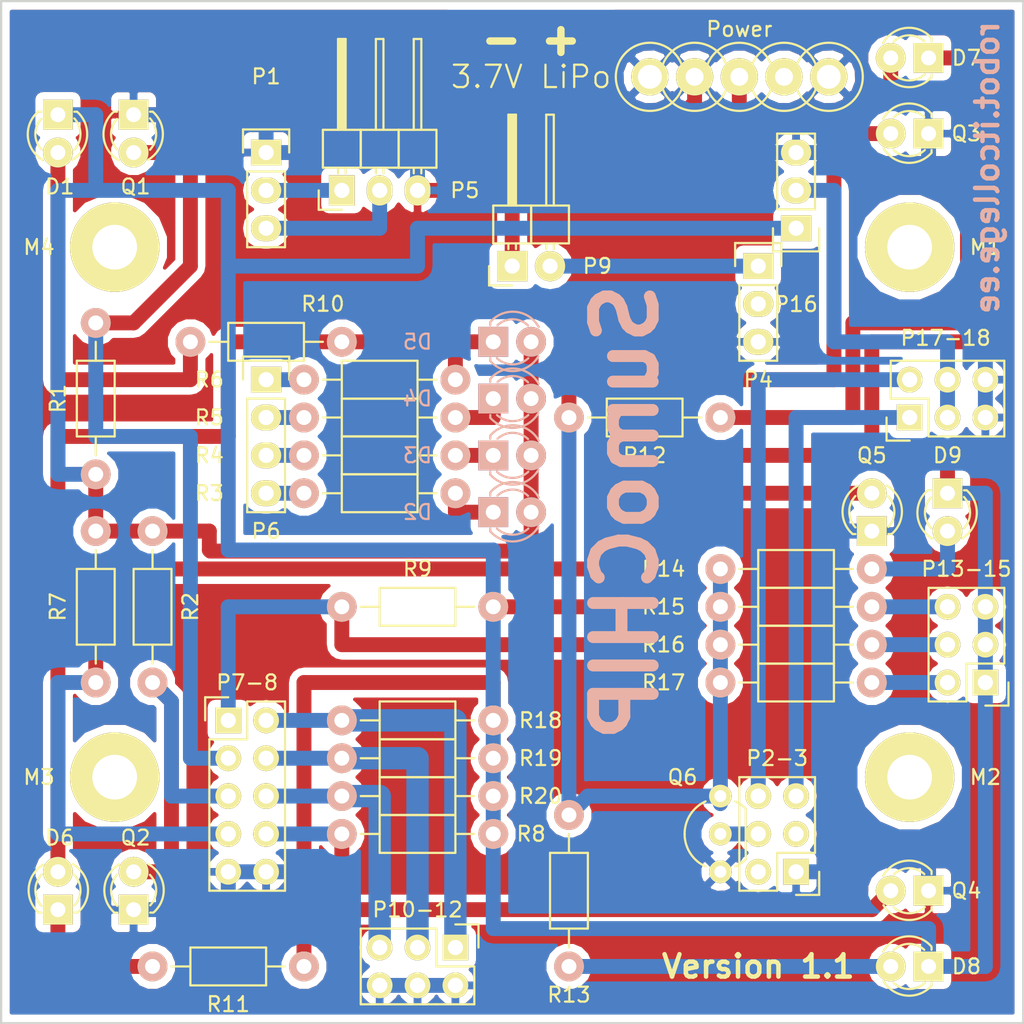
<source format=kicad_pcb>
(kicad_pcb (version 4) (host pcbnew 4.0.2+e4-6225~38~ubuntu14.04.1-stable)

  (general
    (links 91)
    (no_connects 3)
    (area 71.044999 114.224999 139.775001 182.955001)
    (thickness 1.6)
    (drawings 10)
    (tracks 205)
    (zones 0)
    (modules 55)
    (nets 36)
  )

  (page A4 portrait)
  (title_block
    (title "SumoCHIP daugherboard")
    (rev 1.1)
    (company "Robotics Club of Estonian IT College")
  )

  (layers
    (0 F.Cu signal)
    (31 B.Cu signal)
    (32 B.Adhes user)
    (33 F.Adhes user)
    (34 B.Paste user)
    (35 F.Paste user)
    (36 B.SilkS user)
    (37 F.SilkS user)
    (38 B.Mask user)
    (39 F.Mask user)
    (40 Dwgs.User user)
    (41 Cmts.User user)
    (42 Eco1.User user)
    (43 Eco2.User user)
    (44 Edge.Cuts user)
    (45 Margin user)
    (46 B.CrtYd user)
    (47 F.CrtYd user)
    (48 B.Fab user hide)
    (49 F.Fab user hide)
  )

  (setup
    (last_trace_width 1)
    (trace_clearance 0.2)
    (zone_clearance 0.508)
    (zone_45_only no)
    (trace_min 0.2)
    (segment_width 0.2)
    (edge_width 0.15)
    (via_size 0.6)
    (via_drill 0.4)
    (via_min_size 0.4)
    (via_min_drill 0.3)
    (uvia_size 0.3)
    (uvia_drill 0.1)
    (uvias_allowed no)
    (uvia_min_size 0.2)
    (uvia_min_drill 0.1)
    (pcb_text_width 0.3)
    (pcb_text_size 1.5 1.5)
    (mod_edge_width 0.15)
    (mod_text_size 0.000001 0.000001)
    (mod_text_width 0.15)
    (pad_size 6 6)
    (pad_drill 3)
    (pad_to_mask_clearance 0.2)
    (aux_axis_origin 0 0)
    (visible_elements 7FFFE7FF)
    (pcbplotparams
      (layerselection 0x3ffef_80000001)
      (usegerberextensions false)
      (excludeedgelayer true)
      (linewidth 0.100000)
      (plotframeref false)
      (viasonmask false)
      (mode 1)
      (useauxorigin false)
      (hpglpennumber 1)
      (hpglpenspeed 20)
      (hpglpendiameter 15)
      (hpglpenoverlay 2)
      (psnegative false)
      (psa4output false)
      (plotreference true)
      (plotvalue true)
      (plotinvisibletext false)
      (padsonsilk false)
      (subtractmaskfromsilk false)
      (outputformat 5)
      (mirror false)
      (drillshape 0)
      (scaleselection 1)
      (outputdirectory export))
  )

  (net 0 "")
  (net 1 +3.3V)
  (net 2 "Net-(D1-Pad2)")
  (net 3 +5V)
  (net 4 "Net-(D2-Pad1)")
  (net 5 "Net-(D3-Pad1)")
  (net 6 "Net-(D4-Pad1)")
  (net 7 "Net-(D5-Pad1)")
  (net 8 "Net-(D6-Pad2)")
  (net 9 "Net-(D7-Pad2)")
  (net 10 "Net-(D8-Pad2)")
  (net 11 "Net-(D9-Pad2)")
  (net 12 GND)
  (net 13 "Net-(P1-Pad2)")
  (net 14 "Net-(P1-Pad3)")
  (net 15 "Net-(P6-Pad1)")
  (net 16 "Net-(P6-Pad2)")
  (net 17 "Net-(P6-Pad3)")
  (net 18 "Net-(P6-Pad4)")
  (net 19 "Net-(P7-8-Pad1)")
  (net 20 "Net-(P7-8-Pad3)")
  (net 21 "Net-(P7-8-Pad5)")
  (net 22 "Net-(P7-8-Pad7)")
  (net 23 "Net-(P7-8-Pad8)")
  (net 24 "Net-(D6-Pad1)")
  (net 25 "Net-(P4-Pad1)")
  (net 26 "Net-(P9-Pad1)")
  (net 27 "Net-(P2-3-Pad4)")
  (net 28 "Net-(P10-12-Pad5)")
  (net 29 "Net-(P10-12-Pad3)")
  (net 30 "Net-(P10-12-Pad1)")
  (net 31 "Net-(P13-15-Pad6)")
  (net 32 "Net-(P13-15-Pad4)")
  (net 33 "Net-(P13-15-Pad2)")
  (net 34 "Net-(P17-18-Pad1)")
  (net 35 "Net-(P17-18-Pad2)")

  (net_class Default "Esta é a classe de net default."
    (clearance 0.2)
    (trace_width 1)
    (via_dia 0.6)
    (via_drill 0.4)
    (uvia_dia 0.3)
    (uvia_drill 0.1)
    (add_net +3.3V)
    (add_net +5V)
    (add_net GND)
    (add_net "Net-(D1-Pad2)")
    (add_net "Net-(D2-Pad1)")
    (add_net "Net-(D3-Pad1)")
    (add_net "Net-(D4-Pad1)")
    (add_net "Net-(D5-Pad1)")
    (add_net "Net-(D6-Pad1)")
    (add_net "Net-(D6-Pad2)")
    (add_net "Net-(D7-Pad2)")
    (add_net "Net-(D8-Pad2)")
    (add_net "Net-(D9-Pad2)")
    (add_net "Net-(P1-Pad2)")
    (add_net "Net-(P1-Pad3)")
    (add_net "Net-(P10-12-Pad1)")
    (add_net "Net-(P10-12-Pad3)")
    (add_net "Net-(P10-12-Pad5)")
    (add_net "Net-(P13-15-Pad2)")
    (add_net "Net-(P13-15-Pad4)")
    (add_net "Net-(P13-15-Pad6)")
    (add_net "Net-(P17-18-Pad1)")
    (add_net "Net-(P17-18-Pad2)")
    (add_net "Net-(P2-3-Pad4)")
    (add_net "Net-(P4-Pad1)")
    (add_net "Net-(P6-Pad1)")
    (add_net "Net-(P6-Pad2)")
    (add_net "Net-(P6-Pad3)")
    (add_net "Net-(P6-Pad4)")
    (add_net "Net-(P7-8-Pad1)")
    (add_net "Net-(P7-8-Pad3)")
    (add_net "Net-(P7-8-Pad5)")
    (add_net "Net-(P7-8-Pad7)")
    (add_net "Net-(P7-8-Pad8)")
    (add_net "Net-(P9-Pad1)")
  )

  (net_class Thick ""
    (clearance 0.2)
    (trace_width 1.5)
    (via_dia 0.6)
    (via_drill 0.4)
    (uvia_dia 0.3)
    (uvia_drill 0.1)
  )

  (module Pin_Headers:Pin_Header_Straight_1x04 (layer F.Cu) (tedit 57B1F0DB) (tstamp 578CFAD4)
    (at 88.9 139.7)
    (descr "Through hole pin header")
    (tags "pin header")
    (path /576EB27E)
    (fp_text reference P6 (at 0 10.16) (layer F.SilkS)
      (effects (font (size 1 1) (thickness 0.15)))
    )
    (fp_text value DiagnosticHeader (at 1.524 -32.512 90) (layer F.Fab)
      (effects (font (size 1 1) (thickness 0.15)))
    )
    (fp_line (start -1.75 -1.75) (end -1.75 9.4) (layer F.CrtYd) (width 0.05))
    (fp_line (start 1.75 -1.75) (end 1.75 9.4) (layer F.CrtYd) (width 0.05))
    (fp_line (start -1.75 -1.75) (end 1.75 -1.75) (layer F.CrtYd) (width 0.05))
    (fp_line (start -1.75 9.4) (end 1.75 9.4) (layer F.CrtYd) (width 0.05))
    (fp_line (start -1.27 1.27) (end -1.27 8.89) (layer F.SilkS) (width 0.15))
    (fp_line (start 1.27 1.27) (end 1.27 8.89) (layer F.SilkS) (width 0.15))
    (fp_line (start 1.55 -1.55) (end 1.55 0) (layer F.SilkS) (width 0.15))
    (fp_line (start -1.27 8.89) (end 1.27 8.89) (layer F.SilkS) (width 0.15))
    (fp_line (start 1.27 1.27) (end -1.27 1.27) (layer F.SilkS) (width 0.15))
    (fp_line (start -1.55 0) (end -1.55 -1.55) (layer F.SilkS) (width 0.15))
    (fp_line (start -1.55 -1.55) (end 1.55 -1.55) (layer F.SilkS) (width 0.15))
    (pad 1 thru_hole rect (at 0 0) (size 2.032 1.7272) (drill 1.016) (layers *.Cu *.Mask F.SilkS)
      (net 15 "Net-(P6-Pad1)"))
    (pad 2 thru_hole oval (at 0 2.54) (size 2.032 1.7272) (drill 1.016) (layers *.Cu *.Mask F.SilkS)
      (net 16 "Net-(P6-Pad2)"))
    (pad 3 thru_hole oval (at 0 5.08) (size 2.032 1.7272) (drill 1.016) (layers *.Cu *.Mask F.SilkS)
      (net 17 "Net-(P6-Pad3)"))
    (pad 4 thru_hole oval (at 0 7.62) (size 2.032 1.7272) (drill 1.016) (layers *.Cu *.Mask F.SilkS)
      (net 18 "Net-(P6-Pad4)"))
    (model Pin_Headers.3dshapes/Pin_Header_Straight_1x04.wrl
      (at (xyz 0 -0.15 0))
      (scale (xyz 1 1 1))
      (rotate (xyz 0 0 90))
    )
  )

  (module Connect:1pin (layer F.Cu) (tedit 57A4BF4E) (tstamp 57B768F3)
    (at 114.65 119.38)
    (descr "module 1 pin (ou trou mecanique de percage)")
    (tags DEV)
    (fp_text reference sw5 (at 0 -3.048) (layer F.SilkS) hide
      (effects (font (size 1 1) (thickness 0.15)))
    )
    (fp_text value "" (at -0.35 0) (layer F.Fab) hide
      (effects (font (size 1 1) (thickness 0.15)))
    )
    (fp_circle (center 0 0) (end 0 -2.286) (layer F.SilkS) (width 0.15))
    (pad 1 thru_hole circle (at 0 0) (size 2.5 2.5) (drill 1.6) (layers *.Cu *.Mask F.SilkS)
      (net 12 GND))
  )

  (module Connect:1pin (layer F.Cu) (tedit 57A4DCA3) (tstamp 57B768E9)
    (at 120.65 119.38)
    (descr "module 1 pin (ou trou mecanique de percage)")
    (tags DEV)
    (fp_text reference Power (at 0 -3.2) (layer F.SilkS)
      (effects (font (size 1 1) (thickness 0.15)))
    )
    (fp_text value "" (at 0 0) (layer F.Fab)
      (effects (font (size 1 1) (thickness 0.15)))
    )
    (fp_circle (center 0 0) (end 0 -2.286) (layer F.SilkS) (width 0.15))
    (pad 1 thru_hole circle (at 0 0) (size 2.5 2.5) (drill 1.2) (layers *.Cu *.Mask F.SilkS)
      (net 26 "Net-(P9-Pad1)"))
  )

  (module Connect:1pin (layer F.Cu) (tedit 57A4BF3B) (tstamp 57B768D0)
    (at 123.65 119.38)
    (descr "module 1 pin (ou trou mecanique de percage)")
    (tags DEV)
    (fp_text reference sw2 (at 0 -3.048) (layer F.SilkS) hide
      (effects (font (size 1 1) (thickness 0.15)))
    )
    (fp_text value "" (at -0.46 0) (layer F.Fab) hide
      (effects (font (size 1 1) (thickness 0.15)))
    )
    (fp_circle (center 0 0) (end 0 -2.286) (layer F.SilkS) (width 0.15))
    (pad 1 thru_hole circle (at 0 0) (size 2.5 2.5) (drill 1.2) (layers *.Cu *.Mask F.SilkS))
  )

  (module Connect:1pin (layer F.Cu) (tedit 57A4BF45) (tstamp 57B768CB)
    (at 117.65 119.38)
    (descr "module 1 pin (ou trou mecanique de percage)")
    (tags DEV)
    (fp_text reference sw4 (at 0 -3.048) (layer F.SilkS) hide
      (effects (font (size 1 1) (thickness 0.15)))
    )
    (fp_text value "" (at 0.46 0) (layer F.Fab)
      (effects (font (size 1 1) (thickness 0.15)))
    )
    (fp_circle (center 0 0) (end 0 -2.286) (layer F.SilkS) (width 0.15))
    (pad 1 thru_hole circle (at 0 0) (size 2.5 2.5) (drill 1.2) (layers *.Cu *.Mask F.SilkS)
      (net 12 GND))
  )

  (module Wire_Pads:SolderWirePad_single_2-5mmDrill (layer F.Cu) (tedit 57B34567) (tstamp 579F3648)
    (at 78.74 166.37)
    (fp_text reference M3 (at -5.08 0) (layer F.SilkS)
      (effects (font (size 1 1) (thickness 0.15)))
    )
    (fp_text value "" (at 0 0) (layer F.Fab) hide
      (effects (font (size 1 1) (thickness 0.15)))
    )
    (pad 3 thru_hole circle (at 0 0) (size 6 6) (drill 3) (layers *.Cu *.Mask F.SilkS))
  )

  (module Wire_Pads:SolderWirePad_single_2-5mmDrill (layer F.Cu) (tedit 57B2E3DC) (tstamp 579F3594)
    (at 132.08 166.37)
    (fp_text reference M2 (at 5.08 0) (layer F.SilkS)
      (effects (font (size 1 1) (thickness 0.15)))
    )
    (fp_text value "" (at 0 0) (layer F.Fab)
      (effects (font (size 1 1) (thickness 0.15)))
    )
    (pad 2 thru_hole circle (at 0 0) (size 6 6) (drill 3) (layers *.Cu *.Mask F.SilkS))
  )

  (module Wire_Pads:SolderWirePad_single_2-5mmDrill (layer F.Cu) (tedit 57B2E3E0) (tstamp 579F358A)
    (at 78.74 130.81)
    (fp_text reference M4 (at -5.08 0) (layer F.SilkS)
      (effects (font (size 1 1) (thickness 0.15)))
    )
    (fp_text value "" (at 0 0) (layer F.Fab) hide
      (effects (font (size 1 1) (thickness 0.15)))
    )
    (pad 1 thru_hole circle (at 0 0) (size 6 6) (drill 3) (layers *.Cu *.Mask F.SilkS))
  )

  (module LEDs:LED-3MM (layer F.Cu) (tedit 57B1F126) (tstamp 578CFA77)
    (at 74.93 121.92 270)
    (descr "LED 3mm round vertical")
    (tags "LED  3mm round vertical")
    (path /577FB611)
    (fp_text reference D1 (at 4.826 -0.127 360) (layer F.SilkS)
      (effects (font (size 1 1) (thickness 0.15)))
    )
    (fp_text value EnemyFrontLeftLED (at 0 18.542 360) (layer F.Fab)
      (effects (font (size 1 1) (thickness 0.15)))
    )
    (fp_line (start -1.2 2.3) (end 3.8 2.3) (layer F.CrtYd) (width 0.05))
    (fp_line (start 3.8 2.3) (end 3.8 -2.2) (layer F.CrtYd) (width 0.05))
    (fp_line (start 3.8 -2.2) (end -1.2 -2.2) (layer F.CrtYd) (width 0.05))
    (fp_line (start -1.2 -2.2) (end -1.2 2.3) (layer F.CrtYd) (width 0.05))
    (fp_line (start -0.199 1.314) (end -0.199 1.114) (layer F.SilkS) (width 0.15))
    (fp_line (start -0.199 -1.28) (end -0.199 -1.1) (layer F.SilkS) (width 0.15))
    (fp_arc (start 1.301 0.034) (end -0.199 -1.286) (angle 108.5) (layer F.SilkS) (width 0.15))
    (fp_arc (start 1.301 0.034) (end 0.25 -1.1) (angle 85.7) (layer F.SilkS) (width 0.15))
    (fp_arc (start 1.311 0.034) (end 3.051 0.994) (angle 110) (layer F.SilkS) (width 0.15))
    (fp_arc (start 1.301 0.034) (end 2.335 1.094) (angle 87.5) (layer F.SilkS) (width 0.15))
    (pad 1 thru_hole rect (at 0 0) (size 2 2) (drill 1.00076) (layers *.Cu *.Mask F.SilkS)
      (net 1 +3.3V))
    (pad 2 thru_hole circle (at 2.54 0 270) (size 2 2) (drill 1.00076) (layers *.Cu *.Mask F.SilkS)
      (net 2 "Net-(D1-Pad2)"))
    (model LEDs.3dshapes/LED-3MM.wrl
      (at (xyz 0.05 0 0))
      (scale (xyz 1 1 1))
      (rotate (xyz 0 0 90))
    )
  )

  (module LEDs:LED-3MM (layer F.Cu) (tedit 57B1F12F) (tstamp 578CFA95)
    (at 74.93 175.26 90)
    (descr "LED 3mm round vertical")
    (tags "LED  3mm round vertical")
    (path /577FBDE9)
    (fp_text reference D6 (at 4.826 0.127 180) (layer F.SilkS)
      (effects (font (size 1 1) (thickness 0.15)))
    )
    (fp_text value EnemyFrontRightLED (at 0.508 -15.494 180) (layer F.Fab)
      (effects (font (size 1 1) (thickness 0.15)))
    )
    (fp_line (start -1.2 2.3) (end 3.8 2.3) (layer F.CrtYd) (width 0.05))
    (fp_line (start 3.8 2.3) (end 3.8 -2.2) (layer F.CrtYd) (width 0.05))
    (fp_line (start 3.8 -2.2) (end -1.2 -2.2) (layer F.CrtYd) (width 0.05))
    (fp_line (start -1.2 -2.2) (end -1.2 2.3) (layer F.CrtYd) (width 0.05))
    (fp_line (start -0.199 1.314) (end -0.199 1.114) (layer F.SilkS) (width 0.15))
    (fp_line (start -0.199 -1.28) (end -0.199 -1.1) (layer F.SilkS) (width 0.15))
    (fp_arc (start 1.301 0.034) (end -0.199 -1.286) (angle 108.5) (layer F.SilkS) (width 0.15))
    (fp_arc (start 1.301 0.034) (end 0.25 -1.1) (angle 85.7) (layer F.SilkS) (width 0.15))
    (fp_arc (start 1.311 0.034) (end 3.051 0.994) (angle 110) (layer F.SilkS) (width 0.15))
    (fp_arc (start 1.301 0.034) (end 2.335 1.094) (angle 87.5) (layer F.SilkS) (width 0.15))
    (pad 1 thru_hole rect (at 0 0 180) (size 2 2) (drill 1.00076) (layers *.Cu *.Mask F.SilkS)
      (net 24 "Net-(D6-Pad1)"))
    (pad 2 thru_hole circle (at 2.54 0 90) (size 2 2) (drill 1.00076) (layers *.Cu *.Mask F.SilkS)
      (net 8 "Net-(D6-Pad2)"))
    (model LEDs.3dshapes/LED-3MM.wrl
      (at (xyz 0.05 0 0))
      (scale (xyz 1 1 1))
      (rotate (xyz 0 0 90))
    )
  )

  (module LEDs:LED-3MM (layer F.Cu) (tedit 57B1F11F) (tstamp 578CFA9B)
    (at 133.35 118.11 180)
    (descr "LED 3mm round vertical")
    (tags "LED  3mm round vertical")
    (path /577FBF09)
    (fp_text reference D7 (at -2.54 0 180) (layer F.SilkS)
      (effects (font (size 1 1) (thickness 0.15)))
    )
    (fp_text value EnemyLeftLED (at 0.254 11.938 450) (layer F.Fab)
      (effects (font (size 1 1) (thickness 0.15)))
    )
    (fp_line (start -1.2 2.3) (end 3.8 2.3) (layer F.CrtYd) (width 0.05))
    (fp_line (start 3.8 2.3) (end 3.8 -2.2) (layer F.CrtYd) (width 0.05))
    (fp_line (start 3.8 -2.2) (end -1.2 -2.2) (layer F.CrtYd) (width 0.05))
    (fp_line (start -1.2 -2.2) (end -1.2 2.3) (layer F.CrtYd) (width 0.05))
    (fp_line (start -0.199 1.314) (end -0.199 1.114) (layer F.SilkS) (width 0.15))
    (fp_line (start -0.199 -1.28) (end -0.199 -1.1) (layer F.SilkS) (width 0.15))
    (fp_arc (start 1.301 0.034) (end -0.199 -1.286) (angle 108.5) (layer F.SilkS) (width 0.15))
    (fp_arc (start 1.301 0.034) (end 0.25 -1.1) (angle 85.7) (layer F.SilkS) (width 0.15))
    (fp_arc (start 1.311 0.034) (end 3.051 0.994) (angle 110) (layer F.SilkS) (width 0.15))
    (fp_arc (start 1.301 0.034) (end 2.335 1.094) (angle 87.5) (layer F.SilkS) (width 0.15))
    (pad 1 thru_hole rect (at 0 0 270) (size 2 2) (drill 1.00076) (layers *.Cu *.Mask F.SilkS)
      (net 1 +3.3V))
    (pad 2 thru_hole circle (at 2.54 0 180) (size 2 2) (drill 1.00076) (layers *.Cu *.Mask F.SilkS)
      (net 9 "Net-(D7-Pad2)"))
    (model LEDs.3dshapes/LED-3MM.wrl
      (at (xyz 0.05 0 0))
      (scale (xyz 1 1 1))
      (rotate (xyz 0 0 90))
    )
  )

  (module LEDs:LED-3MM (layer F.Cu) (tedit 57A4D530) (tstamp 578CFAA1)
    (at 133.35 179.07 180)
    (descr "LED 3mm round vertical")
    (tags "LED  3mm round vertical")
    (path /577FBFA1)
    (fp_text reference D8 (at -2.54 0 180) (layer F.SilkS)
      (effects (font (size 1 1) (thickness 0.15)))
    )
    (fp_text value EnemyRightLED (at 0 -11.43 450) (layer F.Fab)
      (effects (font (size 1 1) (thickness 0.15)))
    )
    (fp_line (start -1.2 2.3) (end 3.8 2.3) (layer F.CrtYd) (width 0.05))
    (fp_line (start 3.8 2.3) (end 3.8 -2.2) (layer F.CrtYd) (width 0.05))
    (fp_line (start 3.8 -2.2) (end -1.2 -2.2) (layer F.CrtYd) (width 0.05))
    (fp_line (start -1.2 -2.2) (end -1.2 2.3) (layer F.CrtYd) (width 0.05))
    (fp_line (start -0.199 1.314) (end -0.199 1.114) (layer F.SilkS) (width 0.15))
    (fp_line (start -0.199 -1.28) (end -0.199 -1.1) (layer F.SilkS) (width 0.15))
    (fp_arc (start 1.301 0.034) (end -0.199 -1.286) (angle 108.5) (layer F.SilkS) (width 0.15))
    (fp_arc (start 1.301 0.034) (end 0.25 -1.1) (angle 85.7) (layer F.SilkS) (width 0.15))
    (fp_arc (start 1.311 0.034) (end 3.051 0.994) (angle 110) (layer F.SilkS) (width 0.15))
    (fp_arc (start 1.301 0.034) (end 2.335 1.094) (angle 87.5) (layer F.SilkS) (width 0.15))
    (pad 1 thru_hole rect (at 0 0 270) (size 2 2) (drill 1.00076) (layers *.Cu *.Mask F.SilkS)
      (net 1 +3.3V))
    (pad 2 thru_hole circle (at 2.54 0 180) (size 2 2) (drill 1.00076) (layers *.Cu *.Mask F.SilkS)
      (net 10 "Net-(D8-Pad2)"))
    (model LEDs.3dshapes/LED-3MM.wrl
      (at (xyz 0.05 0 0))
      (scale (xyz 1 1 1))
      (rotate (xyz 0 0 90))
    )
  )

  (module LEDs:LED-3MM (layer F.Cu) (tedit 57A4D521) (tstamp 578CFAA7)
    (at 134.62 147.32 270)
    (descr "LED 3mm round vertical")
    (tags "LED  3mm round vertical")
    (path /577FC052)
    (fp_text reference D9 (at -2.54 0 360) (layer F.SilkS)
      (effects (font (size 1 1) (thickness 0.15)))
    )
    (fp_text value EnemyBackLED (at 0 -12.7 360) (layer F.Fab)
      (effects (font (size 1 1) (thickness 0.15)))
    )
    (fp_line (start -1.2 2.3) (end 3.8 2.3) (layer F.CrtYd) (width 0.05))
    (fp_line (start 3.8 2.3) (end 3.8 -2.2) (layer F.CrtYd) (width 0.05))
    (fp_line (start 3.8 -2.2) (end -1.2 -2.2) (layer F.CrtYd) (width 0.05))
    (fp_line (start -1.2 -2.2) (end -1.2 2.3) (layer F.CrtYd) (width 0.05))
    (fp_line (start -0.199 1.314) (end -0.199 1.114) (layer F.SilkS) (width 0.15))
    (fp_line (start -0.199 -1.28) (end -0.199 -1.1) (layer F.SilkS) (width 0.15))
    (fp_arc (start 1.301 0.034) (end -0.199 -1.286) (angle 108.5) (layer F.SilkS) (width 0.15))
    (fp_arc (start 1.301 0.034) (end 0.25 -1.1) (angle 85.7) (layer F.SilkS) (width 0.15))
    (fp_arc (start 1.311 0.034) (end 3.051 0.994) (angle 110) (layer F.SilkS) (width 0.15))
    (fp_arc (start 1.301 0.034) (end 2.335 1.094) (angle 87.5) (layer F.SilkS) (width 0.15))
    (pad 1 thru_hole rect (at 0 0) (size 2 2) (drill 1.00076) (layers *.Cu *.Mask F.SilkS)
      (net 1 +3.3V))
    (pad 2 thru_hole circle (at 2.54 0 270) (size 2 2) (drill 1.00076) (layers *.Cu *.Mask F.SilkS)
      (net 11 "Net-(D9-Pad2)"))
    (model LEDs.3dshapes/LED-3MM.wrl
      (at (xyz 0.05 0 0))
      (scale (xyz 1 1 1))
      (rotate (xyz 0 0 90))
    )
  )

  (module Pin_Headers:Pin_Header_Straight_1x03 (layer F.Cu) (tedit 57BB4552) (tstamp 578CFAC4)
    (at 121.92 132.08)
    (descr "Through hole pin header")
    (tags "pin header")
    (path /576EC840)
    (fp_text reference P4 (at 0 7.62) (layer F.SilkS)
      (effects (font (size 1 1) (thickness 0.15)))
    )
    (fp_text value BatteryHeader (at 0 -25.4 90) (layer F.Fab)
      (effects (font (size 1 1) (thickness 0.15)))
    )
    (fp_line (start -1.75 -1.75) (end -1.75 6.85) (layer F.CrtYd) (width 0.05))
    (fp_line (start 1.75 -1.75) (end 1.75 6.85) (layer F.CrtYd) (width 0.05))
    (fp_line (start -1.75 -1.75) (end 1.75 -1.75) (layer F.CrtYd) (width 0.05))
    (fp_line (start -1.75 6.85) (end 1.75 6.85) (layer F.CrtYd) (width 0.05))
    (fp_line (start -1.27 1.27) (end -1.27 6.35) (layer F.SilkS) (width 0.15))
    (fp_line (start -1.27 6.35) (end 1.27 6.35) (layer F.SilkS) (width 0.15))
    (fp_line (start 1.27 6.35) (end 1.27 1.27) (layer F.SilkS) (width 0.15))
    (fp_line (start 1.55 -1.55) (end 1.55 0) (layer F.SilkS) (width 0.15))
    (fp_line (start 1.27 1.27) (end -1.27 1.27) (layer F.SilkS) (width 0.15))
    (fp_line (start -1.55 0) (end -1.55 -1.55) (layer F.SilkS) (width 0.15))
    (fp_line (start -1.55 -1.55) (end 1.55 -1.55) (layer F.SilkS) (width 0.15))
    (pad 1 thru_hole rect (at 0 0) (size 2.032 1.7272) (drill 1.016) (layers *.Cu *.Mask F.SilkS)
      (net 25 "Net-(P4-Pad1)"))
    (pad 2 thru_hole oval (at 0 2.54) (size 2.032 1.7272) (drill 1.016) (layers *.Cu *.Mask F.SilkS))
    (pad 3 thru_hole oval (at 0 5.08) (size 2.032 1.7272) (drill 1.016) (layers *.Cu *.Mask F.SilkS)
      (net 12 GND))
    (model Pin_Headers.3dshapes/Pin_Header_Straight_1x03.wrl
      (at (xyz 0 -0.1 0))
      (scale (xyz 1 1 1))
      (rotate (xyz 0 0 90))
    )
  )

  (module LEDs:LED-3MM (layer F.Cu) (tedit 57B1F12C) (tstamp 578CFB1B)
    (at 80.01 121.92 270)
    (descr "LED 3mm round vertical")
    (tags "LED  3mm round vertical")
    (path /577EE2A2)
    (fp_text reference Q1 (at 4.826 -0.127 360) (layer F.SilkS)
      (effects (font (size 1 1) (thickness 0.15)))
    )
    (fp_text value EnemyFrontLeftPhoto (at 2.032 24.13 360) (layer F.Fab)
      (effects (font (size 1 1) (thickness 0.15)))
    )
    (fp_line (start -1.2 2.3) (end 3.8 2.3) (layer F.CrtYd) (width 0.05))
    (fp_line (start 3.8 2.3) (end 3.8 -2.2) (layer F.CrtYd) (width 0.05))
    (fp_line (start 3.8 -2.2) (end -1.2 -2.2) (layer F.CrtYd) (width 0.05))
    (fp_line (start -1.2 -2.2) (end -1.2 2.3) (layer F.CrtYd) (width 0.05))
    (fp_line (start -0.199 1.314) (end -0.199 1.114) (layer F.SilkS) (width 0.15))
    (fp_line (start -0.199 -1.28) (end -0.199 -1.1) (layer F.SilkS) (width 0.15))
    (fp_arc (start 1.301 0.034) (end -0.199 -1.286) (angle 108.5) (layer F.SilkS) (width 0.15))
    (fp_arc (start 1.301 0.034) (end 0.25 -1.1) (angle 85.7) (layer F.SilkS) (width 0.15))
    (fp_arc (start 1.311 0.034) (end 3.051 0.994) (angle 110) (layer F.SilkS) (width 0.15))
    (fp_arc (start 1.301 0.034) (end 2.335 1.094) (angle 87.5) (layer F.SilkS) (width 0.15))
    (pad 1 thru_hole rect (at 0 0) (size 2 2) (drill 1.00076) (layers *.Cu *.Mask F.SilkS)
      (net 12 GND))
    (pad 2 thru_hole circle (at 2.54 0 270) (size 2 2) (drill 1.00076) (layers *.Cu *.Mask F.SilkS)
      (net 20 "Net-(P7-8-Pad3)"))
    (model LEDs.3dshapes/LED-3MM.wrl
      (at (xyz 0.05 0 0))
      (scale (xyz 1 1 1))
      (rotate (xyz 0 0 90))
    )
  )

  (module LEDs:LED-3MM (layer F.Cu) (tedit 57B1F134) (tstamp 578CFB21)
    (at 80.01 175.26 90)
    (descr "LED 3mm round vertical")
    (tags "LED  3mm round vertical")
    (path /577EE41B)
    (fp_text reference Q2 (at 4.826 0.127 180) (layer F.SilkS)
      (effects (font (size 1 1) (thickness 0.15)))
    )
    (fp_text value EnemyFrontRightPhoto (at 2.54 -20.574 180) (layer F.Fab)
      (effects (font (size 1 1) (thickness 0.15)))
    )
    (fp_line (start -1.2 2.3) (end 3.8 2.3) (layer F.CrtYd) (width 0.05))
    (fp_line (start 3.8 2.3) (end 3.8 -2.2) (layer F.CrtYd) (width 0.05))
    (fp_line (start 3.8 -2.2) (end -1.2 -2.2) (layer F.CrtYd) (width 0.05))
    (fp_line (start -1.2 -2.2) (end -1.2 2.3) (layer F.CrtYd) (width 0.05))
    (fp_line (start -0.199 1.314) (end -0.199 1.114) (layer F.SilkS) (width 0.15))
    (fp_line (start -0.199 -1.28) (end -0.199 -1.1) (layer F.SilkS) (width 0.15))
    (fp_arc (start 1.301 0.034) (end -0.199 -1.286) (angle 108.5) (layer F.SilkS) (width 0.15))
    (fp_arc (start 1.301 0.034) (end 0.25 -1.1) (angle 85.7) (layer F.SilkS) (width 0.15))
    (fp_arc (start 1.311 0.034) (end 3.051 0.994) (angle 110) (layer F.SilkS) (width 0.15))
    (fp_arc (start 1.301 0.034) (end 2.335 1.094) (angle 87.5) (layer F.SilkS) (width 0.15))
    (pad 1 thru_hole rect (at 0 0 180) (size 2 2) (drill 1.00076) (layers *.Cu *.Mask F.SilkS)
      (net 12 GND))
    (pad 2 thru_hole circle (at 2.54 0 90) (size 2 2) (drill 1.00076) (layers *.Cu *.Mask F.SilkS)
      (net 21 "Net-(P7-8-Pad5)"))
    (model LEDs.3dshapes/LED-3MM.wrl
      (at (xyz 0.05 0 0))
      (scale (xyz 1 1 1))
      (rotate (xyz 0 0 90))
    )
  )

  (module LEDs:LED-3MM (layer F.Cu) (tedit 57B1F114) (tstamp 578CFB27)
    (at 133.35 123.19 180)
    (descr "LED 3mm round vertical")
    (tags "LED  3mm round vertical")
    (path /577EE495)
    (fp_text reference Q3 (at -2.54 0 180) (layer F.SilkS)
      (effects (font (size 1 1) (thickness 0.15)))
    )
    (fp_text value EnemyLeftPhoto (at 2.794 17.018 270) (layer F.Fab)
      (effects (font (size 1 1) (thickness 0.15)))
    )
    (fp_line (start -1.2 2.3) (end 3.8 2.3) (layer F.CrtYd) (width 0.05))
    (fp_line (start 3.8 2.3) (end 3.8 -2.2) (layer F.CrtYd) (width 0.05))
    (fp_line (start 3.8 -2.2) (end -1.2 -2.2) (layer F.CrtYd) (width 0.05))
    (fp_line (start -1.2 -2.2) (end -1.2 2.3) (layer F.CrtYd) (width 0.05))
    (fp_line (start -0.199 1.314) (end -0.199 1.114) (layer F.SilkS) (width 0.15))
    (fp_line (start -0.199 -1.28) (end -0.199 -1.1) (layer F.SilkS) (width 0.15))
    (fp_arc (start 1.301 0.034) (end -0.199 -1.286) (angle 108.5) (layer F.SilkS) (width 0.15))
    (fp_arc (start 1.301 0.034) (end 0.25 -1.1) (angle 85.7) (layer F.SilkS) (width 0.15))
    (fp_arc (start 1.311 0.034) (end 3.051 0.994) (angle 110) (layer F.SilkS) (width 0.15))
    (fp_arc (start 1.301 0.034) (end 2.335 1.094) (angle 87.5) (layer F.SilkS) (width 0.15))
    (pad 1 thru_hole rect (at 0 0 270) (size 2 2) (drill 1.00076) (layers *.Cu *.Mask F.SilkS)
      (net 12 GND))
    (pad 2 thru_hole circle (at 2.54 0 180) (size 2 2) (drill 1.00076) (layers *.Cu *.Mask F.SilkS)
      (net 22 "Net-(P7-8-Pad7)"))
    (model LEDs.3dshapes/LED-3MM.wrl
      (at (xyz 0.05 0 0))
      (scale (xyz 1 1 1))
      (rotate (xyz 0 0 90))
    )
  )

  (module LEDs:LED-3MM (layer F.Cu) (tedit 57A4BD04) (tstamp 578CFB2D)
    (at 133.35 173.99 180)
    (descr "LED 3mm round vertical")
    (tags "LED  3mm round vertical")
    (path /577EE586)
    (fp_text reference Q4 (at -2.54 0 180) (layer F.SilkS)
      (effects (font (size 1 1) (thickness 0.15)))
    )
    (fp_text value EnemyRightPhoto (at 2.54 -16.51 450) (layer F.Fab)
      (effects (font (size 1 1) (thickness 0.15)))
    )
    (fp_line (start -1.2 2.3) (end 3.8 2.3) (layer F.CrtYd) (width 0.05))
    (fp_line (start 3.8 2.3) (end 3.8 -2.2) (layer F.CrtYd) (width 0.05))
    (fp_line (start 3.8 -2.2) (end -1.2 -2.2) (layer F.CrtYd) (width 0.05))
    (fp_line (start -1.2 -2.2) (end -1.2 2.3) (layer F.CrtYd) (width 0.05))
    (fp_line (start -0.199 1.314) (end -0.199 1.114) (layer F.SilkS) (width 0.15))
    (fp_line (start -0.199 -1.28) (end -0.199 -1.1) (layer F.SilkS) (width 0.15))
    (fp_arc (start 1.301 0.034) (end -0.199 -1.286) (angle 108.5) (layer F.SilkS) (width 0.15))
    (fp_arc (start 1.301 0.034) (end 0.25 -1.1) (angle 85.7) (layer F.SilkS) (width 0.15))
    (fp_arc (start 1.311 0.034) (end 3.051 0.994) (angle 110) (layer F.SilkS) (width 0.15))
    (fp_arc (start 1.301 0.034) (end 2.335 1.094) (angle 87.5) (layer F.SilkS) (width 0.15))
    (pad 1 thru_hole rect (at 0 0 270) (size 2 2) (drill 1.00076) (layers *.Cu *.Mask F.SilkS)
      (net 12 GND))
    (pad 2 thru_hole circle (at 2.54 0 180) (size 2 2) (drill 1.00076) (layers *.Cu *.Mask F.SilkS)
      (net 23 "Net-(P7-8-Pad8)"))
    (model LEDs.3dshapes/LED-3MM.wrl
      (at (xyz 0.05 0 0))
      (scale (xyz 1 1 1))
      (rotate (xyz 0 0 90))
    )
  )

  (module LEDs:LED-3MM (layer F.Cu) (tedit 57A4D523) (tstamp 578CFB33)
    (at 129.54 149.86 90)
    (descr "LED 3mm round vertical")
    (tags "LED  3mm round vertical")
    (path /577EE69A)
    (fp_text reference Q5 (at 5.08 0 180) (layer F.SilkS)
      (effects (font (size 1 1) (thickness 0.15)))
    )
    (fp_text value EnemyBackPhoto (at 0 17.78 180) (layer F.Fab)
      (effects (font (size 1 1) (thickness 0.15)))
    )
    (fp_line (start -1.2 2.3) (end 3.8 2.3) (layer F.CrtYd) (width 0.05))
    (fp_line (start 3.8 2.3) (end 3.8 -2.2) (layer F.CrtYd) (width 0.05))
    (fp_line (start 3.8 -2.2) (end -1.2 -2.2) (layer F.CrtYd) (width 0.05))
    (fp_line (start -1.2 -2.2) (end -1.2 2.3) (layer F.CrtYd) (width 0.05))
    (fp_line (start -0.199 1.314) (end -0.199 1.114) (layer F.SilkS) (width 0.15))
    (fp_line (start -0.199 -1.28) (end -0.199 -1.1) (layer F.SilkS) (width 0.15))
    (fp_arc (start 1.301 0.034) (end -0.199 -1.286) (angle 108.5) (layer F.SilkS) (width 0.15))
    (fp_arc (start 1.301 0.034) (end 0.25 -1.1) (angle 85.7) (layer F.SilkS) (width 0.15))
    (fp_arc (start 1.311 0.034) (end 3.051 0.994) (angle 110) (layer F.SilkS) (width 0.15))
    (fp_arc (start 1.301 0.034) (end 2.335 1.094) (angle 87.5) (layer F.SilkS) (width 0.15))
    (pad 1 thru_hole rect (at 0 0 180) (size 2 2) (drill 1.00076) (layers *.Cu *.Mask F.SilkS)
      (net 12 GND))
    (pad 2 thru_hole circle (at 2.54 0 90) (size 2 2) (drill 1.00076) (layers *.Cu *.Mask F.SilkS)
      (net 19 "Net-(P7-8-Pad1)"))
    (model LEDs.3dshapes/LED-3MM.wrl
      (at (xyz 0.05 0 0))
      (scale (xyz 1 1 1))
      (rotate (xyz 0 0 90))
    )
  )

  (module Pin_Headers:Pin_Header_Straight_2x05 (layer F.Cu) (tedit 57B1F46E) (tstamp 57922FFE)
    (at 86.36 162.56)
    (descr "Through hole pin header")
    (tags "pin header")
    (path /5794782F)
    (fp_text reference P7-8 (at 1.27 -2.54) (layer F.SilkS)
      (effects (font (size 1 1) (thickness 0.15)))
    )
    (fp_text value SensorsHeader (at 0 27.94 90) (layer F.Fab)
      (effects (font (size 1 1) (thickness 0.15)))
    )
    (fp_line (start -1.75 -1.75) (end -1.75 11.95) (layer F.CrtYd) (width 0.05))
    (fp_line (start 4.3 -1.75) (end 4.3 11.95) (layer F.CrtYd) (width 0.05))
    (fp_line (start -1.75 -1.75) (end 4.3 -1.75) (layer F.CrtYd) (width 0.05))
    (fp_line (start -1.75 11.95) (end 4.3 11.95) (layer F.CrtYd) (width 0.05))
    (fp_line (start 3.81 -1.27) (end 3.81 11.43) (layer F.SilkS) (width 0.15))
    (fp_line (start 3.81 11.43) (end -1.27 11.43) (layer F.SilkS) (width 0.15))
    (fp_line (start -1.27 11.43) (end -1.27 1.27) (layer F.SilkS) (width 0.15))
    (fp_line (start 3.81 -1.27) (end 1.27 -1.27) (layer F.SilkS) (width 0.15))
    (fp_line (start 0 -1.55) (end -1.55 -1.55) (layer F.SilkS) (width 0.15))
    (fp_line (start 1.27 -1.27) (end 1.27 1.27) (layer F.SilkS) (width 0.15))
    (fp_line (start 1.27 1.27) (end -1.27 1.27) (layer F.SilkS) (width 0.15))
    (fp_line (start -1.55 -1.55) (end -1.55 0) (layer F.SilkS) (width 0.15))
    (pad 1 thru_hole rect (at 0 0) (size 1.7272 1.7272) (drill 1.016) (layers *.Cu *.Mask F.SilkS)
      (net 19 "Net-(P7-8-Pad1)"))
    (pad 2 thru_hole oval (at 2.54 0) (size 1.7272 1.7272) (drill 1.016) (layers *.Cu *.Mask F.SilkS)
      (net 30 "Net-(P10-12-Pad1)"))
    (pad 3 thru_hole oval (at 0 2.54) (size 1.7272 1.7272) (drill 1.016) (layers *.Cu *.Mask F.SilkS)
      (net 20 "Net-(P7-8-Pad3)"))
    (pad 4 thru_hole oval (at 2.54 2.54) (size 1.7272 1.7272) (drill 1.016) (layers *.Cu *.Mask F.SilkS)
      (net 29 "Net-(P10-12-Pad3)"))
    (pad 5 thru_hole oval (at 0 5.08) (size 1.7272 1.7272) (drill 1.016) (layers *.Cu *.Mask F.SilkS)
      (net 21 "Net-(P7-8-Pad5)"))
    (pad 6 thru_hole oval (at 2.54 5.08) (size 1.7272 1.7272) (drill 1.016) (layers *.Cu *.Mask F.SilkS)
      (net 28 "Net-(P10-12-Pad5)"))
    (pad 7 thru_hole oval (at 0 7.62) (size 1.7272 1.7272) (drill 1.016) (layers *.Cu *.Mask F.SilkS)
      (net 22 "Net-(P7-8-Pad7)"))
    (pad 8 thru_hole oval (at 2.54 7.62) (size 1.7272 1.7272) (drill 1.016) (layers *.Cu *.Mask F.SilkS)
      (net 23 "Net-(P7-8-Pad8)"))
    (pad 9 thru_hole oval (at 0 10.16) (size 1.7272 1.7272) (drill 1.016) (layers *.Cu *.Mask F.SilkS)
      (net 12 GND))
    (pad 10 thru_hole oval (at 2.54 10.16) (size 1.7272 1.7272) (drill 1.016) (layers *.Cu *.Mask F.SilkS)
      (net 12 GND))
    (model Pin_Headers.3dshapes/Pin_Header_Straight_2x05.wrl
      (at (xyz 0.05 -0.2 0))
      (scale (xyz 1 1 1))
      (rotate (xyz 0 0 90))
    )
  )

  (module Resistors_ThroughHole:Resistor_Horizontal_RM10mm (layer F.Cu) (tedit 57A30A93) (tstamp 579238A9)
    (at 77.47 146.05 90)
    (descr "Resistor, Axial,  RM 10mm, 1/3W")
    (tags "Resistor Axial RM 10mm 1/3W")
    (path /577ED9D5)
    (fp_text reference R1 (at 5.08 -2.54 90) (layer F.SilkS)
      (effects (font (size 1 1) (thickness 0.15)))
    )
    (fp_text value 100k (at 5.08 0 90) (layer F.Fab)
      (effects (font (size 1 1) (thickness 0.15)))
    )
    (fp_line (start -1.25 -1.5) (end 11.4 -1.5) (layer F.CrtYd) (width 0.05))
    (fp_line (start -1.25 1.5) (end -1.25 -1.5) (layer F.CrtYd) (width 0.05))
    (fp_line (start 11.4 -1.5) (end 11.4 1.5) (layer F.CrtYd) (width 0.05))
    (fp_line (start -1.25 1.5) (end 11.4 1.5) (layer F.CrtYd) (width 0.05))
    (fp_line (start 2.54 -1.27) (end 7.62 -1.27) (layer F.SilkS) (width 0.15))
    (fp_line (start 7.62 -1.27) (end 7.62 1.27) (layer F.SilkS) (width 0.15))
    (fp_line (start 7.62 1.27) (end 2.54 1.27) (layer F.SilkS) (width 0.15))
    (fp_line (start 2.54 1.27) (end 2.54 -1.27) (layer F.SilkS) (width 0.15))
    (fp_line (start 2.54 0) (end 1.27 0) (layer F.SilkS) (width 0.15))
    (fp_line (start 7.62 0) (end 8.89 0) (layer F.SilkS) (width 0.15))
    (pad 1 thru_hole circle (at 0 0 90) (size 1.99898 1.99898) (drill 1.00076) (layers *.Cu *.SilkS *.Mask)
      (net 1 +3.3V))
    (pad 2 thru_hole circle (at 10.16 0 90) (size 1.99898 1.99898) (drill 1.00076) (layers *.Cu *.SilkS *.Mask)
      (net 20 "Net-(P7-8-Pad3)"))
    (model Resistors_ThroughHole.3dshapes/Resistor_Horizontal_RM10mm.wrl
      (at (xyz 0.2 0 0))
      (scale (xyz 0.4 0.4 0.4))
      (rotate (xyz 0 0 0))
    )
  )

  (module Resistors_ThroughHole:Resistor_Horizontal_RM10mm (layer F.Cu) (tedit 57A1B5D4) (tstamp 579238AE)
    (at 81.28 149.86 270)
    (descr "Resistor, Axial,  RM 10mm, 1/3W")
    (tags "Resistor Axial RM 10mm 1/3W")
    (path /577EDBF3)
    (fp_text reference R2 (at 5.08 -2.54 270) (layer F.SilkS)
      (effects (font (size 1 1) (thickness 0.15)))
    )
    (fp_text value 100k (at 5.08 0 270) (layer F.Fab)
      (effects (font (size 1 1) (thickness 0.15)))
    )
    (fp_line (start -1.25 -1.5) (end 11.4 -1.5) (layer F.CrtYd) (width 0.05))
    (fp_line (start -1.25 1.5) (end -1.25 -1.5) (layer F.CrtYd) (width 0.05))
    (fp_line (start 11.4 -1.5) (end 11.4 1.5) (layer F.CrtYd) (width 0.05))
    (fp_line (start -1.25 1.5) (end 11.4 1.5) (layer F.CrtYd) (width 0.05))
    (fp_line (start 2.54 -1.27) (end 7.62 -1.27) (layer F.SilkS) (width 0.15))
    (fp_line (start 7.62 -1.27) (end 7.62 1.27) (layer F.SilkS) (width 0.15))
    (fp_line (start 7.62 1.27) (end 2.54 1.27) (layer F.SilkS) (width 0.15))
    (fp_line (start 2.54 1.27) (end 2.54 -1.27) (layer F.SilkS) (width 0.15))
    (fp_line (start 2.54 0) (end 1.27 0) (layer F.SilkS) (width 0.15))
    (fp_line (start 7.62 0) (end 8.89 0) (layer F.SilkS) (width 0.15))
    (pad 1 thru_hole circle (at 0 0 270) (size 1.99898 1.99898) (drill 1.00076) (layers *.Cu *.SilkS *.Mask)
      (net 1 +3.3V))
    (pad 2 thru_hole circle (at 10.16 0 270) (size 1.99898 1.99898) (drill 1.00076) (layers *.Cu *.SilkS *.Mask)
      (net 21 "Net-(P7-8-Pad5)"))
    (model Resistors_ThroughHole.3dshapes/Resistor_Horizontal_RM10mm.wrl
      (at (xyz 0.2 0 0))
      (scale (xyz 0.4 0.4 0.4))
      (rotate (xyz 0 0 0))
    )
  )

  (module Resistors_ThroughHole:Resistor_Horizontal_RM10mm (layer F.Cu) (tedit 57A1B5D2) (tstamp 579238B3)
    (at 77.47 149.86 270)
    (descr "Resistor, Axial,  RM 10mm, 1/3W")
    (tags "Resistor Axial RM 10mm 1/3W")
    (path /577EDEFD)
    (fp_text reference R7 (at 5.08 2.54 270) (layer F.SilkS)
      (effects (font (size 1 1) (thickness 0.15)))
    )
    (fp_text value 100k (at 5.08 0 270) (layer F.Fab)
      (effects (font (size 1 1) (thickness 0.15)))
    )
    (fp_line (start -1.25 -1.5) (end 11.4 -1.5) (layer F.CrtYd) (width 0.05))
    (fp_line (start -1.25 1.5) (end -1.25 -1.5) (layer F.CrtYd) (width 0.05))
    (fp_line (start 11.4 -1.5) (end 11.4 1.5) (layer F.CrtYd) (width 0.05))
    (fp_line (start -1.25 1.5) (end 11.4 1.5) (layer F.CrtYd) (width 0.05))
    (fp_line (start 2.54 -1.27) (end 7.62 -1.27) (layer F.SilkS) (width 0.15))
    (fp_line (start 7.62 -1.27) (end 7.62 1.27) (layer F.SilkS) (width 0.15))
    (fp_line (start 7.62 1.27) (end 2.54 1.27) (layer F.SilkS) (width 0.15))
    (fp_line (start 2.54 1.27) (end 2.54 -1.27) (layer F.SilkS) (width 0.15))
    (fp_line (start 2.54 0) (end 1.27 0) (layer F.SilkS) (width 0.15))
    (fp_line (start 7.62 0) (end 8.89 0) (layer F.SilkS) (width 0.15))
    (pad 1 thru_hole circle (at 0 0 270) (size 1.99898 1.99898) (drill 1.00076) (layers *.Cu *.SilkS *.Mask)
      (net 1 +3.3V))
    (pad 2 thru_hole circle (at 10.16 0 270) (size 1.99898 1.99898) (drill 1.00076) (layers *.Cu *.SilkS *.Mask)
      (net 22 "Net-(P7-8-Pad7)"))
    (model Resistors_ThroughHole.3dshapes/Resistor_Horizontal_RM10mm.wrl
      (at (xyz 0.2 0 0))
      (scale (xyz 0.4 0.4 0.4))
      (rotate (xyz 0 0 0))
    )
  )

  (module Resistors_ThroughHole:Resistor_Horizontal_RM10mm (layer F.Cu) (tedit 57A4C2B7) (tstamp 579238C2)
    (at 83.82 137.16)
    (descr "Resistor, Axial,  RM 10mm, 1/3W")
    (tags "Resistor Axial RM 10mm 1/3W")
    (path /577F8B79)
    (fp_text reference R10 (at 8.89 -2.54) (layer F.SilkS)
      (effects (font (size 1 1) (thickness 0.15)))
    )
    (fp_text value 100 (at 5.08 0) (layer F.Fab)
      (effects (font (size 1 1) (thickness 0.15)))
    )
    (fp_line (start -1.25 -1.5) (end 11.4 -1.5) (layer F.CrtYd) (width 0.05))
    (fp_line (start -1.25 1.5) (end -1.25 -1.5) (layer F.CrtYd) (width 0.05))
    (fp_line (start 11.4 -1.5) (end 11.4 1.5) (layer F.CrtYd) (width 0.05))
    (fp_line (start -1.25 1.5) (end 11.4 1.5) (layer F.CrtYd) (width 0.05))
    (fp_line (start 2.54 -1.27) (end 7.62 -1.27) (layer F.SilkS) (width 0.15))
    (fp_line (start 7.62 -1.27) (end 7.62 1.27) (layer F.SilkS) (width 0.15))
    (fp_line (start 7.62 1.27) (end 2.54 1.27) (layer F.SilkS) (width 0.15))
    (fp_line (start 2.54 1.27) (end 2.54 -1.27) (layer F.SilkS) (width 0.15))
    (fp_line (start 2.54 0) (end 1.27 0) (layer F.SilkS) (width 0.15))
    (fp_line (start 7.62 0) (end 8.89 0) (layer F.SilkS) (width 0.15))
    (pad 1 thru_hole circle (at 0 0) (size 1.99898 1.99898) (drill 1.00076) (layers *.Cu *.SilkS *.Mask)
      (net 2 "Net-(D1-Pad2)"))
    (pad 2 thru_hole circle (at 10.16 0) (size 1.99898 1.99898) (drill 1.00076) (layers *.Cu *.SilkS *.Mask)
      (net 8 "Net-(D6-Pad2)"))
    (model Resistors_ThroughHole.3dshapes/Resistor_Horizontal_RM10mm.wrl
      (at (xyz 0.2 0 0))
      (scale (xyz 0.4 0.4 0.4))
      (rotate (xyz 0 0 0))
    )
  )

  (module Resistors_ThroughHole:Resistor_Horizontal_RM10mm (layer F.Cu) (tedit 57A45B7C) (tstamp 579238C7)
    (at 91.44 179.07 180)
    (descr "Resistor, Axial,  RM 10mm, 1/3W")
    (tags "Resistor Axial RM 10mm 1/3W")
    (path /577F9882)
    (fp_text reference R11 (at 5.08 -2.54 180) (layer F.SilkS)
      (effects (font (size 1 1) (thickness 0.15)))
    )
    (fp_text value 100 (at 5.08 0 180) (layer F.Fab)
      (effects (font (size 1 1) (thickness 0.15)))
    )
    (fp_line (start -1.25 -1.5) (end 11.4 -1.5) (layer F.CrtYd) (width 0.05))
    (fp_line (start -1.25 1.5) (end -1.25 -1.5) (layer F.CrtYd) (width 0.05))
    (fp_line (start 11.4 -1.5) (end 11.4 1.5) (layer F.CrtYd) (width 0.05))
    (fp_line (start -1.25 1.5) (end 11.4 1.5) (layer F.CrtYd) (width 0.05))
    (fp_line (start 2.54 -1.27) (end 7.62 -1.27) (layer F.SilkS) (width 0.15))
    (fp_line (start 7.62 -1.27) (end 7.62 1.27) (layer F.SilkS) (width 0.15))
    (fp_line (start 7.62 1.27) (end 2.54 1.27) (layer F.SilkS) (width 0.15))
    (fp_line (start 2.54 1.27) (end 2.54 -1.27) (layer F.SilkS) (width 0.15))
    (fp_line (start 2.54 0) (end 1.27 0) (layer F.SilkS) (width 0.15))
    (fp_line (start 7.62 0) (end 8.89 0) (layer F.SilkS) (width 0.15))
    (pad 1 thru_hole circle (at 0 0 180) (size 1.99898 1.99898) (drill 1.00076) (layers *.Cu *.SilkS *.Mask)
      (net 1 +3.3V))
    (pad 2 thru_hole circle (at 10.16 0 180) (size 1.99898 1.99898) (drill 1.00076) (layers *.Cu *.SilkS *.Mask)
      (net 24 "Net-(D6-Pad1)"))
    (model Resistors_ThroughHole.3dshapes/Resistor_Horizontal_RM10mm.wrl
      (at (xyz 0.2 0 0))
      (scale (xyz 0.4 0.4 0.4))
      (rotate (xyz 0 0 0))
    )
  )

  (module Resistors_ThroughHole:Resistor_Horizontal_RM10mm (layer F.Cu) (tedit 57A45B6F) (tstamp 579238CC)
    (at 119.38 142.24 180)
    (descr "Resistor, Axial,  RM 10mm, 1/3W")
    (tags "Resistor Axial RM 10mm 1/3W")
    (path /577F991C)
    (fp_text reference R12 (at 5.08 -2.54 180) (layer F.SilkS)
      (effects (font (size 1 1) (thickness 0.15)))
    )
    (fp_text value 100 (at 5.08 0 180) (layer F.Fab)
      (effects (font (size 1 1) (thickness 0.15)))
    )
    (fp_line (start -1.25 -1.5) (end 11.4 -1.5) (layer F.CrtYd) (width 0.05))
    (fp_line (start -1.25 1.5) (end -1.25 -1.5) (layer F.CrtYd) (width 0.05))
    (fp_line (start 11.4 -1.5) (end 11.4 1.5) (layer F.CrtYd) (width 0.05))
    (fp_line (start -1.25 1.5) (end 11.4 1.5) (layer F.CrtYd) (width 0.05))
    (fp_line (start 2.54 -1.27) (end 7.62 -1.27) (layer F.SilkS) (width 0.15))
    (fp_line (start 7.62 -1.27) (end 7.62 1.27) (layer F.SilkS) (width 0.15))
    (fp_line (start 7.62 1.27) (end 2.54 1.27) (layer F.SilkS) (width 0.15))
    (fp_line (start 2.54 1.27) (end 2.54 -1.27) (layer F.SilkS) (width 0.15))
    (fp_line (start 2.54 0) (end 1.27 0) (layer F.SilkS) (width 0.15))
    (fp_line (start 7.62 0) (end 8.89 0) (layer F.SilkS) (width 0.15))
    (pad 1 thru_hole circle (at 0 0 180) (size 1.99898 1.99898) (drill 1.00076) (layers *.Cu *.SilkS *.Mask)
      (net 9 "Net-(D7-Pad2)"))
    (pad 2 thru_hole circle (at 10.16 0 180) (size 1.99898 1.99898) (drill 1.00076) (layers *.Cu *.SilkS *.Mask)
      (net 8 "Net-(D6-Pad2)"))
    (model Resistors_ThroughHole.3dshapes/Resistor_Horizontal_RM10mm.wrl
      (at (xyz 0.2 0 0))
      (scale (xyz 0.4 0.4 0.4))
      (rotate (xyz 0 0 0))
    )
  )

  (module Resistors_ThroughHole:Resistor_Horizontal_RM10mm (layer F.Cu) (tedit 57A45B85) (tstamp 579238D6)
    (at 129.54 152.4 180)
    (descr "Resistor, Axial,  RM 10mm, 1/3W")
    (tags "Resistor Axial RM 10mm 1/3W")
    (path /577F9A33)
    (fp_text reference R14 (at 13.97 0 180) (layer F.SilkS)
      (effects (font (size 1 1) (thickness 0.15)))
    )
    (fp_text value 100 (at 5.08 0 180) (layer F.Fab)
      (effects (font (size 1 1) (thickness 0.15)))
    )
    (fp_line (start -1.25 -1.5) (end 11.4 -1.5) (layer F.CrtYd) (width 0.05))
    (fp_line (start -1.25 1.5) (end -1.25 -1.5) (layer F.CrtYd) (width 0.05))
    (fp_line (start 11.4 -1.5) (end 11.4 1.5) (layer F.CrtYd) (width 0.05))
    (fp_line (start -1.25 1.5) (end 11.4 1.5) (layer F.CrtYd) (width 0.05))
    (fp_line (start 2.54 -1.27) (end 7.62 -1.27) (layer F.SilkS) (width 0.15))
    (fp_line (start 7.62 -1.27) (end 7.62 1.27) (layer F.SilkS) (width 0.15))
    (fp_line (start 7.62 1.27) (end 2.54 1.27) (layer F.SilkS) (width 0.15))
    (fp_line (start 2.54 1.27) (end 2.54 -1.27) (layer F.SilkS) (width 0.15))
    (fp_line (start 2.54 0) (end 1.27 0) (layer F.SilkS) (width 0.15))
    (fp_line (start 7.62 0) (end 8.89 0) (layer F.SilkS) (width 0.15))
    (pad 1 thru_hole circle (at 0 0 180) (size 1.99898 1.99898) (drill 1.00076) (layers *.Cu *.SilkS *.Mask)
      (net 11 "Net-(D9-Pad2)"))
    (pad 2 thru_hole circle (at 10.16 0 180) (size 1.99898 1.99898) (drill 1.00076) (layers *.Cu *.SilkS *.Mask)
      (net 8 "Net-(D6-Pad2)"))
    (model Resistors_ThroughHole.3dshapes/Resistor_Horizontal_RM10mm.wrl
      (at (xyz 0.2 0 0))
      (scale (xyz 0.4 0.4 0.4))
      (rotate (xyz 0 0 0))
    )
  )

  (module Resistors_ThroughHole:Resistor_Horizontal_RM10mm (layer F.Cu) (tedit 57A45B8C) (tstamp 579238DB)
    (at 119.38 154.94)
    (descr "Resistor, Axial,  RM 10mm, 1/3W")
    (tags "Resistor Axial RM 10mm 1/3W")
    (path /5783805F)
    (fp_text reference R15 (at -3.81 0) (layer F.SilkS)
      (effects (font (size 1 1) (thickness 0.15)))
    )
    (fp_text value 100 (at 5.08 0) (layer F.Fab)
      (effects (font (size 1 1) (thickness 0.15)))
    )
    (fp_line (start -1.25 -1.5) (end 11.4 -1.5) (layer F.CrtYd) (width 0.05))
    (fp_line (start -1.25 1.5) (end -1.25 -1.5) (layer F.CrtYd) (width 0.05))
    (fp_line (start 11.4 -1.5) (end 11.4 1.5) (layer F.CrtYd) (width 0.05))
    (fp_line (start -1.25 1.5) (end 11.4 1.5) (layer F.CrtYd) (width 0.05))
    (fp_line (start 2.54 -1.27) (end 7.62 -1.27) (layer F.SilkS) (width 0.15))
    (fp_line (start 7.62 -1.27) (end 7.62 1.27) (layer F.SilkS) (width 0.15))
    (fp_line (start 7.62 1.27) (end 2.54 1.27) (layer F.SilkS) (width 0.15))
    (fp_line (start 2.54 1.27) (end 2.54 -1.27) (layer F.SilkS) (width 0.15))
    (fp_line (start 2.54 0) (end 1.27 0) (layer F.SilkS) (width 0.15))
    (fp_line (start 7.62 0) (end 8.89 0) (layer F.SilkS) (width 0.15))
    (pad 1 thru_hole circle (at 0 0) (size 1.99898 1.99898) (drill 1.00076) (layers *.Cu *.SilkS *.Mask)
      (net 8 "Net-(D6-Pad2)"))
    (pad 2 thru_hole circle (at 10.16 0) (size 1.99898 1.99898) (drill 1.00076) (layers *.Cu *.SilkS *.Mask)
      (net 31 "Net-(P13-15-Pad6)"))
    (model Resistors_ThroughHole.3dshapes/Resistor_Horizontal_RM10mm.wrl
      (at (xyz 0.2 0 0))
      (scale (xyz 0.4 0.4 0.4))
      (rotate (xyz 0 0 0))
    )
  )

  (module Resistors_ThroughHole:Resistor_Horizontal_RM10mm (layer F.Cu) (tedit 57A45B89) (tstamp 579238E0)
    (at 119.38 157.48)
    (descr "Resistor, Axial,  RM 10mm, 1/3W")
    (tags "Resistor Axial RM 10mm 1/3W")
    (path /578380D2)
    (fp_text reference R16 (at -3.81 0) (layer F.SilkS)
      (effects (font (size 1 1) (thickness 0.15)))
    )
    (fp_text value 100 (at 5.08 0) (layer F.Fab)
      (effects (font (size 1 1) (thickness 0.15)))
    )
    (fp_line (start -1.25 -1.5) (end 11.4 -1.5) (layer F.CrtYd) (width 0.05))
    (fp_line (start -1.25 1.5) (end -1.25 -1.5) (layer F.CrtYd) (width 0.05))
    (fp_line (start 11.4 -1.5) (end 11.4 1.5) (layer F.CrtYd) (width 0.05))
    (fp_line (start -1.25 1.5) (end 11.4 1.5) (layer F.CrtYd) (width 0.05))
    (fp_line (start 2.54 -1.27) (end 7.62 -1.27) (layer F.SilkS) (width 0.15))
    (fp_line (start 7.62 -1.27) (end 7.62 1.27) (layer F.SilkS) (width 0.15))
    (fp_line (start 7.62 1.27) (end 2.54 1.27) (layer F.SilkS) (width 0.15))
    (fp_line (start 2.54 1.27) (end 2.54 -1.27) (layer F.SilkS) (width 0.15))
    (fp_line (start 2.54 0) (end 1.27 0) (layer F.SilkS) (width 0.15))
    (fp_line (start 7.62 0) (end 8.89 0) (layer F.SilkS) (width 0.15))
    (pad 1 thru_hole circle (at 0 0) (size 1.99898 1.99898) (drill 1.00076) (layers *.Cu *.SilkS *.Mask)
      (net 8 "Net-(D6-Pad2)"))
    (pad 2 thru_hole circle (at 10.16 0) (size 1.99898 1.99898) (drill 1.00076) (layers *.Cu *.SilkS *.Mask)
      (net 32 "Net-(P13-15-Pad4)"))
    (model Resistors_ThroughHole.3dshapes/Resistor_Horizontal_RM10mm.wrl
      (at (xyz 0.2 0 0))
      (scale (xyz 0.4 0.4 0.4))
      (rotate (xyz 0 0 0))
    )
  )

  (module Resistors_ThroughHole:Resistor_Horizontal_RM10mm (layer F.Cu) (tedit 57A4C2A2) (tstamp 579238E5)
    (at 119.38 160.02)
    (descr "Resistor, Axial,  RM 10mm, 1/3W")
    (tags "Resistor Axial RM 10mm 1/3W")
    (path /578380F5)
    (fp_text reference R17 (at -3.81 0) (layer F.SilkS)
      (effects (font (size 1 1) (thickness 0.15)))
    )
    (fp_text value 100 (at 5.08 0) (layer F.Fab)
      (effects (font (size 1 1) (thickness 0.15)))
    )
    (fp_line (start -1.25 -1.5) (end 11.4 -1.5) (layer F.CrtYd) (width 0.05))
    (fp_line (start -1.25 1.5) (end -1.25 -1.5) (layer F.CrtYd) (width 0.05))
    (fp_line (start 11.4 -1.5) (end 11.4 1.5) (layer F.CrtYd) (width 0.05))
    (fp_line (start -1.25 1.5) (end 11.4 1.5) (layer F.CrtYd) (width 0.05))
    (fp_line (start 2.54 -1.27) (end 7.62 -1.27) (layer F.SilkS) (width 0.15))
    (fp_line (start 7.62 -1.27) (end 7.62 1.27) (layer F.SilkS) (width 0.15))
    (fp_line (start 7.62 1.27) (end 2.54 1.27) (layer F.SilkS) (width 0.15))
    (fp_line (start 2.54 1.27) (end 2.54 -1.27) (layer F.SilkS) (width 0.15))
    (fp_line (start 2.54 0) (end 1.27 0) (layer F.SilkS) (width 0.15))
    (fp_line (start 7.62 0) (end 8.89 0) (layer F.SilkS) (width 0.15))
    (pad 1 thru_hole circle (at 0 0) (size 1.99898 1.99898) (drill 1.00076) (layers *.Cu *.SilkS *.Mask)
      (net 8 "Net-(D6-Pad2)"))
    (pad 2 thru_hole circle (at 10.16 0) (size 1.99898 1.99898) (drill 1.00076) (layers *.Cu *.SilkS *.Mask)
      (net 33 "Net-(P13-15-Pad2)"))
    (model Resistors_ThroughHole.3dshapes/Resistor_Horizontal_RM10mm.wrl
      (at (xyz 0.2 0 0))
      (scale (xyz 0.4 0.4 0.4))
      (rotate (xyz 0 0 0))
    )
  )

  (module Resistors_ThroughHole:Resistor_Horizontal_RM10mm (layer F.Cu) (tedit 57A4DE15) (tstamp 579C570C)
    (at 109.22 179.07 90)
    (descr "Resistor, Axial,  RM 10mm, 1/3W")
    (tags "Resistor Axial RM 10mm 1/3W")
    (path /577F99A5)
    (fp_text reference R13 (at -1.905 0 180) (layer F.SilkS)
      (effects (font (size 1 1) (thickness 0.15)))
    )
    (fp_text value 100 (at 5.08 0 90) (layer F.Fab)
      (effects (font (size 1 1) (thickness 0.15)))
    )
    (fp_line (start -1.25 -1.5) (end 11.4 -1.5) (layer F.CrtYd) (width 0.05))
    (fp_line (start -1.25 1.5) (end -1.25 -1.5) (layer F.CrtYd) (width 0.05))
    (fp_line (start 11.4 -1.5) (end 11.4 1.5) (layer F.CrtYd) (width 0.05))
    (fp_line (start -1.25 1.5) (end 11.4 1.5) (layer F.CrtYd) (width 0.05))
    (fp_line (start 2.54 -1.27) (end 7.62 -1.27) (layer F.SilkS) (width 0.15))
    (fp_line (start 7.62 -1.27) (end 7.62 1.27) (layer F.SilkS) (width 0.15))
    (fp_line (start 7.62 1.27) (end 2.54 1.27) (layer F.SilkS) (width 0.15))
    (fp_line (start 2.54 1.27) (end 2.54 -1.27) (layer F.SilkS) (width 0.15))
    (fp_line (start 2.54 0) (end 1.27 0) (layer F.SilkS) (width 0.15))
    (fp_line (start 7.62 0) (end 8.89 0) (layer F.SilkS) (width 0.15))
    (pad 1 thru_hole circle (at 0 0 90) (size 1.99898 1.99898) (drill 1.00076) (layers *.Cu *.SilkS *.Mask)
      (net 10 "Net-(D8-Pad2)"))
    (pad 2 thru_hole circle (at 10.16 0 90) (size 1.99898 1.99898) (drill 1.00076) (layers *.Cu *.SilkS *.Mask)
      (net 8 "Net-(D6-Pad2)"))
    (model Resistors_ThroughHole.3dshapes/Resistor_Horizontal_RM10mm.wrl
      (at (xyz 0.2 0 0))
      (scale (xyz 0.4 0.4 0.4))
      (rotate (xyz 0 0 0))
    )
  )

  (module Wire_Pads:SolderWirePad_single_2-5mmDrill (layer F.Cu) (tedit 57B2E3D5) (tstamp 579F3570)
    (at 132.08 130.81)
    (fp_text reference M1 (at 5.08 0) (layer F.SilkS)
      (effects (font (size 1 1) (thickness 0.15)))
    )
    (fp_text value "" (at 0 0) (layer F.Fab)
      (effects (font (size 1 1) (thickness 0.15)))
    )
    (pad 1 thru_hole circle (at 0 0) (size 6 6) (drill 3) (layers *.Cu *.Mask F.SilkS))
  )

  (module Resistors_ThroughHole:Resistor_Horizontal_RM10mm (layer F.Cu) (tedit 57A4DE1F) (tstamp 57A0E0F9)
    (at 104.14 170.18 180)
    (descr "Resistor, Axial,  RM 10mm, 1/3W")
    (tags "Resistor Axial RM 10mm 1/3W")
    (path /577EDF83)
    (fp_text reference R8 (at -2.54 0 180) (layer F.SilkS)
      (effects (font (size 1 1) (thickness 0.15)))
    )
    (fp_text value 100k (at 5.08 0 180) (layer F.Fab)
      (effects (font (size 1 1) (thickness 0.15)))
    )
    (fp_line (start -1.25 -1.5) (end 11.4 -1.5) (layer F.CrtYd) (width 0.05))
    (fp_line (start -1.25 1.5) (end -1.25 -1.5) (layer F.CrtYd) (width 0.05))
    (fp_line (start 11.4 -1.5) (end 11.4 1.5) (layer F.CrtYd) (width 0.05))
    (fp_line (start -1.25 1.5) (end 11.4 1.5) (layer F.CrtYd) (width 0.05))
    (fp_line (start 2.54 -1.27) (end 7.62 -1.27) (layer F.SilkS) (width 0.15))
    (fp_line (start 7.62 -1.27) (end 7.62 1.27) (layer F.SilkS) (width 0.15))
    (fp_line (start 7.62 1.27) (end 2.54 1.27) (layer F.SilkS) (width 0.15))
    (fp_line (start 2.54 1.27) (end 2.54 -1.27) (layer F.SilkS) (width 0.15))
    (fp_line (start 2.54 0) (end 1.27 0) (layer F.SilkS) (width 0.15))
    (fp_line (start 7.62 0) (end 8.89 0) (layer F.SilkS) (width 0.15))
    (pad 1 thru_hole circle (at 0 0 180) (size 1.99898 1.99898) (drill 1.00076) (layers *.Cu *.SilkS *.Mask)
      (net 1 +3.3V))
    (pad 2 thru_hole circle (at 10.16 0 180) (size 1.99898 1.99898) (drill 1.00076) (layers *.Cu *.SilkS *.Mask)
      (net 23 "Net-(P7-8-Pad8)"))
    (model Resistors_ThroughHole.3dshapes/Resistor_Horizontal_RM10mm.wrl
      (at (xyz 0.2 0 0))
      (scale (xyz 0.4 0.4 0.4))
      (rotate (xyz 0 0 0))
    )
  )

  (module Resistors_ThroughHole:Resistor_Horizontal_RM10mm (layer F.Cu) (tedit 57A1B553) (tstamp 57A0E0FE)
    (at 104.14 154.94 180)
    (descr "Resistor, Axial,  RM 10mm, 1/3W")
    (tags "Resistor Axial RM 10mm 1/3W")
    (path /577EDFEC)
    (fp_text reference R9 (at 5.08 2.54 180) (layer F.SilkS)
      (effects (font (size 1 1) (thickness 0.15)))
    )
    (fp_text value 100k (at 5.08 0 180) (layer F.Fab)
      (effects (font (size 1 1) (thickness 0.15)))
    )
    (fp_line (start -1.25 -1.5) (end 11.4 -1.5) (layer F.CrtYd) (width 0.05))
    (fp_line (start -1.25 1.5) (end -1.25 -1.5) (layer F.CrtYd) (width 0.05))
    (fp_line (start 11.4 -1.5) (end 11.4 1.5) (layer F.CrtYd) (width 0.05))
    (fp_line (start -1.25 1.5) (end 11.4 1.5) (layer F.CrtYd) (width 0.05))
    (fp_line (start 2.54 -1.27) (end 7.62 -1.27) (layer F.SilkS) (width 0.15))
    (fp_line (start 7.62 -1.27) (end 7.62 1.27) (layer F.SilkS) (width 0.15))
    (fp_line (start 7.62 1.27) (end 2.54 1.27) (layer F.SilkS) (width 0.15))
    (fp_line (start 2.54 1.27) (end 2.54 -1.27) (layer F.SilkS) (width 0.15))
    (fp_line (start 2.54 0) (end 1.27 0) (layer F.SilkS) (width 0.15))
    (fp_line (start 7.62 0) (end 8.89 0) (layer F.SilkS) (width 0.15))
    (pad 1 thru_hole circle (at 0 0 180) (size 1.99898 1.99898) (drill 1.00076) (layers *.Cu *.SilkS *.Mask)
      (net 1 +3.3V))
    (pad 2 thru_hole circle (at 10.16 0 180) (size 1.99898 1.99898) (drill 1.00076) (layers *.Cu *.SilkS *.Mask)
      (net 19 "Net-(P7-8-Pad1)"))
    (model Resistors_ThroughHole.3dshapes/Resistor_Horizontal_RM10mm.wrl
      (at (xyz 0.2 0 0))
      (scale (xyz 0.4 0.4 0.4))
      (rotate (xyz 0 0 0))
    )
  )

  (module Resistors_ThroughHole:Resistor_Horizontal_RM10mm (layer F.Cu) (tedit 57A4DE2A) (tstamp 57A0E103)
    (at 104.14 162.56 180)
    (descr "Resistor, Axial,  RM 10mm, 1/3W")
    (tags "Resistor Axial RM 10mm 1/3W")
    (path /57839E56)
    (fp_text reference R18 (at -3.175 0 180) (layer F.SilkS)
      (effects (font (size 1 1) (thickness 0.15)))
    )
    (fp_text value 10k (at 5.08 0 180) (layer F.Fab)
      (effects (font (size 1 1) (thickness 0.15)))
    )
    (fp_line (start -1.25 -1.5) (end 11.4 -1.5) (layer F.CrtYd) (width 0.05))
    (fp_line (start -1.25 1.5) (end -1.25 -1.5) (layer F.CrtYd) (width 0.05))
    (fp_line (start 11.4 -1.5) (end 11.4 1.5) (layer F.CrtYd) (width 0.05))
    (fp_line (start -1.25 1.5) (end 11.4 1.5) (layer F.CrtYd) (width 0.05))
    (fp_line (start 2.54 -1.27) (end 7.62 -1.27) (layer F.SilkS) (width 0.15))
    (fp_line (start 7.62 -1.27) (end 7.62 1.27) (layer F.SilkS) (width 0.15))
    (fp_line (start 7.62 1.27) (end 2.54 1.27) (layer F.SilkS) (width 0.15))
    (fp_line (start 2.54 1.27) (end 2.54 -1.27) (layer F.SilkS) (width 0.15))
    (fp_line (start 2.54 0) (end 1.27 0) (layer F.SilkS) (width 0.15))
    (fp_line (start 7.62 0) (end 8.89 0) (layer F.SilkS) (width 0.15))
    (pad 1 thru_hole circle (at 0 0 180) (size 1.99898 1.99898) (drill 1.00076) (layers *.Cu *.SilkS *.Mask)
      (net 1 +3.3V))
    (pad 2 thru_hole circle (at 10.16 0 180) (size 1.99898 1.99898) (drill 1.00076) (layers *.Cu *.SilkS *.Mask)
      (net 30 "Net-(P10-12-Pad1)"))
    (model Resistors_ThroughHole.3dshapes/Resistor_Horizontal_RM10mm.wrl
      (at (xyz 0.2 0 0))
      (scale (xyz 0.4 0.4 0.4))
      (rotate (xyz 0 0 0))
    )
  )

  (module Resistors_ThroughHole:Resistor_Horizontal_RM10mm (layer F.Cu) (tedit 57A4DE28) (tstamp 57A0E108)
    (at 104.14 165.1 180)
    (descr "Resistor, Axial,  RM 10mm, 1/3W")
    (tags "Resistor Axial RM 10mm 1/3W")
    (path /57839E70)
    (fp_text reference R19 (at -3.175 0 180) (layer F.SilkS)
      (effects (font (size 1 1) (thickness 0.15)))
    )
    (fp_text value 10k (at 5.08 0 180) (layer F.Fab)
      (effects (font (size 1 1) (thickness 0.15)))
    )
    (fp_line (start -1.25 -1.5) (end 11.4 -1.5) (layer F.CrtYd) (width 0.05))
    (fp_line (start -1.25 1.5) (end -1.25 -1.5) (layer F.CrtYd) (width 0.05))
    (fp_line (start 11.4 -1.5) (end 11.4 1.5) (layer F.CrtYd) (width 0.05))
    (fp_line (start -1.25 1.5) (end 11.4 1.5) (layer F.CrtYd) (width 0.05))
    (fp_line (start 2.54 -1.27) (end 7.62 -1.27) (layer F.SilkS) (width 0.15))
    (fp_line (start 7.62 -1.27) (end 7.62 1.27) (layer F.SilkS) (width 0.15))
    (fp_line (start 7.62 1.27) (end 2.54 1.27) (layer F.SilkS) (width 0.15))
    (fp_line (start 2.54 1.27) (end 2.54 -1.27) (layer F.SilkS) (width 0.15))
    (fp_line (start 2.54 0) (end 1.27 0) (layer F.SilkS) (width 0.15))
    (fp_line (start 7.62 0) (end 8.89 0) (layer F.SilkS) (width 0.15))
    (pad 1 thru_hole circle (at 0 0 180) (size 1.99898 1.99898) (drill 1.00076) (layers *.Cu *.SilkS *.Mask)
      (net 1 +3.3V))
    (pad 2 thru_hole circle (at 10.16 0 180) (size 1.99898 1.99898) (drill 1.00076) (layers *.Cu *.SilkS *.Mask)
      (net 29 "Net-(P10-12-Pad3)"))
    (model Resistors_ThroughHole.3dshapes/Resistor_Horizontal_RM10mm.wrl
      (at (xyz 0.2 0 0))
      (scale (xyz 0.4 0.4 0.4))
      (rotate (xyz 0 0 0))
    )
  )

  (module Resistors_ThroughHole:Resistor_Horizontal_RM10mm (layer F.Cu) (tedit 57A4DE24) (tstamp 57A0E10D)
    (at 104.14 167.64 180)
    (descr "Resistor, Axial,  RM 10mm, 1/3W")
    (tags "Resistor Axial RM 10mm 1/3W")
    (path /57839E76)
    (fp_text reference R20 (at -3.175 0 180) (layer F.SilkS)
      (effects (font (size 1 1) (thickness 0.15)))
    )
    (fp_text value 10k (at 5.08 0 180) (layer F.Fab)
      (effects (font (size 1 1) (thickness 0.15)))
    )
    (fp_line (start -1.25 -1.5) (end 11.4 -1.5) (layer F.CrtYd) (width 0.05))
    (fp_line (start -1.25 1.5) (end -1.25 -1.5) (layer F.CrtYd) (width 0.05))
    (fp_line (start 11.4 -1.5) (end 11.4 1.5) (layer F.CrtYd) (width 0.05))
    (fp_line (start -1.25 1.5) (end 11.4 1.5) (layer F.CrtYd) (width 0.05))
    (fp_line (start 2.54 -1.27) (end 7.62 -1.27) (layer F.SilkS) (width 0.15))
    (fp_line (start 7.62 -1.27) (end 7.62 1.27) (layer F.SilkS) (width 0.15))
    (fp_line (start 7.62 1.27) (end 2.54 1.27) (layer F.SilkS) (width 0.15))
    (fp_line (start 2.54 1.27) (end 2.54 -1.27) (layer F.SilkS) (width 0.15))
    (fp_line (start 2.54 0) (end 1.27 0) (layer F.SilkS) (width 0.15))
    (fp_line (start 7.62 0) (end 8.89 0) (layer F.SilkS) (width 0.15))
    (pad 1 thru_hole circle (at 0 0 180) (size 1.99898 1.99898) (drill 1.00076) (layers *.Cu *.SilkS *.Mask)
      (net 1 +3.3V))
    (pad 2 thru_hole circle (at 10.16 0 180) (size 1.99898 1.99898) (drill 1.00076) (layers *.Cu *.SilkS *.Mask)
      (net 28 "Net-(P10-12-Pad5)"))
    (model Resistors_ThroughHole.3dshapes/Resistor_Horizontal_RM10mm.wrl
      (at (xyz 0.2 0 0))
      (scale (xyz 0.4 0.4 0.4))
      (rotate (xyz 0 0 0))
    )
  )

  (module Connect:1pin (layer F.Cu) (tedit 57A4BF38) (tstamp 57A1AC4A)
    (at 126.65 119.38)
    (descr "module 1 pin (ou trou mecanique de percage)")
    (tags DEV)
    (fp_text reference sw1 (at 0 -3.048) (layer F.SilkS) hide
      (effects (font (size 1 1) (thickness 0.15)))
    )
    (fp_text value "" (at 0 2.794) (layer F.Fab)
      (effects (font (size 1 1) (thickness 0.15)))
    )
    (fp_circle (center 0 0) (end 0 -2.286) (layer F.SilkS) (width 0.15))
    (pad 1 thru_hole circle (at 0 0) (size 2.5 2.5) (drill 1.6) (layers *.Cu *.Mask F.SilkS)
      (net 12 GND))
  )

  (module LEDs:LED-3MM (layer B.Cu) (tedit 57A4C44F) (tstamp 57A27C7A)
    (at 104.14 148.59)
    (descr "LED 3mm round vertical")
    (tags "LED  3mm round vertical")
    (path /576E5E5D)
    (fp_text reference D2 (at -5.08 0) (layer B.SilkS)
      (effects (font (size 1 1) (thickness 0.15)) (justify mirror))
    )
    (fp_text value LED (at 1.27 0) (layer B.Fab) hide
      (effects (font (size 1 1) (thickness 0.15)) (justify mirror))
    )
    (fp_line (start -1.2 -2.3) (end 3.8 -2.3) (layer B.CrtYd) (width 0.05))
    (fp_line (start 3.8 -2.3) (end 3.8 2.2) (layer B.CrtYd) (width 0.05))
    (fp_line (start 3.8 2.2) (end -1.2 2.2) (layer B.CrtYd) (width 0.05))
    (fp_line (start -1.2 2.2) (end -1.2 -2.3) (layer B.CrtYd) (width 0.05))
    (fp_line (start -0.199 -1.314) (end -0.199 -1.114) (layer B.SilkS) (width 0.15))
    (fp_line (start -0.199 1.28) (end -0.199 1.1) (layer B.SilkS) (width 0.15))
    (fp_arc (start 1.301 -0.034) (end -0.199 1.286) (angle -108.5) (layer B.SilkS) (width 0.15))
    (fp_arc (start 1.301 -0.034) (end 0.25 1.1) (angle -85.7) (layer B.SilkS) (width 0.15))
    (fp_arc (start 1.311 -0.034) (end 3.051 -0.994) (angle -110) (layer B.SilkS) (width 0.15))
    (fp_arc (start 1.301 -0.034) (end 2.335 -1.094) (angle -87.5) (layer B.SilkS) (width 0.15))
    (pad 1 thru_hole rect (at 0 0 270) (size 2 2) (drill 1.00076) (layers *.Cu *.Mask B.SilkS)
      (net 4 "Net-(D2-Pad1)"))
    (pad 2 thru_hole circle (at 2.54 0) (size 2 2) (drill 1.00076) (layers *.Cu *.Mask B.SilkS)
      (net 1 +3.3V))
    (model LEDs.3dshapes/LED-3MM.wrl
      (at (xyz 0.05 0 0))
      (scale (xyz 1 1 1))
      (rotate (xyz 0 0 90))
    )
  )

  (module LEDs:LED-3MM (layer B.Cu) (tedit 57A4C44B) (tstamp 57A27C8B)
    (at 104.14 144.78)
    (descr "LED 3mm round vertical")
    (tags "LED  3mm round vertical")
    (path /576E9F6D)
    (fp_text reference D3 (at -5.08 0) (layer B.SilkS)
      (effects (font (size 1 1) (thickness 0.15)) (justify mirror))
    )
    (fp_text value LED (at 1.27 0) (layer B.Fab) hide
      (effects (font (size 1 1) (thickness 0.15)) (justify mirror))
    )
    (fp_line (start -1.2 -2.3) (end 3.8 -2.3) (layer B.CrtYd) (width 0.05))
    (fp_line (start 3.8 -2.3) (end 3.8 2.2) (layer B.CrtYd) (width 0.05))
    (fp_line (start 3.8 2.2) (end -1.2 2.2) (layer B.CrtYd) (width 0.05))
    (fp_line (start -1.2 2.2) (end -1.2 -2.3) (layer B.CrtYd) (width 0.05))
    (fp_line (start -0.199 -1.314) (end -0.199 -1.114) (layer B.SilkS) (width 0.15))
    (fp_line (start -0.199 1.28) (end -0.199 1.1) (layer B.SilkS) (width 0.15))
    (fp_arc (start 1.301 -0.034) (end -0.199 1.286) (angle -108.5) (layer B.SilkS) (width 0.15))
    (fp_arc (start 1.301 -0.034) (end 0.25 1.1) (angle -85.7) (layer B.SilkS) (width 0.15))
    (fp_arc (start 1.311 -0.034) (end 3.051 -0.994) (angle -110) (layer B.SilkS) (width 0.15))
    (fp_arc (start 1.301 -0.034) (end 2.335 -1.094) (angle -87.5) (layer B.SilkS) (width 0.15))
    (pad 1 thru_hole rect (at 0 0 270) (size 2 2) (drill 1.00076) (layers *.Cu *.Mask B.SilkS)
      (net 5 "Net-(D3-Pad1)"))
    (pad 2 thru_hole circle (at 2.54 0) (size 2 2) (drill 1.00076) (layers *.Cu *.Mask B.SilkS)
      (net 1 +3.3V))
    (model LEDs.3dshapes/LED-3MM.wrl
      (at (xyz 0.05 0 0))
      (scale (xyz 1 1 1))
      (rotate (xyz 0 0 90))
    )
  )

  (module LEDs:LED-3MM (layer B.Cu) (tedit 57A4C895) (tstamp 57A27C9C)
    (at 104.14 140.97)
    (descr "LED 3mm round vertical")
    (tags "LED  3mm round vertical")
    (path /576EA05D)
    (fp_text reference D4 (at -5.08 0) (layer B.SilkS)
      (effects (font (size 1 1) (thickness 0.15)) (justify mirror))
    )
    (fp_text value LED (at 1.27 0) (layer B.Fab) hide
      (effects (font (size 1 1) (thickness 0.15)) (justify mirror))
    )
    (fp_line (start -1.2 -2.3) (end 3.8 -2.3) (layer B.CrtYd) (width 0.05))
    (fp_line (start 3.8 -2.3) (end 3.8 2.2) (layer B.CrtYd) (width 0.05))
    (fp_line (start 3.8 2.2) (end -1.2 2.2) (layer B.CrtYd) (width 0.05))
    (fp_line (start -1.2 2.2) (end -1.2 -2.3) (layer B.CrtYd) (width 0.05))
    (fp_line (start -0.199 -1.314) (end -0.199 -1.114) (layer B.SilkS) (width 0.15))
    (fp_line (start -0.199 1.28) (end -0.199 1.1) (layer B.SilkS) (width 0.15))
    (fp_arc (start 1.301 -0.034) (end -0.199 1.286) (angle -108.5) (layer B.SilkS) (width 0.15))
    (fp_arc (start 1.301 -0.034) (end 0.25 1.1) (angle -85.7) (layer B.SilkS) (width 0.15))
    (fp_arc (start 1.311 -0.034) (end 3.051 -0.994) (angle -110) (layer B.SilkS) (width 0.15))
    (fp_arc (start 1.301 -0.034) (end 2.335 -1.094) (angle -87.5) (layer B.SilkS) (width 0.15))
    (pad 1 thru_hole rect (at 0 0 270) (size 2 2) (drill 1.00076) (layers *.Cu *.Mask B.SilkS)
      (net 6 "Net-(D4-Pad1)"))
    (pad 2 thru_hole circle (at 2.54 0) (size 2 2) (drill 1.00076) (layers *.Cu *.Mask B.SilkS)
      (net 1 +3.3V))
    (model LEDs.3dshapes/LED-3MM.wrl
      (at (xyz 0.05 0 0))
      (scale (xyz 1 1 1))
      (rotate (xyz 0 0 90))
    )
  )

  (module LEDs:LED-3MM (layer B.Cu) (tedit 57A4D499) (tstamp 57A27CAD)
    (at 104.14 137.16)
    (descr "LED 3mm round vertical")
    (tags "LED  3mm round vertical")
    (path /576EAAF7)
    (fp_text reference D5 (at -5.08 0) (layer B.SilkS)
      (effects (font (size 1 1) (thickness 0.15)) (justify mirror))
    )
    (fp_text value LED (at 1.27 0) (layer B.Fab) hide
      (effects (font (size 1 1) (thickness 0.15)) (justify mirror))
    )
    (fp_line (start -1.2 -2.3) (end 3.8 -2.3) (layer B.CrtYd) (width 0.05))
    (fp_line (start 3.8 -2.3) (end 3.8 2.2) (layer B.CrtYd) (width 0.05))
    (fp_line (start 3.8 2.2) (end -1.2 2.2) (layer B.CrtYd) (width 0.05))
    (fp_line (start -1.2 2.2) (end -1.2 -2.3) (layer B.CrtYd) (width 0.05))
    (fp_line (start -0.199 -1.314) (end -0.199 -1.114) (layer B.SilkS) (width 0.15))
    (fp_line (start -0.199 1.28) (end -0.199 1.1) (layer B.SilkS) (width 0.15))
    (fp_arc (start 1.301 -0.034) (end -0.199 1.286) (angle -108.5) (layer B.SilkS) (width 0.15))
    (fp_arc (start 1.301 -0.034) (end 0.25 1.1) (angle -85.7) (layer B.SilkS) (width 0.15))
    (fp_arc (start 1.311 -0.034) (end 3.051 -0.994) (angle -110) (layer B.SilkS) (width 0.15))
    (fp_arc (start 1.301 -0.034) (end 2.335 -1.094) (angle -87.5) (layer B.SilkS) (width 0.15))
    (pad 1 thru_hole rect (at 0 0 270) (size 2 2) (drill 1.00076) (layers *.Cu *.Mask B.SilkS)
      (net 7 "Net-(D5-Pad1)"))
    (pad 2 thru_hole circle (at 2.54 0) (size 2 2) (drill 1.00076) (layers *.Cu *.Mask B.SilkS)
      (net 1 +3.3V))
    (model LEDs.3dshapes/LED-3MM.wrl
      (at (xyz 0.05 0 0))
      (scale (xyz 1 1 1))
      (rotate (xyz 0 0 90))
    )
  )

  (module Resistors_ThroughHole:Resistor_Horizontal_RM10mm (layer F.Cu) (tedit 57A45B56) (tstamp 57A27CBD)
    (at 101.6 147.32 180)
    (descr "Resistor, Axial,  RM 10mm, 1/3W")
    (tags "Resistor Axial RM 10mm 1/3W")
    (path /576E5E8C)
    (fp_text reference R3 (at 16.51 0 180) (layer F.SilkS)
      (effects (font (size 1 1) (thickness 0.15)))
    )
    (fp_text value 100 (at 5.08 0 180) (layer F.Fab)
      (effects (font (size 1 1) (thickness 0.15)))
    )
    (fp_line (start -1.25 -1.5) (end 11.4 -1.5) (layer F.CrtYd) (width 0.05))
    (fp_line (start -1.25 1.5) (end -1.25 -1.5) (layer F.CrtYd) (width 0.05))
    (fp_line (start 11.4 -1.5) (end 11.4 1.5) (layer F.CrtYd) (width 0.05))
    (fp_line (start -1.25 1.5) (end 11.4 1.5) (layer F.CrtYd) (width 0.05))
    (fp_line (start 2.54 -1.27) (end 7.62 -1.27) (layer F.SilkS) (width 0.15))
    (fp_line (start 7.62 -1.27) (end 7.62 1.27) (layer F.SilkS) (width 0.15))
    (fp_line (start 7.62 1.27) (end 2.54 1.27) (layer F.SilkS) (width 0.15))
    (fp_line (start 2.54 1.27) (end 2.54 -1.27) (layer F.SilkS) (width 0.15))
    (fp_line (start 2.54 0) (end 1.27 0) (layer F.SilkS) (width 0.15))
    (fp_line (start 7.62 0) (end 8.89 0) (layer F.SilkS) (width 0.15))
    (pad 1 thru_hole circle (at 0 0 180) (size 1.99898 1.99898) (drill 1.00076) (layers *.Cu *.SilkS *.Mask)
      (net 4 "Net-(D2-Pad1)"))
    (pad 2 thru_hole circle (at 10.16 0 180) (size 1.99898 1.99898) (drill 1.00076) (layers *.Cu *.SilkS *.Mask)
      (net 18 "Net-(P6-Pad4)"))
    (model Resistors_ThroughHole.3dshapes/Resistor_Horizontal_RM10mm.wrl
      (at (xyz 0.2 0 0))
      (scale (xyz 0.4 0.4 0.4))
      (rotate (xyz 0 0 0))
    )
  )

  (module Resistors_ThroughHole:Resistor_Horizontal_RM10mm (layer F.Cu) (tedit 57A45B5B) (tstamp 57A27CCD)
    (at 101.6 144.78 180)
    (descr "Resistor, Axial,  RM 10mm, 1/3W")
    (tags "Resistor Axial RM 10mm 1/3W")
    (path /576E9F3E)
    (fp_text reference R4 (at 16.51 0 180) (layer F.SilkS)
      (effects (font (size 1 1) (thickness 0.15)))
    )
    (fp_text value 100 (at 5.08 0 180) (layer F.Fab)
      (effects (font (size 1 1) (thickness 0.15)))
    )
    (fp_line (start -1.25 -1.5) (end 11.4 -1.5) (layer F.CrtYd) (width 0.05))
    (fp_line (start -1.25 1.5) (end -1.25 -1.5) (layer F.CrtYd) (width 0.05))
    (fp_line (start 11.4 -1.5) (end 11.4 1.5) (layer F.CrtYd) (width 0.05))
    (fp_line (start -1.25 1.5) (end 11.4 1.5) (layer F.CrtYd) (width 0.05))
    (fp_line (start 2.54 -1.27) (end 7.62 -1.27) (layer F.SilkS) (width 0.15))
    (fp_line (start 7.62 -1.27) (end 7.62 1.27) (layer F.SilkS) (width 0.15))
    (fp_line (start 7.62 1.27) (end 2.54 1.27) (layer F.SilkS) (width 0.15))
    (fp_line (start 2.54 1.27) (end 2.54 -1.27) (layer F.SilkS) (width 0.15))
    (fp_line (start 2.54 0) (end 1.27 0) (layer F.SilkS) (width 0.15))
    (fp_line (start 7.62 0) (end 8.89 0) (layer F.SilkS) (width 0.15))
    (pad 1 thru_hole circle (at 0 0 180) (size 1.99898 1.99898) (drill 1.00076) (layers *.Cu *.SilkS *.Mask)
      (net 5 "Net-(D3-Pad1)"))
    (pad 2 thru_hole circle (at 10.16 0 180) (size 1.99898 1.99898) (drill 1.00076) (layers *.Cu *.SilkS *.Mask)
      (net 17 "Net-(P6-Pad3)"))
    (model Resistors_ThroughHole.3dshapes/Resistor_Horizontal_RM10mm.wrl
      (at (xyz 0.2 0 0))
      (scale (xyz 0.4 0.4 0.4))
      (rotate (xyz 0 0 0))
    )
  )

  (module Resistors_ThroughHole:Resistor_Horizontal_RM10mm (layer F.Cu) (tedit 57A45B5F) (tstamp 57A27CDD)
    (at 101.6 142.24 180)
    (descr "Resistor, Axial,  RM 10mm, 1/3W")
    (tags "Resistor Axial RM 10mm 1/3W")
    (path /576EA0AA)
    (fp_text reference R5 (at 16.51 0 180) (layer F.SilkS)
      (effects (font (size 1 1) (thickness 0.15)))
    )
    (fp_text value 100 (at 5.08 0 180) (layer F.Fab)
      (effects (font (size 1 1) (thickness 0.15)))
    )
    (fp_line (start -1.25 -1.5) (end 11.4 -1.5) (layer F.CrtYd) (width 0.05))
    (fp_line (start -1.25 1.5) (end -1.25 -1.5) (layer F.CrtYd) (width 0.05))
    (fp_line (start 11.4 -1.5) (end 11.4 1.5) (layer F.CrtYd) (width 0.05))
    (fp_line (start -1.25 1.5) (end 11.4 1.5) (layer F.CrtYd) (width 0.05))
    (fp_line (start 2.54 -1.27) (end 7.62 -1.27) (layer F.SilkS) (width 0.15))
    (fp_line (start 7.62 -1.27) (end 7.62 1.27) (layer F.SilkS) (width 0.15))
    (fp_line (start 7.62 1.27) (end 2.54 1.27) (layer F.SilkS) (width 0.15))
    (fp_line (start 2.54 1.27) (end 2.54 -1.27) (layer F.SilkS) (width 0.15))
    (fp_line (start 2.54 0) (end 1.27 0) (layer F.SilkS) (width 0.15))
    (fp_line (start 7.62 0) (end 8.89 0) (layer F.SilkS) (width 0.15))
    (pad 1 thru_hole circle (at 0 0 180) (size 1.99898 1.99898) (drill 1.00076) (layers *.Cu *.SilkS *.Mask)
      (net 6 "Net-(D4-Pad1)"))
    (pad 2 thru_hole circle (at 10.16 0 180) (size 1.99898 1.99898) (drill 1.00076) (layers *.Cu *.SilkS *.Mask)
      (net 16 "Net-(P6-Pad2)"))
    (model Resistors_ThroughHole.3dshapes/Resistor_Horizontal_RM10mm.wrl
      (at (xyz 0.2 0 0))
      (scale (xyz 0.4 0.4 0.4))
      (rotate (xyz 0 0 0))
    )
  )

  (module Resistors_ThroughHole:Resistor_Horizontal_RM10mm (layer F.Cu) (tedit 57A45B64) (tstamp 57A27CED)
    (at 101.6 139.7 180)
    (descr "Resistor, Axial,  RM 10mm, 1/3W")
    (tags "Resistor Axial RM 10mm 1/3W")
    (path /576EAAA8)
    (fp_text reference R6 (at 16.51 0 180) (layer F.SilkS)
      (effects (font (size 1 1) (thickness 0.15)))
    )
    (fp_text value 100 (at 5.08 0 180) (layer F.Fab)
      (effects (font (size 1 1) (thickness 0.15)))
    )
    (fp_line (start -1.25 -1.5) (end 11.4 -1.5) (layer F.CrtYd) (width 0.05))
    (fp_line (start -1.25 1.5) (end -1.25 -1.5) (layer F.CrtYd) (width 0.05))
    (fp_line (start 11.4 -1.5) (end 11.4 1.5) (layer F.CrtYd) (width 0.05))
    (fp_line (start -1.25 1.5) (end 11.4 1.5) (layer F.CrtYd) (width 0.05))
    (fp_line (start 2.54 -1.27) (end 7.62 -1.27) (layer F.SilkS) (width 0.15))
    (fp_line (start 7.62 -1.27) (end 7.62 1.27) (layer F.SilkS) (width 0.15))
    (fp_line (start 7.62 1.27) (end 2.54 1.27) (layer F.SilkS) (width 0.15))
    (fp_line (start 2.54 1.27) (end 2.54 -1.27) (layer F.SilkS) (width 0.15))
    (fp_line (start 2.54 0) (end 1.27 0) (layer F.SilkS) (width 0.15))
    (fp_line (start 7.62 0) (end 8.89 0) (layer F.SilkS) (width 0.15))
    (pad 1 thru_hole circle (at 0 0 180) (size 1.99898 1.99898) (drill 1.00076) (layers *.Cu *.SilkS *.Mask)
      (net 7 "Net-(D5-Pad1)"))
    (pad 2 thru_hole circle (at 10.16 0 180) (size 1.99898 1.99898) (drill 1.00076) (layers *.Cu *.SilkS *.Mask)
      (net 15 "Net-(P6-Pad1)"))
    (model Resistors_ThroughHole.3dshapes/Resistor_Horizontal_RM10mm.wrl
      (at (xyz 0.2 0 0))
      (scale (xyz 0.4 0.4 0.4))
      (rotate (xyz 0 0 0))
    )
  )

  (module Pin_Headers:Pin_Header_Angled_1x02 (layer F.Cu) (tedit 57B1F0F7) (tstamp 57A4B56B)
    (at 105.41 132.08 90)
    (descr "Through hole pin header")
    (tags "pin header")
    (path /576ECD79)
    (fp_text reference P9 (at 0 5.715 180) (layer F.SilkS)
      (effects (font (size 1 1) (thickness 0.15)))
    )
    (fp_text value BatteryPins (at 23.368 1.27 270) (layer F.Fab)
      (effects (font (size 1 1) (thickness 0.15)))
    )
    (fp_line (start -1.5 -1.75) (end -1.5 4.3) (layer F.CrtYd) (width 0.05))
    (fp_line (start 10.65 -1.75) (end 10.65 4.3) (layer F.CrtYd) (width 0.05))
    (fp_line (start -1.5 -1.75) (end 10.65 -1.75) (layer F.CrtYd) (width 0.05))
    (fp_line (start -1.5 4.3) (end 10.65 4.3) (layer F.CrtYd) (width 0.05))
    (fp_line (start -1.3 -1.55) (end -1.3 0) (layer F.SilkS) (width 0.15))
    (fp_line (start 0 -1.55) (end -1.3 -1.55) (layer F.SilkS) (width 0.15))
    (fp_line (start 4.191 -0.127) (end 10.033 -0.127) (layer F.SilkS) (width 0.15))
    (fp_line (start 10.033 -0.127) (end 10.033 0.127) (layer F.SilkS) (width 0.15))
    (fp_line (start 10.033 0.127) (end 4.191 0.127) (layer F.SilkS) (width 0.15))
    (fp_line (start 4.191 0.127) (end 4.191 0) (layer F.SilkS) (width 0.15))
    (fp_line (start 4.191 0) (end 10.033 0) (layer F.SilkS) (width 0.15))
    (fp_line (start 1.524 -0.254) (end 1.143 -0.254) (layer F.SilkS) (width 0.15))
    (fp_line (start 1.524 0.254) (end 1.143 0.254) (layer F.SilkS) (width 0.15))
    (fp_line (start 1.524 2.286) (end 1.143 2.286) (layer F.SilkS) (width 0.15))
    (fp_line (start 1.524 2.794) (end 1.143 2.794) (layer F.SilkS) (width 0.15))
    (fp_line (start 1.524 -1.27) (end 4.064 -1.27) (layer F.SilkS) (width 0.15))
    (fp_line (start 1.524 1.27) (end 4.064 1.27) (layer F.SilkS) (width 0.15))
    (fp_line (start 1.524 1.27) (end 1.524 3.81) (layer F.SilkS) (width 0.15))
    (fp_line (start 1.524 3.81) (end 4.064 3.81) (layer F.SilkS) (width 0.15))
    (fp_line (start 4.064 2.286) (end 10.16 2.286) (layer F.SilkS) (width 0.15))
    (fp_line (start 10.16 2.286) (end 10.16 2.794) (layer F.SilkS) (width 0.15))
    (fp_line (start 10.16 2.794) (end 4.064 2.794) (layer F.SilkS) (width 0.15))
    (fp_line (start 4.064 3.81) (end 4.064 1.27) (layer F.SilkS) (width 0.15))
    (fp_line (start 4.064 1.27) (end 4.064 -1.27) (layer F.SilkS) (width 0.15))
    (fp_line (start 10.16 0.254) (end 4.064 0.254) (layer F.SilkS) (width 0.15))
    (fp_line (start 10.16 -0.254) (end 10.16 0.254) (layer F.SilkS) (width 0.15))
    (fp_line (start 4.064 -0.254) (end 10.16 -0.254) (layer F.SilkS) (width 0.15))
    (fp_line (start 1.524 1.27) (end 4.064 1.27) (layer F.SilkS) (width 0.15))
    (fp_line (start 1.524 -1.27) (end 1.524 1.27) (layer F.SilkS) (width 0.15))
    (pad 1 thru_hole rect (at 0 0 90) (size 2.032 2.032) (drill 1.016) (layers *.Cu *.Mask F.SilkS)
      (net 26 "Net-(P9-Pad1)"))
    (pad 2 thru_hole oval (at 0 2.54 90) (size 2.032 2.032) (drill 1.016) (layers *.Cu *.Mask F.SilkS)
      (net 25 "Net-(P4-Pad1)"))
    (model Pin_Headers.3dshapes/Pin_Header_Angled_1x02.wrl
      (at (xyz 0 -0.05 0))
      (scale (xyz 1 1 1))
      (rotate (xyz 0 0 90))
    )
  )

  (module Pin_Headers:Pin_Header_Straight_2x03 (layer F.Cu) (tedit 57B163DD) (tstamp 57AD8138)
    (at 124.46 172.72 180)
    (descr "Through hole pin header")
    (tags "pin header")
    (path /57A6FBFD)
    (fp_text reference P2-3 (at 1.27 7.62 180) (layer F.SilkS)
      (effects (font (size 1 1) (thickness 0.15)))
    )
    (fp_text value ActuatorsHeader (at 1.27 -17.145 270) (layer F.Fab)
      (effects (font (size 1 1) (thickness 0.15)))
    )
    (fp_line (start -1.27 1.27) (end -1.27 6.35) (layer F.SilkS) (width 0.15))
    (fp_line (start -1.55 -1.55) (end 0 -1.55) (layer F.SilkS) (width 0.15))
    (fp_line (start -1.75 -1.75) (end -1.75 6.85) (layer F.CrtYd) (width 0.05))
    (fp_line (start 4.3 -1.75) (end 4.3 6.85) (layer F.CrtYd) (width 0.05))
    (fp_line (start -1.75 -1.75) (end 4.3 -1.75) (layer F.CrtYd) (width 0.05))
    (fp_line (start -1.75 6.85) (end 4.3 6.85) (layer F.CrtYd) (width 0.05))
    (fp_line (start 1.27 -1.27) (end 1.27 1.27) (layer F.SilkS) (width 0.15))
    (fp_line (start 1.27 1.27) (end -1.27 1.27) (layer F.SilkS) (width 0.15))
    (fp_line (start -1.27 6.35) (end 3.81 6.35) (layer F.SilkS) (width 0.15))
    (fp_line (start 3.81 6.35) (end 3.81 1.27) (layer F.SilkS) (width 0.15))
    (fp_line (start -1.55 -1.55) (end -1.55 0) (layer F.SilkS) (width 0.15))
    (fp_line (start 3.81 -1.27) (end 1.27 -1.27) (layer F.SilkS) (width 0.15))
    (fp_line (start 3.81 1.27) (end 3.81 -1.27) (layer F.SilkS) (width 0.15))
    (pad 1 thru_hole rect (at 0 0 180) (size 1.7272 1.7272) (drill 1.016) (layers *.Cu *.Mask F.SilkS)
      (net 12 GND))
    (pad 2 thru_hole oval (at 2.54 0 180) (size 1.7272 1.7272) (drill 1.016) (layers *.Cu *.Mask F.SilkS))
    (pad 3 thru_hole oval (at 0 2.54 180) (size 1.7272 1.7272) (drill 1.016) (layers *.Cu *.Mask F.SilkS))
    (pad 4 thru_hole oval (at 2.54 2.54 180) (size 1.7272 1.7272) (drill 1.016) (layers *.Cu *.Mask F.SilkS)
      (net 27 "Net-(P2-3-Pad4)"))
    (pad 5 thru_hole oval (at 0 5.08 180) (size 1.7272 1.7272) (drill 1.016) (layers *.Cu *.Mask F.SilkS)
      (net 34 "Net-(P17-18-Pad1)"))
    (pad 6 thru_hole oval (at 2.54 5.08 180) (size 1.7272 1.7272) (drill 1.016) (layers *.Cu *.Mask F.SilkS)
      (net 35 "Net-(P17-18-Pad2)"))
    (model Pin_Headers.3dshapes/Pin_Header_Straight_2x03.wrl
      (at (xyz 0.05 -0.1 0))
      (scale (xyz 1 1 1))
      (rotate (xyz 0 0 90))
    )
  )

  (module Pin_Headers:Pin_Header_Angled_1x03 (layer F.Cu) (tedit 57B1F0EB) (tstamp 57AD813F)
    (at 93.98 127 90)
    (descr "Through hole pin header")
    (tags "pin header")
    (path /576EE451)
    (fp_text reference P5 (at 0 8.255 180) (layer F.SilkS)
      (effects (font (size 1 1) (thickness 0.15)))
    )
    (fp_text value SerialPins (at 17.272 2.032 270) (layer F.Fab)
      (effects (font (size 1 1) (thickness 0.15)))
    )
    (fp_line (start -1.5 -1.75) (end -1.5 6.85) (layer F.CrtYd) (width 0.05))
    (fp_line (start 10.65 -1.75) (end 10.65 6.85) (layer F.CrtYd) (width 0.05))
    (fp_line (start -1.5 -1.75) (end 10.65 -1.75) (layer F.CrtYd) (width 0.05))
    (fp_line (start -1.5 6.85) (end 10.65 6.85) (layer F.CrtYd) (width 0.05))
    (fp_line (start -1.3 -1.55) (end -1.3 0) (layer F.SilkS) (width 0.15))
    (fp_line (start 0 -1.55) (end -1.3 -1.55) (layer F.SilkS) (width 0.15))
    (fp_line (start 4.191 -0.127) (end 10.033 -0.127) (layer F.SilkS) (width 0.15))
    (fp_line (start 10.033 -0.127) (end 10.033 0.127) (layer F.SilkS) (width 0.15))
    (fp_line (start 10.033 0.127) (end 4.191 0.127) (layer F.SilkS) (width 0.15))
    (fp_line (start 4.191 0.127) (end 4.191 0) (layer F.SilkS) (width 0.15))
    (fp_line (start 4.191 0) (end 10.033 0) (layer F.SilkS) (width 0.15))
    (fp_line (start 1.524 -0.254) (end 1.143 -0.254) (layer F.SilkS) (width 0.15))
    (fp_line (start 1.524 0.254) (end 1.143 0.254) (layer F.SilkS) (width 0.15))
    (fp_line (start 1.524 2.286) (end 1.143 2.286) (layer F.SilkS) (width 0.15))
    (fp_line (start 1.524 2.794) (end 1.143 2.794) (layer F.SilkS) (width 0.15))
    (fp_line (start 1.524 4.826) (end 1.143 4.826) (layer F.SilkS) (width 0.15))
    (fp_line (start 1.524 5.334) (end 1.143 5.334) (layer F.SilkS) (width 0.15))
    (fp_line (start 4.064 1.27) (end 4.064 -1.27) (layer F.SilkS) (width 0.15))
    (fp_line (start 10.16 0.254) (end 4.064 0.254) (layer F.SilkS) (width 0.15))
    (fp_line (start 10.16 -0.254) (end 10.16 0.254) (layer F.SilkS) (width 0.15))
    (fp_line (start 4.064 -0.254) (end 10.16 -0.254) (layer F.SilkS) (width 0.15))
    (fp_line (start 1.524 1.27) (end 4.064 1.27) (layer F.SilkS) (width 0.15))
    (fp_line (start 1.524 -1.27) (end 1.524 1.27) (layer F.SilkS) (width 0.15))
    (fp_line (start 1.524 -1.27) (end 4.064 -1.27) (layer F.SilkS) (width 0.15))
    (fp_line (start 1.524 3.81) (end 4.064 3.81) (layer F.SilkS) (width 0.15))
    (fp_line (start 1.524 3.81) (end 1.524 6.35) (layer F.SilkS) (width 0.15))
    (fp_line (start 4.064 4.826) (end 10.16 4.826) (layer F.SilkS) (width 0.15))
    (fp_line (start 10.16 4.826) (end 10.16 5.334) (layer F.SilkS) (width 0.15))
    (fp_line (start 10.16 5.334) (end 4.064 5.334) (layer F.SilkS) (width 0.15))
    (fp_line (start 4.064 6.35) (end 4.064 3.81) (layer F.SilkS) (width 0.15))
    (fp_line (start 4.064 3.81) (end 4.064 1.27) (layer F.SilkS) (width 0.15))
    (fp_line (start 10.16 2.794) (end 4.064 2.794) (layer F.SilkS) (width 0.15))
    (fp_line (start 10.16 2.286) (end 10.16 2.794) (layer F.SilkS) (width 0.15))
    (fp_line (start 4.064 2.286) (end 10.16 2.286) (layer F.SilkS) (width 0.15))
    (fp_line (start 1.524 3.81) (end 4.064 3.81) (layer F.SilkS) (width 0.15))
    (fp_line (start 1.524 1.27) (end 1.524 3.81) (layer F.SilkS) (width 0.15))
    (fp_line (start 1.524 1.27) (end 4.064 1.27) (layer F.SilkS) (width 0.15))
    (fp_line (start 1.524 6.35) (end 4.064 6.35) (layer F.SilkS) (width 0.15))
    (pad 1 thru_hole rect (at 0 0 90) (size 2.032 1.7272) (drill 1.016) (layers *.Cu *.Mask F.SilkS)
      (net 13 "Net-(P1-Pad2)"))
    (pad 2 thru_hole oval (at 0 2.54 90) (size 2.032 1.7272) (drill 1.016) (layers *.Cu *.Mask F.SilkS)
      (net 14 "Net-(P1-Pad3)"))
    (pad 3 thru_hole oval (at 0 5.08 90) (size 2.032 1.7272) (drill 1.016) (layers *.Cu *.Mask F.SilkS)
      (net 12 GND))
    (model Pin_Headers.3dshapes/Pin_Header_Angled_1x03.wrl
      (at (xyz 0 -0.1 0))
      (scale (xyz 1 1 1))
      (rotate (xyz 0 0 90))
    )
  )

  (module Pin_Headers:Pin_Header_Straight_2x03 (layer F.Cu) (tedit 57B16392) (tstamp 57ADDB16)
    (at 101.6 177.8 270)
    (descr "Through hole pin header")
    (tags "pin header")
    (path /57AF3F8B)
    (fp_text reference P10-12 (at -2.54 2.54 360) (layer F.SilkS)
      (effects (font (size 1 1) (thickness 0.15)))
    )
    (fp_text value LineFollowPhoto (at 11.43 2.54 270) (layer F.Fab)
      (effects (font (size 1 1) (thickness 0.15)))
    )
    (fp_line (start -1.27 1.27) (end -1.27 6.35) (layer F.SilkS) (width 0.15))
    (fp_line (start -1.55 -1.55) (end 0 -1.55) (layer F.SilkS) (width 0.15))
    (fp_line (start -1.75 -1.75) (end -1.75 6.85) (layer F.CrtYd) (width 0.05))
    (fp_line (start 4.3 -1.75) (end 4.3 6.85) (layer F.CrtYd) (width 0.05))
    (fp_line (start -1.75 -1.75) (end 4.3 -1.75) (layer F.CrtYd) (width 0.05))
    (fp_line (start -1.75 6.85) (end 4.3 6.85) (layer F.CrtYd) (width 0.05))
    (fp_line (start 1.27 -1.27) (end 1.27 1.27) (layer F.SilkS) (width 0.15))
    (fp_line (start 1.27 1.27) (end -1.27 1.27) (layer F.SilkS) (width 0.15))
    (fp_line (start -1.27 6.35) (end 3.81 6.35) (layer F.SilkS) (width 0.15))
    (fp_line (start 3.81 6.35) (end 3.81 1.27) (layer F.SilkS) (width 0.15))
    (fp_line (start -1.55 -1.55) (end -1.55 0) (layer F.SilkS) (width 0.15))
    (fp_line (start 3.81 -1.27) (end 1.27 -1.27) (layer F.SilkS) (width 0.15))
    (fp_line (start 3.81 1.27) (end 3.81 -1.27) (layer F.SilkS) (width 0.15))
    (pad 1 thru_hole rect (at 0 0 270) (size 1.7272 1.7272) (drill 1.016) (layers *.Cu *.Mask F.SilkS)
      (net 30 "Net-(P10-12-Pad1)"))
    (pad 2 thru_hole oval (at 2.54 0 270) (size 1.7272 1.7272) (drill 1.016) (layers *.Cu *.Mask F.SilkS)
      (net 12 GND))
    (pad 3 thru_hole oval (at 0 2.54 270) (size 1.7272 1.7272) (drill 1.016) (layers *.Cu *.Mask F.SilkS)
      (net 29 "Net-(P10-12-Pad3)"))
    (pad 4 thru_hole oval (at 2.54 2.54 270) (size 1.7272 1.7272) (drill 1.016) (layers *.Cu *.Mask F.SilkS)
      (net 12 GND))
    (pad 5 thru_hole oval (at 0 5.08 270) (size 1.7272 1.7272) (drill 1.016) (layers *.Cu *.Mask F.SilkS)
      (net 28 "Net-(P10-12-Pad5)"))
    (pad 6 thru_hole oval (at 2.54 5.08 270) (size 1.7272 1.7272) (drill 1.016) (layers *.Cu *.Mask F.SilkS)
      (net 12 GND))
    (model Pin_Headers.3dshapes/Pin_Header_Straight_2x03.wrl
      (at (xyz 0.05 -0.1 0))
      (scale (xyz 1 1 1))
      (rotate (xyz 0 0 90))
    )
  )

  (module Pin_Headers:Pin_Header_Straight_2x03 (layer F.Cu) (tedit 57B1639E) (tstamp 57ADDB20)
    (at 137.16 160.02 180)
    (descr "Through hole pin header")
    (tags "pin header")
    (path /57ADD4B9)
    (fp_text reference P13-15 (at 1.27 7.62 180) (layer F.SilkS)
      (effects (font (size 1 1) (thickness 0.15)))
    )
    (fp_text value LineFollowLED (at -9.525 2.54 180) (layer F.Fab)
      (effects (font (size 1 1) (thickness 0.15)))
    )
    (fp_line (start -1.27 1.27) (end -1.27 6.35) (layer F.SilkS) (width 0.15))
    (fp_line (start -1.55 -1.55) (end 0 -1.55) (layer F.SilkS) (width 0.15))
    (fp_line (start -1.75 -1.75) (end -1.75 6.85) (layer F.CrtYd) (width 0.05))
    (fp_line (start 4.3 -1.75) (end 4.3 6.85) (layer F.CrtYd) (width 0.05))
    (fp_line (start -1.75 -1.75) (end 4.3 -1.75) (layer F.CrtYd) (width 0.05))
    (fp_line (start -1.75 6.85) (end 4.3 6.85) (layer F.CrtYd) (width 0.05))
    (fp_line (start 1.27 -1.27) (end 1.27 1.27) (layer F.SilkS) (width 0.15))
    (fp_line (start 1.27 1.27) (end -1.27 1.27) (layer F.SilkS) (width 0.15))
    (fp_line (start -1.27 6.35) (end 3.81 6.35) (layer F.SilkS) (width 0.15))
    (fp_line (start 3.81 6.35) (end 3.81 1.27) (layer F.SilkS) (width 0.15))
    (fp_line (start -1.55 -1.55) (end -1.55 0) (layer F.SilkS) (width 0.15))
    (fp_line (start 3.81 -1.27) (end 1.27 -1.27) (layer F.SilkS) (width 0.15))
    (fp_line (start 3.81 1.27) (end 3.81 -1.27) (layer F.SilkS) (width 0.15))
    (pad 1 thru_hole rect (at 0 0 180) (size 1.7272 1.7272) (drill 1.016) (layers *.Cu *.Mask F.SilkS)
      (net 1 +3.3V))
    (pad 2 thru_hole oval (at 2.54 0 180) (size 1.7272 1.7272) (drill 1.016) (layers *.Cu *.Mask F.SilkS)
      (net 33 "Net-(P13-15-Pad2)"))
    (pad 3 thru_hole oval (at 0 2.54 180) (size 1.7272 1.7272) (drill 1.016) (layers *.Cu *.Mask F.SilkS)
      (net 1 +3.3V))
    (pad 4 thru_hole oval (at 2.54 2.54 180) (size 1.7272 1.7272) (drill 1.016) (layers *.Cu *.Mask F.SilkS)
      (net 32 "Net-(P13-15-Pad4)"))
    (pad 5 thru_hole oval (at 0 5.08 180) (size 1.7272 1.7272) (drill 1.016) (layers *.Cu *.Mask F.SilkS)
      (net 1 +3.3V))
    (pad 6 thru_hole oval (at 2.54 5.08 180) (size 1.7272 1.7272) (drill 1.016) (layers *.Cu *.Mask F.SilkS)
      (net 31 "Net-(P13-15-Pad6)"))
    (model Pin_Headers.3dshapes/Pin_Header_Straight_2x03.wrl
      (at (xyz 0.05 -0.1 0))
      (scale (xyz 1 1 1))
      (rotate (xyz 0 0 90))
    )
  )

  (module TO_SOT_Packages_THT:TO-92_Inline_Wide (layer F.Cu) (tedit 57B344DF) (tstamp 57B16373)
    (at 119.38 172.72 90)
    (descr "TO-92 leads in-line, wide, drill 0.8mm (see NXP sot054_po.pdf)")
    (tags "to-92 sc-43 sc-43a sot54 PA33 transistor")
    (path /57800561)
    (fp_text reference Q6 (at 6.35 -2.54 360) (layer F.SilkS)
      (effects (font (size 1 1) (thickness 0.15)))
    )
    (fp_text value 2N7000 (at 2.54 -3.175 90) (layer F.Fab)
      (effects (font (size 1 1) (thickness 0.15)))
    )
    (fp_arc (start 2.54 0) (end 0.84 1.7) (angle 20.5) (layer F.SilkS) (width 0.15))
    (fp_arc (start 2.54 0) (end 4.24 1.7) (angle -20.5) (layer F.SilkS) (width 0.15))
    (fp_line (start -1 1.95) (end -1 -2.65) (layer F.CrtYd) (width 0.05))
    (fp_line (start -1 1.95) (end 6.1 1.95) (layer F.CrtYd) (width 0.05))
    (fp_line (start 0.84 1.7) (end 4.24 1.7) (layer F.SilkS) (width 0.15))
    (fp_arc (start 2.54 0) (end 2.54 -2.4) (angle -65.55604127) (layer F.SilkS) (width 0.15))
    (fp_arc (start 2.54 0) (end 2.54 -2.4) (angle 65.55604127) (layer F.SilkS) (width 0.15))
    (fp_line (start -1 -2.65) (end 6.1 -2.65) (layer F.CrtYd) (width 0.05))
    (fp_line (start 6.1 1.95) (end 6.1 -2.65) (layer F.CrtYd) (width 0.05))
    (pad 2 thru_hole circle (at 2.54 0 180) (size 1.524 1.524) (drill 0.8) (layers *.Cu *.Mask F.SilkS)
      (net 27 "Net-(P2-3-Pad4)"))
    (pad 3 thru_hole circle (at 5.08 0 180) (size 1.524 1.524) (drill 0.8) (layers *.Cu *.Mask F.SilkS)
      (net 8 "Net-(D6-Pad2)"))
    (pad 1 thru_hole circle (at 0 0 180) (size 1.524 1.524) (drill 0.8) (layers *.Cu *.Mask F.SilkS)
      (net 12 GND))
    (model TO_SOT_Packages_THT.3dshapes/TO-92_Inline_Wide.wrl
      (at (xyz 0.1 0 0))
      (scale (xyz 1 1 1))
      (rotate (xyz 0 0 -90))
    )
  )

  (module Pin_Headers:Pin_Header_Straight_2x03 (layer F.Cu) (tedit 57B1653A) (tstamp 57B165D7)
    (at 132.08 142.24 90)
    (descr "Through hole pin header")
    (tags "pin header")
    (path /57AEB358)
    (fp_text reference P17-18 (at 5.334 2.413 180) (layer F.SilkS)
      (effects (font (size 1 1) (thickness 0.15)))
    )
    (fp_text value ServoPins (at 1.778 15.113 180) (layer F.Fab)
      (effects (font (size 1 1) (thickness 0.15)))
    )
    (fp_line (start -1.27 1.27) (end -1.27 6.35) (layer F.SilkS) (width 0.15))
    (fp_line (start -1.55 -1.55) (end 0 -1.55) (layer F.SilkS) (width 0.15))
    (fp_line (start -1.75 -1.75) (end -1.75 6.85) (layer F.CrtYd) (width 0.05))
    (fp_line (start 4.3 -1.75) (end 4.3 6.85) (layer F.CrtYd) (width 0.05))
    (fp_line (start -1.75 -1.75) (end 4.3 -1.75) (layer F.CrtYd) (width 0.05))
    (fp_line (start -1.75 6.85) (end 4.3 6.85) (layer F.CrtYd) (width 0.05))
    (fp_line (start 1.27 -1.27) (end 1.27 1.27) (layer F.SilkS) (width 0.15))
    (fp_line (start 1.27 1.27) (end -1.27 1.27) (layer F.SilkS) (width 0.15))
    (fp_line (start -1.27 6.35) (end 3.81 6.35) (layer F.SilkS) (width 0.15))
    (fp_line (start 3.81 6.35) (end 3.81 1.27) (layer F.SilkS) (width 0.15))
    (fp_line (start -1.55 -1.55) (end -1.55 0) (layer F.SilkS) (width 0.15))
    (fp_line (start 3.81 -1.27) (end 1.27 -1.27) (layer F.SilkS) (width 0.15))
    (fp_line (start 3.81 1.27) (end 3.81 -1.27) (layer F.SilkS) (width 0.15))
    (pad 1 thru_hole rect (at 0 0 90) (size 1.7272 1.7272) (drill 1.016) (layers *.Cu *.Mask F.SilkS)
      (net 34 "Net-(P17-18-Pad1)"))
    (pad 2 thru_hole oval (at 2.54 0 90) (size 1.7272 1.7272) (drill 1.016) (layers *.Cu *.Mask F.SilkS)
      (net 35 "Net-(P17-18-Pad2)"))
    (pad 3 thru_hole oval (at 0 2.54 90) (size 1.7272 1.7272) (drill 1.016) (layers *.Cu *.Mask F.SilkS)
      (net 3 +5V))
    (pad 4 thru_hole oval (at 2.54 2.54 90) (size 1.7272 1.7272) (drill 1.016) (layers *.Cu *.Mask F.SilkS)
      (net 3 +5V))
    (pad 5 thru_hole oval (at 0 5.08 90) (size 1.7272 1.7272) (drill 1.016) (layers *.Cu *.Mask F.SilkS)
      (net 12 GND))
    (pad 6 thru_hole oval (at 2.54 5.08 90) (size 1.7272 1.7272) (drill 1.016) (layers *.Cu *.Mask F.SilkS)
      (net 12 GND))
    (model Pin_Headers.3dshapes/Pin_Header_Straight_2x03.wrl
      (at (xyz 0.05 -0.1 0))
      (scale (xyz 1 1 1))
      (rotate (xyz 0 0 90))
    )
  )

  (module Pin_Headers:Pin_Header_Straight_1x03 (layer F.Cu) (tedit 57BB4551) (tstamp 57B49706)
    (at 124.46 129.54 180)
    (descr "Through hole pin header")
    (tags "pin header")
    (path /57B49D1D)
    (fp_text reference P16 (at 0 -5.1 180) (layer F.SilkS)
      (effects (font (size 1 1) (thickness 0.15)))
    )
    (fp_text value PowerHeader (at 0 22.86 270) (layer F.Fab)
      (effects (font (size 1 1) (thickness 0.15)))
    )
    (fp_line (start -1.75 -1.75) (end -1.75 6.85) (layer F.CrtYd) (width 0.05))
    (fp_line (start 1.75 -1.75) (end 1.75 6.85) (layer F.CrtYd) (width 0.05))
    (fp_line (start -1.75 -1.75) (end 1.75 -1.75) (layer F.CrtYd) (width 0.05))
    (fp_line (start -1.75 6.85) (end 1.75 6.85) (layer F.CrtYd) (width 0.05))
    (fp_line (start -1.27 1.27) (end -1.27 6.35) (layer F.SilkS) (width 0.15))
    (fp_line (start -1.27 6.35) (end 1.27 6.35) (layer F.SilkS) (width 0.15))
    (fp_line (start 1.27 6.35) (end 1.27 1.27) (layer F.SilkS) (width 0.15))
    (fp_line (start 1.55 -1.55) (end 1.55 0) (layer F.SilkS) (width 0.15))
    (fp_line (start 1.27 1.27) (end -1.27 1.27) (layer F.SilkS) (width 0.15))
    (fp_line (start -1.55 0) (end -1.55 -1.55) (layer F.SilkS) (width 0.15))
    (fp_line (start -1.55 -1.55) (end 1.55 -1.55) (layer F.SilkS) (width 0.15))
    (pad 1 thru_hole rect (at 0 0 180) (size 2.032 1.7272) (drill 1.016) (layers *.Cu *.Mask F.SilkS)
      (net 1 +3.3V))
    (pad 2 thru_hole oval (at 0 2.54 180) (size 2.032 1.7272) (drill 1.016) (layers *.Cu *.Mask F.SilkS)
      (net 3 +5V))
    (pad 3 thru_hole oval (at 0 5.08 180) (size 2.032 1.7272) (drill 1.016) (layers *.Cu *.Mask F.SilkS)
      (net 12 GND))
    (model Pin_Headers.3dshapes/Pin_Header_Straight_1x03.wrl
      (at (xyz 0 -0.1 0))
      (scale (xyz 1 1 1))
      (rotate (xyz 0 0 90))
    )
  )

  (module Pin_Headers:Pin_Header_Straight_1x03 (layer F.Cu) (tedit 57BB4525) (tstamp 57B4A23F)
    (at 88.9 124.46)
    (descr "Through hole pin header")
    (tags "pin header")
    (path /57B4B9FD)
    (fp_text reference P1 (at 0 -5.1) (layer F.SilkS)
      (effects (font (size 1 1) (thickness 0.15)))
    )
    (fp_text value SerialHeader (at 0 -16.51 90) (layer F.Fab)
      (effects (font (size 1 1) (thickness 0.15)))
    )
    (fp_line (start -1.75 -1.75) (end -1.75 6.85) (layer F.CrtYd) (width 0.05))
    (fp_line (start 1.75 -1.75) (end 1.75 6.85) (layer F.CrtYd) (width 0.05))
    (fp_line (start -1.75 -1.75) (end 1.75 -1.75) (layer F.CrtYd) (width 0.05))
    (fp_line (start -1.75 6.85) (end 1.75 6.85) (layer F.CrtYd) (width 0.05))
    (fp_line (start -1.27 1.27) (end -1.27 6.35) (layer F.SilkS) (width 0.15))
    (fp_line (start -1.27 6.35) (end 1.27 6.35) (layer F.SilkS) (width 0.15))
    (fp_line (start 1.27 6.35) (end 1.27 1.27) (layer F.SilkS) (width 0.15))
    (fp_line (start 1.55 -1.55) (end 1.55 0) (layer F.SilkS) (width 0.15))
    (fp_line (start 1.27 1.27) (end -1.27 1.27) (layer F.SilkS) (width 0.15))
    (fp_line (start -1.55 0) (end -1.55 -1.55) (layer F.SilkS) (width 0.15))
    (fp_line (start -1.55 -1.55) (end 1.55 -1.55) (layer F.SilkS) (width 0.15))
    (pad 1 thru_hole rect (at 0 0) (size 2.032 1.7272) (drill 1.016) (layers *.Cu *.Mask F.SilkS)
      (net 12 GND))
    (pad 2 thru_hole oval (at 0 2.54) (size 2.032 1.7272) (drill 1.016) (layers *.Cu *.Mask F.SilkS)
      (net 13 "Net-(P1-Pad2)"))
    (pad 3 thru_hole oval (at 0 5.08) (size 2.032 1.7272) (drill 1.016) (layers *.Cu *.Mask F.SilkS)
      (net 14 "Net-(P1-Pad3)"))
    (model Pin_Headers.3dshapes/Pin_Header_Straight_1x03.wrl
      (at (xyz 0 -0.1 0))
      (scale (xyz 1 1 1))
      (rotate (xyz 0 0 90))
    )
  )

  (gr_text "3.7V LiPo" (at 106.68 119.38) (layer F.SilkS)
    (effects (font (size 1.5 1.5) (thickness 0.15)))
  )
  (gr_text " - + " (at 106.68 116.84) (layer F.Cu)
    (effects (font (size 2 2) (thickness 0.5)))
  )
  (gr_line (start 71.12 182.88) (end 71.12 114.3) (angle 90) (layer Edge.Cuts) (width 0.15))
  (gr_line (start 139.7 182.88) (end 71.12 182.88) (angle 90) (layer Edge.Cuts) (width 0.15))
  (gr_line (start 139.7 114.3) (end 139.7 182.88) (angle 90) (layer Edge.Cuts) (width 0.15))
  (gr_line (start 71.12 114.3) (end 139.7 114.3) (angle 90) (layer Edge.Cuts) (width 0.15))
  (gr_text "- +" (at 106.68 116.84) (layer F.SilkS)
    (effects (font (size 2 2) (thickness 0.5)))
  )
  (gr_text robot.itcollege.ee (at 137.287 125.476 90) (layer B.SilkS)
    (effects (font (size 1.5 1.5) (thickness 0.3)) (justify mirror))
  )
  (gr_text "Version 1.1" (at 121.92 179.07) (layer F.SilkS)
    (effects (font (size 1.5 1.5) (thickness 0.3)))
  )
  (gr_text SumoCHIP (at 113.03 148.59 90) (layer B.SilkS)
    (effects (font (size 4 4) (thickness 0.8)) (justify mirror))
  )

  (segment (start 86.36 132.08) (end 99.06 132.08) (width 1) (layer B.Cu) (net 1))
  (segment (start 99.06 129.54) (end 99.06 132.08) (width 1) (layer B.Cu) (net 1) (tstamp 57B49AA9))
  (segment (start 99.06 129.54) (end 124.46 129.54) (width 1) (layer B.Cu) (net 1))
  (segment (start 129.54 137.16) (end 129.54 144.78) (width 1) (layer F.Cu) (net 1) (tstamp 57B2E26E))
  (segment (start 137.16 137.16) (end 129.54 137.16) (width 1) (layer F.Cu) (net 1) (tstamp 57B2E26A))
  (segment (start 137.16 118.11) (end 137.16 137.16) (width 1) (layer F.Cu) (net 1))
  (segment (start 129.54 144.78) (end 134.62 144.78) (width 1) (layer F.Cu) (net 1) (tstamp 57B2E276))
  (segment (start 133.35 118.11) (end 137.16 118.11) (width 1) (layer F.Cu) (net 1))
  (segment (start 86.36 151.13) (end 86.36 134.62) (width 1) (layer B.Cu) (net 1) (tstamp 57ADB172))
  (segment (start 104.14 154.94) (end 104.14 151.13) (width 1) (layer B.Cu) (net 1))
  (segment (start 104.14 151.13) (end 86.36 151.13) (width 1) (layer B.Cu) (net 1) (tstamp 57ADB171))
  (segment (start 104.14 154.94) (end 114.3 154.94) (width 1) (layer F.Cu) (net 1))
  (segment (start 114.3 144.78) (end 128.27 144.78) (width 1) (layer F.Cu) (net 1) (tstamp 57A4DB10))
  (segment (start 114.3 154.94) (end 114.3 144.78) (width 1) (layer F.Cu) (net 1) (tstamp 57A4DB0B))
  (segment (start 81.28 149.86) (end 85.09 149.86) (width 1) (layer F.Cu) (net 1))
  (segment (start 106.68 151.13) (end 106.68 144.78) (width 1) (layer F.Cu) (net 1) (tstamp 57A4B0CC))
  (segment (start 106.610002 151.199998) (end 106.68 151.13) (width 1) (layer F.Cu) (net 1) (tstamp 57A4B0CB))
  (segment (start 85.159998 151.199998) (end 106.610002 151.199998) (width 1) (layer F.Cu) (net 1) (tstamp 57A4B0CA))
  (segment (start 85.09 151.13) (end 85.159998 151.199998) (width 1) (layer F.Cu) (net 1) (tstamp 57A4B0C9))
  (segment (start 85.09 149.86) (end 85.09 151.13) (width 1) (layer F.Cu) (net 1) (tstamp 57A4B0C8))
  (segment (start 137.16 154.94) (end 137.16 147.32) (width 1) (layer B.Cu) (net 1) (status 10))
  (segment (start 137.16 147.32) (end 134.62 147.32) (width 1) (layer B.Cu) (net 1) (tstamp 57A285FD))
  (segment (start 133.35 179.07) (end 137.16 179.07) (width 1) (layer B.Cu) (net 1))
  (segment (start 137.16 179.07) (end 137.16 160.02) (width 1) (layer B.Cu) (net 1) (tstamp 57A285AF) (status 20))
  (segment (start 104.14 170.18) (end 104.14 176.53) (width 1) (layer B.Cu) (net 1))
  (segment (start 133.35 176.53) (end 133.35 179.07) (width 1) (layer B.Cu) (net 1) (tstamp 57A284A3))
  (segment (start 104.14 176.53) (end 133.35 176.53) (width 1) (layer B.Cu) (net 1) (tstamp 57A284A2))
  (segment (start 128.27 144.78) (end 129.54 144.78) (width 1) (layer F.Cu) (net 1) (tstamp 57A28628))
  (segment (start 77.47 149.86) (end 77.47 146.05) (width 1) (layer F.Cu) (net 1) (status 10))
  (segment (start 81.28 149.86) (end 77.47 149.86) (width 1) (layer F.Cu) (net 1) (status 20))
  (segment (start 106.68 140.97) (end 106.68 137.16) (width 1) (layer F.Cu) (net 1) (status 10))
  (segment (start 106.68 144.78) (end 106.68 140.97) (width 1) (layer F.Cu) (net 1) (status 20))
  (segment (start 134.08 144.78) (end 134.62 144.78) (width 1) (layer F.Cu) (net 1) (tstamp 57A1DCBE))
  (segment (start 134.62 144.78) (end 134.62 145.32) (width 1) (layer F.Cu) (net 1) (tstamp 57A1DCC0))
  (segment (start 134.08 144.78) (end 134.62 145.32) (width 1) (layer F.Cu) (net 1) (tstamp 57A0E399))
  (segment (start 134.62 145.32) (end 134.62 145.32) (width 1) (layer F.Cu) (net 1) (tstamp 57A1DCC1))
  (segment (start 91.44 179.07) (end 91.44 160.02) (width 1) (layer F.Cu) (net 1) (status 10))
  (segment (start 104.14 160.02) (end 104.14 162.56) (width 1) (layer F.Cu) (net 1) (tstamp 57A0E1B7))
  (segment (start 91.44 160.02) (end 104.14 160.02) (width 1) (layer F.Cu) (net 1) (tstamp 57A0E1B6))
  (segment (start 77.47 146.05) (end 74.93 146.05) (width 1) (layer B.Cu) (net 1))
  (segment (start 74.93 127) (end 77.47 127) (width 1) (layer B.Cu) (net 1) (tstamp 57A0916C))
  (segment (start 74.93 146.05) (end 74.93 127) (width 1) (layer B.Cu) (net 1) (tstamp 57A0916B))
  (segment (start 104.14 170.18) (end 104.14 167.64) (width 1) (layer B.Cu) (net 1) (status 20))
  (segment (start 104.14 167.64) (end 104.14 165.1) (width 1) (layer B.Cu) (net 1) (tstamp 57A09023) (status 20))
  (segment (start 104.14 165.1) (end 104.14 162.56) (width 1) (layer B.Cu) (net 1) (tstamp 57A09024) (status 10))
  (segment (start 104.14 162.56) (end 104.14 154.94) (width 1) (layer B.Cu) (net 1) (tstamp 57A09025) (status 20))
  (segment (start 104.14 154.94) (end 104.14 154.94) (width 1) (layer B.Cu) (net 1) (status 30))
  (segment (start 134.62 147.32) (end 134.62 145.32) (width 1) (layer F.Cu) (net 1))
  (segment (start 137.16 154.94) (end 137.16 157.48) (width 1) (layer B.Cu) (net 1) (status 30))
  (segment (start 137.16 157.48) (end 137.16 160.02) (width 1) (layer B.Cu) (net 1) (status 30))
  (segment (start 77.47 127) (end 86.36 127) (width 1) (layer B.Cu) (net 1))
  (segment (start 86.36 127) (end 86.36 132.08) (width 1) (layer B.Cu) (net 1))
  (segment (start 86.36 132.08) (end 86.36 134.62) (width 1) (layer B.Cu) (net 1) (tstamp 57B4A269))
  (segment (start 77.47 125.586) (end 77.47 127) (width 1) (layer B.Cu) (net 1))
  (segment (start 74.93 121.92) (end 77.47 121.92) (width 1) (layer B.Cu) (net 1))
  (segment (start 77.47 121.92) (end 77.47 125.586) (width 1) (layer B.Cu) (net 1))
  (segment (start 83.82 137.16) (end 83.82 139.7) (width 1) (layer F.Cu) (net 2))
  (segment (start 74.93 139.7) (end 74.93 124.46) (width 1) (layer F.Cu) (net 2) (tstamp 57A1DC93))
  (segment (start 83.82 139.7) (end 74.93 139.7) (width 1) (layer F.Cu) (net 2) (tstamp 57A2826B))
  (segment (start 127 127) (end 127 137.16) (width 1) (layer B.Cu) (net 3) (tstamp 57A28343))
  (segment (start 134.62 137.16) (end 127 137.16) (width 1) (layer B.Cu) (net 3) (tstamp 57A285FA))
  (segment (start 127 127) (end 124.46 127) (width 1) (layer B.Cu) (net 3))
  (segment (start 134.62 139.7) (end 134.62 137.16) (width 1) (layer B.Cu) (net 3))
  (segment (start 134.62 142.24) (end 134.62 141.8188) (width 1) (layer F.Cu) (net 3) (status 30))
  (segment (start 134.62 142.24) (end 134.62 139.7) (width 1) (layer B.Cu) (net 3) (status 10))
  (segment (start 104.14 148.59) (end 101.6 148.59) (width 1) (layer F.Cu) (net 4))
  (segment (start 101.6 148.59) (end 101.6 147.32) (width 1) (layer F.Cu) (net 4) (tstamp 57A4B0D8))
  (segment (start 104.14 144.78) (end 101.6 144.78) (width 1) (layer F.Cu) (net 5) (status 10))
  (segment (start 101.6 142.24) (end 104.14 142.24) (width 1) (layer F.Cu) (net 6))
  (segment (start 104.14 142.24) (end 104.14 140.97) (width 1) (layer F.Cu) (net 6) (tstamp 57A4B0D0))
  (segment (start 101.6 139.7) (end 101.6 137.16) (width 1) (layer F.Cu) (net 7))
  (segment (start 101.6 137.16) (end 104.14 137.16) (width 1) (layer F.Cu) (net 7) (tstamp 57A4B0D4))
  (segment (start 93.98 137.16) (end 99.06 137.16) (width 1) (layer F.Cu) (net 8))
  (segment (start 109.22 134.62) (end 109.22 142.24) (width 1) (layer F.Cu) (net 8))
  (segment (start 99.06 134.62) (end 109.22 134.62) (width 1) (layer F.Cu) (net 8) (tstamp 57B49812))
  (segment (start 99.06 137.16) (end 99.06 134.62) (width 1) (layer F.Cu) (net 8) (tstamp 57B49811))
  (segment (start 109.22 168.91) (end 109.22 142.24) (width 1) (layer B.Cu) (net 8) (status 10))
  (segment (start 119.38 167.64) (end 110.49 167.64) (width 1) (layer B.Cu) (net 8) (status 10))
  (segment (start 110.49 167.64) (end 109.22 168.91) (width 1) (layer B.Cu) (net 8) (tstamp 57ADAF43) (status 20))
  (segment (start 119.38 160.02) (end 119.38 168.148) (width 1) (layer B.Cu) (net 8) (status 20))
  (segment (start 93.98 137.16) (end 86.36 137.16) (width 1) (layer F.Cu) (net 8) (status 10))
  (segment (start 86.36 137.16) (end 86.36 143.51) (width 1) (layer F.Cu) (net 8) (tstamp 57A1DC75))
  (segment (start 86.36 143.51) (end 74.93 143.51) (width 1) (layer F.Cu) (net 8) (tstamp 57A1DC79))
  (segment (start 74.93 143.51) (end 74.93 172.72) (width 1) (layer F.Cu) (net 8) (tstamp 57A1DC7A))
  (segment (start 119.38 154.94) (end 119.38 157.48) (width 1) (layer B.Cu) (net 8) (status 20))
  (segment (start 119.38 154.94) (end 119.38 152.4) (width 1) (layer B.Cu) (net 8) (status 10))
  (segment (start 119.38 157.48) (end 119.38 160.02) (width 1) (layer B.Cu) (net 8) (status 20))
  (segment (start 130.81 118.11) (end 130.81 120.65) (width 1) (layer F.Cu) (net 9))
  (segment (start 128.27 142.24) (end 119.38 142.24) (width 1) (layer F.Cu) (net 9) (tstamp 57B2E5C9))
  (segment (start 128.27 135.89) (end 128.27 142.24) (width 1) (layer F.Cu) (net 9) (tstamp 57B2E5C8))
  (segment (start 135.959998 135.89) (end 128.27 135.89) (width 1) (layer F.Cu) (net 9) (tstamp 57B2E5C7))
  (segment (start 135.959998 120.65) (end 135.959998 135.89) (width 1) (layer F.Cu) (net 9) (tstamp 57B2E5C6))
  (segment (start 130.81 120.65) (end 135.959998 120.65) (width 1) (layer F.Cu) (net 9) (tstamp 57B2E5C5))
  (segment (start 119.38 142.24) (end 119.7313 142.5913) (width 1) (layer F.Cu) (net 9) (status 30))
  (segment (start 130.81 118.5864) (end 130.81 118.11) (width 1) (layer F.Cu) (net 9))
  (segment (start 130.81 179.07) (end 109.22 179.07) (width 1) (layer B.Cu) (net 10) (status 20))
  (segment (start 129.54 152.4) (end 134.62 152.4) (width 1) (layer B.Cu) (net 11))
  (segment (start 134.62 152.4) (end 134.62 149.86) (width 1) (layer B.Cu) (net 11) (tstamp 57B1FB71))
  (segment (start 121.92 124.46) (end 99.06 124.46) (width 1) (layer B.Cu) (net 12) (tstamp 57A2834C))
  (segment (start 124.46 124.46) (end 128.27 124.46) (width 1) (layer B.Cu) (net 12))
  (segment (start 124.46 124.46) (end 121.92 124.46) (width 1) (layer B.Cu) (net 12))
  (segment (start 124.46 172.72) (end 127 172.72) (width 1) (layer B.Cu) (net 12))
  (segment (start 127 172.72) (end 127 171.45) (width 1) (layer B.Cu) (net 12) (tstamp 57B3440F))
  (segment (start 129.54 149.86) (end 127 149.86) (width 1) (layer F.Cu) (net 12))
  (segment (start 133.35 171.45) (end 133.35 173.99) (width 1) (layer F.Cu) (net 12) (tstamp 57B2E5F0))
  (segment (start 127 171.45) (end 133.35 171.45) (width 1) (layer F.Cu) (net 12) (tstamp 57B2E5EE))
  (segment (start 127 149.86) (end 127 171.45) (width 1) (layer F.Cu) (net 12) (tstamp 57B2E5ED))
  (segment (start 129.54 149.86) (end 127 149.86) (width 1) (layer B.Cu) (net 12))
  (segment (start 127 149.86) (end 127 171.45) (width 1) (layer B.Cu) (net 12) (tstamp 57B2E5E6))
  (segment (start 133.35 171.45) (end 127 171.45) (width 1) (layer B.Cu) (net 12) (tstamp 57A1B9B3))
  (segment (start 133.35 173.99) (end 133.35 171.45) (width 1) (layer B.Cu) (net 12))
  (segment (start 137.16 142.24) (end 137.16 139.7) (width 1) (layer B.Cu) (net 12) (status 10))
  (segment (start 137.16 139.7) (end 137.16 125.73) (width 1) (layer B.Cu) (net 12))
  (segment (start 137.16 125.73) (end 133.35 125.73) (width 1) (layer B.Cu) (net 12) (tstamp 57A285F3))
  (segment (start 128.27 125.73) (end 133.35 125.73) (width 1) (layer B.Cu) (net 12) (tstamp 57A283EE))
  (segment (start 99.06 127) (end 101.6 127) (width 1) (layer F.Cu) (net 12))
  (segment (start 101.6 127) (end 101.6 121.92) (width 1) (layer F.Cu) (net 12) (tstamp 57A4D845))
  (segment (start 117.65 119.38) (end 117.65 121.11) (width 1) (layer F.Cu) (net 12))
  (segment (start 117.65 121.11) (end 116.84 121.92) (width 1) (layer F.Cu) (net 12) (tstamp 57A4D840))
  (segment (start 116.84 121.92) (end 101.6 121.92) (width 1) (layer F.Cu) (net 12) (tstamp 57A4D841))
  (segment (start 101.6 121.92) (end 99.06 121.92) (width 1) (layer F.Cu) (net 12) (tstamp 57A4D848))
  (segment (start 80.01 121.92) (end 99.06 121.92) (width 1) (layer F.Cu) (net 12))
  (segment (start 101.6 180.34) (end 99.06 180.34) (width 1) (layer B.Cu) (net 12))
  (segment (start 99.06 180.34) (end 96.52 180.34) (width 1) (layer B.Cu) (net 12) (tstamp 57A284B9))
  (segment (start 96.52 180.34) (end 93.98 180.34) (width 1) (layer B.Cu) (net 12) (tstamp 57A284BA))
  (segment (start 93.98 180.34) (end 93.98 172.72) (width 1) (layer B.Cu) (net 12) (tstamp 57A284BB))
  (segment (start 93.98 172.72) (end 88.9 172.72) (width 1) (layer B.Cu) (net 12) (tstamp 57A284BC))
  (segment (start 128.27 124.46) (end 128.27 125.73) (width 1) (layer B.Cu) (net 12) (tstamp 57A283ED))
  (segment (start 133.35 125.73) (end 133.35 123.19) (width 1) (layer B.Cu) (net 12) (tstamp 57A283EF))
  (segment (start 80.01 175.26) (end 86.36 175.26) (width 1) (layer B.Cu) (net 12) (status 10))
  (segment (start 86.36 175.26) (end 86.36 172.72) (width 1) (layer B.Cu) (net 12) (tstamp 57A1DE2F))
  (segment (start 80.01 121.92) (end 88.9 121.92) (width 1) (layer B.Cu) (net 12))
  (segment (start 88.9 121.92) (end 88.9 124.46) (width 1) (layer B.Cu) (net 12) (tstamp 57A0E2AB))
  (segment (start 88.9 124.46) (end 99.06 124.46) (width 1) (layer B.Cu) (net 12))
  (segment (start 99.06 124.46) (end 99.06 127) (width 1) (layer B.Cu) (net 12) (tstamp 57A0E272) (status 20))
  (segment (start 88.9 172.72) (end 86.36 172.72) (width 1) (layer B.Cu) (net 12))
  (segment (start 93.98 127) (end 88.9 127) (width 1) (layer B.Cu) (net 13))
  (segment (start 96.52 129.54) (end 96.52 127) (width 1) (layer B.Cu) (net 14) (tstamp 57A0E2A7))
  (segment (start 88.9 129.54) (end 96.52 129.54) (width 1) (layer B.Cu) (net 14))
  (segment (start 88.9 139.7) (end 91.44 139.7) (width 1) (layer B.Cu) (net 15))
  (segment (start 91.44 142.24) (end 88.9 142.24) (width 1) (layer B.Cu) (net 16))
  (segment (start 88.9 144.78) (end 91.44 144.78) (width 1) (layer B.Cu) (net 17))
  (segment (start 91.44 147.32) (end 88.9 147.32) (width 1) (layer B.Cu) (net 18))
  (segment (start 93.98 154.94) (end 93.98 157.48) (width 1) (layer F.Cu) (net 19))
  (segment (start 115.57 147.32) (end 129.54 147.32) (width 1) (layer F.Cu) (net 19) (tstamp 57A281BF))
  (segment (start 115.57 157.48) (end 115.57 147.32) (width 1) (layer F.Cu) (net 19) (tstamp 57A281BE))
  (segment (start 93.98 157.48) (end 115.57 157.48) (width 1) (layer F.Cu) (net 19) (tstamp 57A281BD))
  (segment (start 94.22 154.94) (end 86.36 154.94) (width 1) (layer B.Cu) (net 19))
  (segment (start 86.36 154.94) (end 86.36 162.56) (width 1) (layer B.Cu) (net 19) (tstamp 57A0DDF6))
  (segment (start 77.47 135.89) (end 80.01 135.89) (width 1) (layer F.Cu) (net 20))
  (segment (start 83.82 124.46) (end 80.01 124.46) (width 1) (layer F.Cu) (net 20) (tstamp 57A1DCA8))
  (segment (start 83.82 132.08) (end 83.82 124.46) (width 1) (layer F.Cu) (net 20) (tstamp 57A1DCA3))
  (segment (start 80.01 135.89) (end 83.82 132.08) (width 1) (layer F.Cu) (net 20) (tstamp 57A1DCA2))
  (segment (start 86.36 165.1) (end 83.82 165.1) (width 1) (layer B.Cu) (net 20))
  (segment (start 77.47 143.51) (end 77.47 135.89) (width 1) (layer B.Cu) (net 20) (tstamp 57A09176))
  (segment (start 83.82 143.51) (end 77.47 143.51) (width 1) (layer B.Cu) (net 20) (tstamp 57A09175))
  (segment (start 83.82 165.1) (end 83.82 143.51) (width 1) (layer B.Cu) (net 20) (tstamp 57A09174))
  (segment (start 82.55 172.72) (end 80.01 172.72) (width 1) (layer F.Cu) (net 21) (status 20))
  (segment (start 82.55 161.29) (end 82.55 172.72) (width 1) (layer F.Cu) (net 21))
  (segment (start 81.28 160.02) (end 82.55 161.29) (width 1) (layer F.Cu) (net 21))
  (segment (start 82.55 161.29) (end 81.28 160.02) (width 1) (layer B.Cu) (net 21))
  (segment (start 82.55 167.64) (end 82.55 161.29) (width 1) (layer B.Cu) (net 21))
  (segment (start 86.36 167.64) (end 82.55 167.64) (width 1) (layer B.Cu) (net 21))
  (segment (start 130.81 123.19) (end 127 123.19) (width 1) (layer F.Cu) (net 22))
  (segment (start 111.76 152.4) (end 105.41 152.4) (width 1) (layer F.Cu) (net 22) (tstamp 57A281D9))
  (segment (start 77.47 152.4) (end 77.47 160.02) (width 1) (layer F.Cu) (net 22) (tstamp 57A2BD64) (status 20))
  (segment (start 105.41 152.4) (end 77.47 152.4) (width 1) (layer F.Cu) (net 22) (tstamp 57A2BD63))
  (segment (start 111.76 146.05) (end 111.76 152.4) (width 1) (layer F.Cu) (net 22))
  (segment (start 111.76 139.7) (end 111.76 146.05) (width 1) (layer F.Cu) (net 22) (tstamp 57A282AD))
  (segment (start 127 139.7) (end 111.76 139.7) (width 1) (layer F.Cu) (net 22) (tstamp 57B49730))
  (segment (start 127 123.19) (end 127 139.7) (width 1) (layer F.Cu) (net 22) (tstamp 57B4972C))
  (segment (start 74.93 160.02) (end 77.47 160.02) (width 1) (layer B.Cu) (net 22) (status 20))
  (segment (start 74.93 170.18) (end 74.93 160.02) (width 1) (layer B.Cu) (net 22))
  (segment (start 86.36 170.18) (end 74.93 170.18) (width 1) (layer B.Cu) (net 22))
  (segment (start 93.98 170.18) (end 93.98 175.26) (width 1) (layer F.Cu) (net 23))
  (segment (start 129.54 175.26) (end 130.81 173.99) (width 1) (layer F.Cu) (net 23) (tstamp 57B16381))
  (segment (start 93.98 175.26) (end 129.54 175.26) (width 1) (layer F.Cu) (net 23) (tstamp 57B16380))
  (segment (start 93.98 170.18) (end 88.9 170.18) (width 1) (layer B.Cu) (net 23))
  (segment (start 130.3633 174.4367) (end 130.81 173.99) (width 1) (layer F.Cu) (net 23))
  (segment (start 81.28 179.07) (end 74.93 179.07) (width 1) (layer F.Cu) (net 24))
  (segment (start 74.93 179.07) (end 74.93 175.26) (width 1) (layer F.Cu) (net 24) (tstamp 57ADB774))
  (segment (start 121.92 132.08) (end 107.95 132.08) (width 1) (layer B.Cu) (net 25))
  (segment (start 105.41 132.08) (end 105.41 124.46) (width 1) (layer F.Cu) (net 26))
  (segment (start 120.65 124.46) (end 120.65 119.38) (width 1) (layer F.Cu) (net 26) (tstamp 57A4D851))
  (segment (start 105.41 124.46) (end 120.65 124.46) (width 1) (layer F.Cu) (net 26) (tstamp 57A4D850))
  (segment (start 119.38 170.18) (end 121.92 170.18) (width 1) (layer B.Cu) (net 27) (status 10))
  (segment (start 96.52 177.8) (end 96.52 167.64) (width 1.5) (layer B.Cu) (net 28))
  (segment (start 88.9 167.64) (end 94.22 167.64) (width 1) (layer B.Cu) (net 28) (status 20))
  (segment (start 96.52 167.64) (end 93.98 167.64) (width 1.5) (layer B.Cu) (net 28) (tstamp 57A4DA69))
  (segment (start 94.22 167.64) (end 93.98 167.64) (width 1) (layer B.Cu) (net 28) (status 20))
  (segment (start 99.06 165.1) (end 99.06 177.8) (width 1.5) (layer B.Cu) (net 29) (tstamp 57A4DA62))
  (segment (start 93.98 165.1) (end 88.9 165.1) (width 1) (layer B.Cu) (net 29) (status 10))
  (segment (start 93.98 165.1) (end 99.06 165.1) (width 1.5) (layer B.Cu) (net 29))
  (segment (start 94.22 165.1) (end 93.98 165.1) (width 1) (layer B.Cu) (net 29) (status 20))
  (segment (start 101.6 162.56) (end 93.98 162.56) (width 1.5) (layer B.Cu) (net 30) (tstamp 57A4DA5D))
  (segment (start 94.22 162.56) (end 93.98 162.56) (width 1) (layer B.Cu) (net 30) (status 20))
  (segment (start 88.9 162.56) (end 94.22 162.56) (width 1) (layer B.Cu) (net 30) (status 20))
  (segment (start 101.6 177.8) (end 101.6 162.56) (width 1.5) (layer B.Cu) (net 30))
  (segment (start 129.54 154.94) (end 134.62 154.94) (width 1) (layer B.Cu) (net 31) (status 20))
  (segment (start 134.62 157.48) (end 129.54 157.48) (width 1) (layer B.Cu) (net 32) (status 10))
  (segment (start 129.54 160.02) (end 134.62 160.02) (width 1) (layer B.Cu) (net 33) (status 20))
  (segment (start 124.46 167.64) (end 124.46 142.24) (width 1) (layer B.Cu) (net 34))
  (segment (start 124.46 142.24) (end 132.08 142.24) (width 1) (layer B.Cu) (net 34) (tstamp 57AD84F8) (status 20))
  (segment (start 132.08 139.7) (end 121.92 139.7) (width 1) (layer B.Cu) (net 35))
  (segment (start 121.92 139.7) (end 121.92 167.64) (width 1) (layer B.Cu) (net 35) (tstamp 57AD84F0))

  (zone (net 12) (net_name GND) (layer F.Cu) (tstamp 57A4D912) (hatch edge 0.508)
    (connect_pads (clearance 0.508))
    (min_thickness 0.254)
    (fill yes (arc_segments 16) (thermal_gap 0.508) (thermal_bridge_width 0.508))
    (polygon
      (pts
        (xy 71.12 114.3) (xy 139.7 114.3) (xy 139.7 182.88) (xy 71.12 182.88)
      )
    )
    (filled_polygon
      (pts
        (xy 101.033095 119.125) (xy 112.326905 119.125) (xy 112.326905 119.055806) (xy 112.755612 119.055806) (xy 112.77575 119.805435)
        (xy 113.023877 120.404467) (xy 113.31668 120.533715) (xy 114.470395 119.38) (xy 114.829605 119.38) (xy 115.98332 120.533715)
        (xy 116.15 120.46014) (xy 116.31668 120.533715) (xy 117.470395 119.38) (xy 116.31668 118.226285) (xy 116.15 118.29986)
        (xy 115.98332 118.226285) (xy 114.829605 119.38) (xy 114.470395 119.38) (xy 113.31668 118.226285) (xy 113.023877 118.355533)
        (xy 112.755612 119.055806) (xy 112.326905 119.055806) (xy 112.326905 118.04668) (xy 113.496285 118.04668) (xy 114.65 119.200395)
        (xy 115.803715 118.04668) (xy 116.496285 118.04668) (xy 117.65 119.200395) (xy 118.803715 118.04668) (xy 118.674467 117.753877)
        (xy 117.974194 117.485612) (xy 117.224565 117.50575) (xy 116.625533 117.753877) (xy 116.496285 118.04668) (xy 115.803715 118.04668)
        (xy 115.674467 117.753877) (xy 114.974194 117.485612) (xy 114.224565 117.50575) (xy 113.625533 117.753877) (xy 113.496285 118.04668)
        (xy 112.326905 118.04668) (xy 112.326905 115.01) (xy 138.99 115.01) (xy 138.99 182.17) (xy 71.83 182.17)
        (xy 71.83 120.92) (xy 73.28256 120.92) (xy 73.28256 122.92) (xy 73.326838 123.155317) (xy 73.46591 123.371441)
        (xy 73.608561 123.46891) (xy 73.544722 123.532637) (xy 73.295284 124.133352) (xy 73.294716 124.783795) (xy 73.543106 125.384943)
        (xy 73.795 125.637278) (xy 73.795 139.7) (xy 73.881397 140.134346) (xy 74.127434 140.502566) (xy 74.495654 140.748603)
        (xy 74.93 140.835) (xy 83.82 140.835) (xy 84.254346 140.748603) (xy 84.622566 140.502566) (xy 84.868603 140.134346)
        (xy 84.955 139.7) (xy 84.955 138.336484) (xy 85.204846 138.087073) (xy 85.225 138.038537) (xy 85.225 142.375)
        (xy 74.93 142.375) (xy 74.495654 142.461397) (xy 74.127434 142.707434) (xy 73.881397 143.075654) (xy 73.795 143.51)
        (xy 73.795 171.542796) (xy 73.544722 171.792637) (xy 73.295284 172.393352) (xy 73.294716 173.043795) (xy 73.543106 173.644943)
        (xy 73.609621 173.711574) (xy 73.478559 173.79591) (xy 73.333569 174.00811) (xy 73.28256 174.26) (xy 73.28256 176.26)
        (xy 73.326838 176.495317) (xy 73.46591 176.711441) (xy 73.67811 176.856431) (xy 73.795 176.880102) (xy 73.795 179.07)
        (xy 73.881397 179.504346) (xy 74.127434 179.872566) (xy 74.495654 180.118603) (xy 74.93 180.205) (xy 80.103516 180.205)
        (xy 80.352927 180.454846) (xy 80.953453 180.704206) (xy 81.603694 180.704774) (xy 82.204655 180.456462) (xy 82.664846 179.997073)
        (xy 82.914206 179.396547) (xy 82.914774 178.746306) (xy 82.666462 178.145345) (xy 82.207073 177.685154) (xy 81.606547 177.435794)
        (xy 80.956306 177.435226) (xy 80.355345 177.683538) (xy 80.103444 177.935) (xy 76.065 177.935) (xy 76.065 176.882038)
        (xy 76.165317 176.863162) (xy 76.381441 176.72409) (xy 76.526431 176.51189) (xy 76.57744 176.26) (xy 76.57744 175.54575)
        (xy 78.375 175.54575) (xy 78.375 176.38631) (xy 78.471673 176.619699) (xy 78.650302 176.798327) (xy 78.883691 176.895)
        (xy 79.72425 176.895) (xy 79.883 176.73625) (xy 79.883 175.387) (xy 80.137 175.387) (xy 80.137 176.73625)
        (xy 80.29575 176.895) (xy 81.136309 176.895) (xy 81.369698 176.798327) (xy 81.548327 176.619699) (xy 81.645 176.38631)
        (xy 81.645 175.54575) (xy 81.48625 175.387) (xy 80.137 175.387) (xy 79.883 175.387) (xy 78.53375 175.387)
        (xy 78.375 175.54575) (xy 76.57744 175.54575) (xy 76.57744 174.26) (xy 76.533162 174.024683) (xy 76.39409 173.808559)
        (xy 76.251439 173.71109) (xy 76.315278 173.647363) (xy 76.564716 173.046648) (xy 76.565284 172.396205) (xy 76.316894 171.795057)
        (xy 76.065 171.542722) (xy 76.065 168.835486) (xy 76.678249 169.449806) (xy 78.013782 170.004368) (xy 79.459874 170.00563)
        (xy 80.796372 169.4534) (xy 81.415 168.835851) (xy 81.415 171.585) (xy 81.187204 171.585) (xy 80.937363 171.334722)
        (xy 80.336648 171.085284) (xy 79.686205 171.084716) (xy 79.085057 171.333106) (xy 78.624722 171.792637) (xy 78.375284 172.393352)
        (xy 78.374716 173.043795) (xy 78.623106 173.644943) (xy 78.685251 173.707197) (xy 78.650302 173.721673) (xy 78.471673 173.900301)
        (xy 78.375 174.13369) (xy 78.375 174.97425) (xy 78.53375 175.133) (xy 79.883 175.133) (xy 79.883 175.113)
        (xy 80.137 175.113) (xy 80.137 175.133) (xy 81.48625 175.133) (xy 81.645 174.97425) (xy 81.645 174.13369)
        (xy 81.548327 173.900301) (xy 81.503026 173.855) (xy 82.55 173.855) (xy 82.984346 173.768603) (xy 83.352566 173.522566)
        (xy 83.598603 173.154346) (xy 83.613585 173.079026) (xy 84.905042 173.079026) (xy 85.077312 173.494947) (xy 85.47151 173.926821)
        (xy 86.000973 174.174968) (xy 86.233 174.054469) (xy 86.233 172.847) (xy 86.487 172.847) (xy 86.487 174.054469)
        (xy 86.719027 174.174968) (xy 87.24849 173.926821) (xy 87.63 173.508848) (xy 88.01151 173.926821) (xy 88.540973 174.174968)
        (xy 88.773 174.054469) (xy 88.773 172.847) (xy 86.487 172.847) (xy 86.233 172.847) (xy 85.026183 172.847)
        (xy 84.905042 173.079026) (xy 83.613585 173.079026) (xy 83.685 172.72) (xy 83.685 165.1) (xy 84.832041 165.1)
        (xy 84.946115 165.673489) (xy 85.270971 166.15967) (xy 85.585752 166.37) (xy 85.270971 166.58033) (xy 84.946115 167.066511)
        (xy 84.832041 167.64) (xy 84.946115 168.213489) (xy 85.270971 168.69967) (xy 85.585752 168.91) (xy 85.270971 169.12033)
        (xy 84.946115 169.606511) (xy 84.832041 170.18) (xy 84.946115 170.753489) (xy 85.270971 171.23967) (xy 85.594228 171.455664)
        (xy 85.47151 171.513179) (xy 85.077312 171.945053) (xy 84.905042 172.360974) (xy 85.026183 172.593) (xy 86.233 172.593)
        (xy 86.233 172.573) (xy 86.487 172.573) (xy 86.487 172.593) (xy 88.773 172.593) (xy 88.773 172.573)
        (xy 89.027 172.573) (xy 89.027 172.593) (xy 89.047 172.593) (xy 89.047 172.847) (xy 89.027 172.847)
        (xy 89.027 174.054469) (xy 89.259027 174.174968) (xy 89.78849 173.926821) (xy 90.182688 173.494947) (xy 90.305 173.199642)
        (xy 90.305 177.893516) (xy 90.055154 178.142927) (xy 89.805794 178.743453) (xy 89.805226 179.393694) (xy 90.053538 179.994655)
        (xy 90.512927 180.454846) (xy 91.113453 180.704206) (xy 91.763694 180.704774) (xy 91.777602 180.699027) (xy 95.065032 180.699027)
        (xy 95.313179 181.22849) (xy 95.745053 181.622688) (xy 96.160974 181.794958) (xy 96.393 181.673817) (xy 96.393 180.467)
        (xy 96.647 180.467) (xy 96.647 181.673817) (xy 96.879026 181.794958) (xy 97.294947 181.622688) (xy 97.726821 181.22849)
        (xy 97.79 181.093687) (xy 97.853179 181.22849) (xy 98.285053 181.622688) (xy 98.700974 181.794958) (xy 98.933 181.673817)
        (xy 98.933 180.467) (xy 99.187 180.467) (xy 99.187 181.673817) (xy 99.419026 181.794958) (xy 99.834947 181.622688)
        (xy 100.266821 181.22849) (xy 100.33 181.093687) (xy 100.393179 181.22849) (xy 100.825053 181.622688) (xy 101.240974 181.794958)
        (xy 101.473 181.673817) (xy 101.473 180.467) (xy 101.727 180.467) (xy 101.727 181.673817) (xy 101.959026 181.794958)
        (xy 102.374947 181.622688) (xy 102.806821 181.22849) (xy 103.054968 180.699027) (xy 102.934469 180.467) (xy 101.727 180.467)
        (xy 101.473 180.467) (xy 99.187 180.467) (xy 98.933 180.467) (xy 96.647 180.467) (xy 96.393 180.467)
        (xy 95.185531 180.467) (xy 95.065032 180.699027) (xy 91.777602 180.699027) (xy 92.364655 180.456462) (xy 92.824846 179.997073)
        (xy 93.074206 179.396547) (xy 93.074774 178.746306) (xy 92.826462 178.145345) (xy 92.575 177.893444) (xy 92.575 171.05979)
        (xy 92.593538 171.104655) (xy 92.845 171.356556) (xy 92.845 175.26) (xy 92.931397 175.694346) (xy 93.177434 176.062566)
        (xy 93.545654 176.308603) (xy 93.98 176.395) (xy 95.933214 176.395) (xy 95.46033 176.710971) (xy 95.135474 177.197152)
        (xy 95.0214 177.770641) (xy 95.0214 177.829359) (xy 95.135474 178.402848) (xy 95.46033 178.889029) (xy 95.731161 179.069992)
        (xy 95.313179 179.45151) (xy 95.065032 179.980973) (xy 95.185531 180.213) (xy 96.393 180.213) (xy 96.393 180.193)
        (xy 96.647 180.193) (xy 96.647 180.213) (xy 98.933 180.213) (xy 98.933 180.193) (xy 99.187 180.193)
        (xy 99.187 180.213) (xy 101.473 180.213) (xy 101.473 180.193) (xy 101.727 180.193) (xy 101.727 180.213)
        (xy 102.934469 180.213) (xy 103.054968 179.980973) (xy 102.806821 179.45151) (xy 102.743479 179.393694) (xy 107.585226 179.393694)
        (xy 107.833538 179.994655) (xy 108.292927 180.454846) (xy 108.893453 180.704206) (xy 109.543694 180.704774) (xy 110.144655 180.456462)
        (xy 110.604846 179.997073) (xy 110.854206 179.396547) (xy 110.854208 179.393795) (xy 129.174716 179.393795) (xy 129.423106 179.994943)
        (xy 129.882637 180.455278) (xy 130.483352 180.704716) (xy 131.133795 180.705284) (xy 131.734943 180.456894) (xy 131.801574 180.390379)
        (xy 131.88591 180.521441) (xy 132.09811 180.666431) (xy 132.35 180.71744) (xy 134.35 180.71744) (xy 134.585317 180.673162)
        (xy 134.801441 180.53409) (xy 134.946431 180.32189) (xy 134.99744 180.07) (xy 134.99744 178.07) (xy 134.953162 177.834683)
        (xy 134.81409 177.618559) (xy 134.60189 177.473569) (xy 134.35 177.42256) (xy 132.35 177.42256) (xy 132.114683 177.466838)
        (xy 131.898559 177.60591) (xy 131.80109 177.748561) (xy 131.737363 177.684722) (xy 131.136648 177.435284) (xy 130.486205 177.434716)
        (xy 129.885057 177.683106) (xy 129.424722 178.142637) (xy 129.175284 178.743352) (xy 129.174716 179.393795) (xy 110.854208 179.393795)
        (xy 110.854774 178.746306) (xy 110.606462 178.145345) (xy 110.147073 177.685154) (xy 109.546547 177.435794) (xy 108.896306 177.435226)
        (xy 108.295345 177.683538) (xy 107.835154 178.142927) (xy 107.585794 178.743453) (xy 107.585226 179.393694) (xy 102.743479 179.393694)
        (xy 102.620567 179.281505) (xy 102.698917 179.266762) (xy 102.915041 179.12769) (xy 103.060031 178.91549) (xy 103.11104 178.6636)
        (xy 103.11104 176.9364) (xy 103.066762 176.701083) (xy 102.92769 176.484959) (xy 102.796031 176.395) (xy 129.54 176.395)
        (xy 129.974346 176.308603) (xy 130.342566 176.062566) (xy 130.780157 175.624975) (xy 131.133795 175.625284) (xy 131.734943 175.376894)
        (xy 131.797197 175.314749) (xy 131.811673 175.349698) (xy 131.990301 175.528327) (xy 132.22369 175.625) (xy 133.06425 175.625)
        (xy 133.223 175.46625) (xy 133.223 174.117) (xy 133.477 174.117) (xy 133.477 175.46625) (xy 133.63575 175.625)
        (xy 134.47631 175.625) (xy 134.709699 175.528327) (xy 134.888327 175.349698) (xy 134.985 175.116309) (xy 134.985 174.27575)
        (xy 134.82625 174.117) (xy 133.477 174.117) (xy 133.223 174.117) (xy 133.203 174.117) (xy 133.203 173.863)
        (xy 133.223 173.863) (xy 133.223 172.51375) (xy 133.477 172.51375) (xy 133.477 173.863) (xy 134.82625 173.863)
        (xy 134.985 173.70425) (xy 134.985 172.863691) (xy 134.888327 172.630302) (xy 134.709699 172.451673) (xy 134.47631 172.355)
        (xy 133.63575 172.355) (xy 133.477 172.51375) (xy 133.223 172.51375) (xy 133.06425 172.355) (xy 132.22369 172.355)
        (xy 131.990301 172.451673) (xy 131.811673 172.630302) (xy 131.79737 172.664834) (xy 131.737363 172.604722) (xy 131.136648 172.355284)
        (xy 130.486205 172.354716) (xy 129.885057 172.603106) (xy 129.424722 173.062637) (xy 129.175284 173.663352) (xy 129.174973 174.019895)
        (xy 129.069868 174.125) (xy 125.675879 174.125) (xy 125.683298 174.121927) (xy 125.861927 173.943299) (xy 125.9586 173.70991)
        (xy 125.9586 173.00575) (xy 125.79985 172.847) (xy 124.587 172.847) (xy 124.587 172.867) (xy 124.333 172.867)
        (xy 124.333 172.847) (xy 124.313 172.847) (xy 124.313 172.593) (xy 124.333 172.593) (xy 124.333 172.573)
        (xy 124.587 172.573) (xy 124.587 172.593) (xy 125.79985 172.593) (xy 125.9586 172.43425) (xy 125.9586 171.73009)
        (xy 125.861927 171.496701) (xy 125.683298 171.318073) (xy 125.527977 171.253737) (xy 125.549029 171.23967) (xy 125.873885 170.753489)
        (xy 125.987959 170.18) (xy 125.873885 169.606511) (xy 125.549029 169.12033) (xy 125.234248 168.91) (xy 125.549029 168.69967)
        (xy 125.873885 168.213489) (xy 125.987959 167.64) (xy 125.878533 167.089874) (xy 128.44437 167.089874) (xy 128.9966 168.426372)
        (xy 130.018249 169.449806) (xy 131.353782 170.004368) (xy 132.799874 170.00563) (xy 134.136372 169.4534) (xy 135.159806 168.431751)
        (xy 135.714368 167.096218) (xy 135.71563 165.650126) (xy 135.1634 164.313628) (xy 134.141751 163.290194) (xy 132.806218 162.735632)
        (xy 131.360126 162.73437) (xy 130.023628 163.2866) (xy 129.000194 164.308249) (xy 128.445632 165.643782) (xy 128.44437 167.089874)
        (xy 125.878533 167.089874) (xy 125.873885 167.066511) (xy 125.549029 166.58033) (xy 125.062848 166.255474) (xy 124.489359 166.1414)
        (xy 124.430641 166.1414) (xy 123.857152 166.255474) (xy 123.370971 166.58033) (xy 123.19 166.851172) (xy 123.009029 166.58033)
        (xy 122.522848 166.255474) (xy 121.949359 166.1414) (xy 121.890641 166.1414) (xy 121.317152 166.255474) (xy 120.830971 166.58033)
        (xy 120.597861 166.929203) (xy 120.56501 166.849697) (xy 120.17237 166.456371) (xy 119.6591 166.243243) (xy 119.103339 166.242758)
        (xy 118.589697 166.45499) (xy 118.196371 166.84763) (xy 117.983243 167.3609) (xy 117.982758 167.916661) (xy 118.19499 168.430303)
        (xy 118.58763 168.823629) (xy 118.795512 168.909949) (xy 118.589697 168.99499) (xy 118.196371 169.38763) (xy 117.983243 169.9009)
        (xy 117.982758 170.456661) (xy 118.19499 170.970303) (xy 118.58763 171.363629) (xy 118.779727 171.443395) (xy 118.648857 171.497603)
        (xy 118.579392 171.739787) (xy 119.38 172.540395) (xy 120.180608 171.739787) (xy 120.111143 171.497603) (xy 119.970682 171.447491)
        (xy 120.170303 171.36501) (xy 120.563629 170.97237) (xy 120.597639 170.890464) (xy 120.830971 171.23967) (xy 121.145752 171.45)
        (xy 120.830971 171.66033) (xy 120.605864 171.997227) (xy 120.602397 171.988857) (xy 120.360213 171.919392) (xy 119.559605 172.72)
        (xy 120.360213 173.520608) (xy 120.602397 173.451143) (xy 120.60555 173.442304) (xy 120.830971 173.77967) (xy 121.317152 174.104526)
        (xy 121.420082 174.125) (xy 119.255096 174.125) (xy 119.727368 174.101362) (xy 120.111143 173.942397) (xy 120.180608 173.700213)
        (xy 119.38 172.899605) (xy 118.579392 173.700213) (xy 118.648857 173.942397) (xy 119.160687 174.125) (xy 95.115 174.125)
        (xy 95.115 172.512302) (xy 117.970856 172.512302) (xy 117.998638 173.067368) (xy 118.157603 173.451143) (xy 118.399787 173.520608)
        (xy 119.200395 172.72) (xy 118.399787 171.919392) (xy 118.157603 171.988857) (xy 117.970856 172.512302) (xy 95.115 172.512302)
        (xy 95.115 171.356484) (xy 95.364846 171.107073) (xy 95.614206 170.506547) (xy 95.614774 169.856306) (xy 95.366462 169.255345)
        (xy 95.02152 168.909801) (xy 95.364846 168.567073) (xy 95.614206 167.966547) (xy 95.614774 167.316306) (xy 95.366462 166.715345)
        (xy 95.02152 166.369801) (xy 95.364846 166.027073) (xy 95.614206 165.426547) (xy 95.614774 164.776306) (xy 95.366462 164.175345)
        (xy 95.02152 163.829801) (xy 95.364846 163.487073) (xy 95.614206 162.886547) (xy 95.614774 162.236306) (xy 95.366462 161.635345)
        (xy 94.907073 161.175154) (xy 94.858537 161.155) (xy 103.005 161.155) (xy 103.005 161.383516) (xy 102.755154 161.632927)
        (xy 102.505794 162.233453) (xy 102.505226 162.883694) (xy 102.753538 163.484655) (xy 103.09848 163.830199) (xy 102.755154 164.172927)
        (xy 102.505794 164.773453) (xy 102.505226 165.423694) (xy 102.753538 166.024655) (xy 103.09848 166.370199) (xy 102.755154 166.712927)
        (xy 102.505794 167.313453) (xy 102.505226 167.963694) (xy 102.753538 168.564655) (xy 103.09848 168.910199) (xy 102.755154 169.252927)
        (xy 102.505794 169.853453) (xy 102.505226 170.503694) (xy 102.753538 171.104655) (xy 103.212927 171.564846) (xy 103.813453 171.814206)
        (xy 104.463694 171.814774) (xy 105.064655 171.566462) (xy 105.524846 171.107073) (xy 105.774206 170.506547) (xy 105.774774 169.856306)
        (xy 105.526462 169.255345) (xy 105.504849 169.233694) (xy 107.585226 169.233694) (xy 107.833538 169.834655) (xy 108.292927 170.294846)
        (xy 108.893453 170.544206) (xy 109.543694 170.544774) (xy 110.144655 170.296462) (xy 110.604846 169.837073) (xy 110.854206 169.236547)
        (xy 110.854774 168.586306) (xy 110.606462 167.985345) (xy 110.147073 167.525154) (xy 109.546547 167.275794) (xy 108.896306 167.275226)
        (xy 108.295345 167.523538) (xy 107.835154 167.982927) (xy 107.585794 168.583453) (xy 107.585226 169.233694) (xy 105.504849 169.233694)
        (xy 105.18152 168.909801) (xy 105.524846 168.567073) (xy 105.774206 167.966547) (xy 105.774774 167.316306) (xy 105.526462 166.715345)
        (xy 105.18152 166.369801) (xy 105.524846 166.027073) (xy 105.774206 165.426547) (xy 105.774774 164.776306) (xy 105.526462 164.175345)
        (xy 105.18152 163.829801) (xy 105.524846 163.487073) (xy 105.774206 162.886547) (xy 105.774774 162.236306) (xy 105.526462 161.635345)
        (xy 105.275 161.383444) (xy 105.275 160.02) (xy 105.188603 159.585654) (xy 104.942566 159.217434) (xy 104.574346 158.971397)
        (xy 104.14 158.885) (xy 91.44 158.885) (xy 91.005654 158.971397) (xy 90.637434 159.217434) (xy 90.391397 159.585654)
        (xy 90.305 160.02) (xy 90.305 161.973214) (xy 89.989029 161.50033) (xy 89.502848 161.175474) (xy 88.929359 161.0614)
        (xy 88.870641 161.0614) (xy 88.297152 161.175474) (xy 87.831558 161.486574) (xy 87.826762 161.461083) (xy 87.68769 161.244959)
        (xy 87.47549 161.099969) (xy 87.2236 161.04896) (xy 85.4964 161.04896) (xy 85.261083 161.093238) (xy 85.044959 161.23231)
        (xy 84.899969 161.44451) (xy 84.84896 161.6964) (xy 84.84896 163.4236) (xy 84.893238 163.658917) (xy 85.03231 163.875041)
        (xy 85.24451 164.020031) (xy 85.288131 164.028864) (xy 85.270971 164.04033) (xy 84.946115 164.526511) (xy 84.832041 165.1)
        (xy 83.685 165.1) (xy 83.685 161.29) (xy 83.598603 160.855654) (xy 83.352566 160.487434) (xy 82.914466 160.049334)
        (xy 82.914774 159.696306) (xy 82.666462 159.095345) (xy 82.207073 158.635154) (xy 81.606547 158.385794) (xy 80.956306 158.385226)
        (xy 80.355345 158.633538) (xy 79.895154 159.092927) (xy 79.645794 159.693453) (xy 79.645226 160.343694) (xy 79.893538 160.944655)
        (xy 80.352927 161.404846) (xy 80.953453 161.654206) (xy 81.309385 161.654517) (xy 81.415 161.760132) (xy 81.415 163.904514)
        (xy 80.801751 163.290194) (xy 79.466218 162.735632) (xy 78.020126 162.73437) (xy 76.683628 163.2866) (xy 76.065 163.904149)
        (xy 76.065 160.89979) (xy 76.083538 160.944655) (xy 76.542927 161.404846) (xy 77.143453 161.654206) (xy 77.793694 161.654774)
        (xy 78.394655 161.406462) (xy 78.854846 160.947073) (xy 79.104206 160.346547) (xy 79.104774 159.696306) (xy 78.856462 159.095345)
        (xy 78.605 158.843444) (xy 78.605 153.535) (xy 93.10021 153.535) (xy 93.055345 153.553538) (xy 92.595154 154.012927)
        (xy 92.345794 154.613453) (xy 92.345226 155.263694) (xy 92.593538 155.864655) (xy 92.845 156.116556) (xy 92.845 157.48)
        (xy 92.931397 157.914346) (xy 93.177434 158.282566) (xy 93.545654 158.528603) (xy 93.98 158.615) (xy 115.57 158.615)
        (xy 116.004346 158.528603) (xy 116.372566 158.282566) (xy 116.618603 157.914346) (xy 116.705 157.48) (xy 116.705 152.723694)
        (xy 117.745226 152.723694) (xy 117.993538 153.324655) (xy 118.33848 153.670199) (xy 117.995154 154.012927) (xy 117.745794 154.613453)
        (xy 117.745226 155.263694) (xy 117.993538 155.864655) (xy 118.33848 156.210199) (xy 117.995154 156.552927) (xy 117.745794 157.153453)
        (xy 117.745226 157.803694) (xy 117.993538 158.404655) (xy 118.33848 158.750199) (xy 117.995154 159.092927) (xy 117.745794 159.693453)
        (xy 117.745226 160.343694) (xy 117.993538 160.944655) (xy 118.452927 161.404846) (xy 119.053453 161.654206) (xy 119.703694 161.654774)
        (xy 120.304655 161.406462) (xy 120.764846 160.947073) (xy 121.014206 160.346547) (xy 121.014774 159.696306) (xy 120.766462 159.095345)
        (xy 120.42152 158.749801) (xy 120.764846 158.407073) (xy 121.014206 157.806547) (xy 121.014774 157.156306) (xy 120.766462 156.555345)
        (xy 120.42152 156.209801) (xy 120.764846 155.867073) (xy 121.014206 155.266547) (xy 121.014774 154.616306) (xy 120.766462 154.015345)
        (xy 120.42152 153.669801) (xy 120.764846 153.327073) (xy 121.014206 152.726547) (xy 121.014774 152.076306) (xy 120.766462 151.475345)
        (xy 120.307073 151.015154) (xy 119.706547 150.765794) (xy 119.056306 150.765226) (xy 118.455345 151.013538) (xy 117.995154 151.472927)
        (xy 117.745794 152.073453) (xy 117.745226 152.723694) (xy 116.705 152.723694) (xy 116.705 150.14575) (xy 127.905 150.14575)
        (xy 127.905 150.98631) (xy 128.001673 151.219699) (xy 128.180302 151.398327) (xy 128.215344 151.412842) (xy 128.155154 151.472927)
        (xy 127.905794 152.073453) (xy 127.905226 152.723694) (xy 128.153538 153.324655) (xy 128.49848 153.670199) (xy 128.155154 154.012927)
        (xy 127.905794 154.613453) (xy 127.905226 155.263694) (xy 128.153538 155.864655) (xy 128.49848 156.210199) (xy 128.155154 156.552927)
        (xy 127.905794 157.153453) (xy 127.905226 157.803694) (xy 128.153538 158.404655) (xy 128.49848 158.750199) (xy 128.155154 159.092927)
        (xy 127.905794 159.693453) (xy 127.905226 160.343694) (xy 128.153538 160.944655) (xy 128.612927 161.404846) (xy 129.213453 161.654206)
        (xy 129.863694 161.654774) (xy 130.464655 161.406462) (xy 130.924846 160.947073) (xy 131.174206 160.346547) (xy 131.174774 159.696306)
        (xy 130.926462 159.095345) (xy 130.58152 158.749801) (xy 130.924846 158.407073) (xy 131.174206 157.806547) (xy 131.174774 157.156306)
        (xy 130.926462 156.555345) (xy 130.58152 156.209801) (xy 130.924846 155.867073) (xy 131.174206 155.266547) (xy 131.174491 154.94)
        (xy 133.092041 154.94) (xy 133.206115 155.513489) (xy 133.530971 155.99967) (xy 133.845752 156.21) (xy 133.530971 156.42033)
        (xy 133.206115 156.906511) (xy 133.092041 157.48) (xy 133.206115 158.053489) (xy 133.530971 158.53967) (xy 133.845752 158.75)
        (xy 133.530971 158.96033) (xy 133.206115 159.446511) (xy 133.092041 160.02) (xy 133.206115 160.593489) (xy 133.530971 161.07967)
        (xy 134.017152 161.404526) (xy 134.590641 161.5186) (xy 134.649359 161.5186) (xy 135.222848 161.404526) (xy 135.688442 161.093426)
        (xy 135.693238 161.118917) (xy 135.83231 161.335041) (xy 136.04451 161.480031) (xy 136.2964 161.53104) (xy 138.0236 161.53104)
        (xy 138.258917 161.486762) (xy 138.475041 161.34769) (xy 138.620031 161.13549) (xy 138.67104 160.8836) (xy 138.67104 159.1564)
        (xy 138.626762 158.921083) (xy 138.48769 158.704959) (xy 138.27549 158.559969) (xy 138.231869 158.551136) (xy 138.249029 158.53967)
        (xy 138.573885 158.053489) (xy 138.687959 157.48) (xy 138.573885 156.906511) (xy 138.249029 156.42033) (xy 137.934248 156.21)
        (xy 138.249029 155.99967) (xy 138.573885 155.513489) (xy 138.687959 154.94) (xy 138.573885 154.366511) (xy 138.249029 153.88033)
        (xy 137.762848 153.555474) (xy 137.189359 153.4414) (xy 137.130641 153.4414) (xy 136.557152 153.555474) (xy 136.070971 153.88033)
        (xy 135.89 154.151172) (xy 135.709029 153.88033) (xy 135.222848 153.555474) (xy 134.649359 153.4414) (xy 134.590641 153.4414)
        (xy 134.017152 153.555474) (xy 133.530971 153.88033) (xy 133.206115 154.366511) (xy 133.092041 154.94) (xy 131.174491 154.94)
        (xy 131.174774 154.616306) (xy 130.926462 154.015345) (xy 130.58152 153.669801) (xy 130.924846 153.327073) (xy 131.174206 152.726547)
        (xy 131.174774 152.076306) (xy 130.926462 151.475345) (xy 130.86424 151.413014) (xy 130.899698 151.398327) (xy 131.078327 151.219699)
        (xy 131.175 150.98631) (xy 131.175 150.14575) (xy 131.01625 149.987) (xy 129.667 149.987) (xy 129.667 150.007)
        (xy 129.413 150.007) (xy 129.413 149.987) (xy 128.06375 149.987) (xy 127.905 150.14575) (xy 116.705 150.14575)
        (xy 116.705 148.455) (xy 128.046974 148.455) (xy 128.001673 148.500301) (xy 127.905 148.73369) (xy 127.905 149.57425)
        (xy 128.06375 149.733) (xy 129.413 149.733) (xy 129.413 149.713) (xy 129.667 149.713) (xy 129.667 149.733)
        (xy 131.01625 149.733) (xy 131.175 149.57425) (xy 131.175 148.73369) (xy 131.078327 148.500301) (xy 130.899698 148.321673)
        (xy 130.865166 148.30737) (xy 130.925278 148.247363) (xy 131.174716 147.646648) (xy 131.175284 146.996205) (xy 130.926894 146.395057)
        (xy 130.467363 145.934722) (xy 130.419867 145.915) (xy 133.128185 145.915) (xy 133.023569 146.06811) (xy 132.97256 146.32)
        (xy 132.97256 148.32) (xy 133.016838 148.555317) (xy 133.15591 148.771441) (xy 133.298561 148.86891) (xy 133.234722 148.932637)
        (xy 132.985284 149.533352) (xy 132.984716 150.183795) (xy 133.233106 150.784943) (xy 133.692637 151.245278) (xy 134.293352 151.494716)
        (xy 134.943795 151.495284) (xy 135.544943 151.246894) (xy 136.005278 150.787363) (xy 136.254716 150.186648) (xy 136.255284 149.536205)
        (xy 136.006894 148.935057) (xy 135.940379 148.868426) (xy 136.071441 148.78409) (xy 136.216431 148.57189) (xy 136.26744 148.32)
        (xy 136.26744 146.32) (xy 136.223162 146.084683) (xy 136.08409 145.868559) (xy 135.87189 145.723569) (xy 135.755 145.699898)
        (xy 135.755 144.78) (xy 135.668603 144.345654) (xy 135.422566 143.977434) (xy 135.054346 143.731397) (xy 134.929078 143.70648)
        (xy 135.193489 143.653885) (xy 135.67967 143.329029) (xy 135.895664 143.005772) (xy 135.953179 143.12849) (xy 136.385053 143.522688)
        (xy 136.800974 143.694958) (xy 137.033 143.573817) (xy 137.033 142.367) (xy 137.287 142.367) (xy 137.287 143.573817)
        (xy 137.519026 143.694958) (xy 137.934947 143.522688) (xy 138.366821 143.12849) (xy 138.614968 142.599027) (xy 138.494469 142.367)
        (xy 137.287 142.367) (xy 137.033 142.367) (xy 137.013 142.367) (xy 137.013 142.113) (xy 137.033 142.113)
        (xy 137.033 139.827) (xy 137.287 139.827) (xy 137.287 142.113) (xy 138.494469 142.113) (xy 138.614968 141.880973)
        (xy 138.366821 141.35151) (xy 137.948848 140.97) (xy 138.366821 140.58849) (xy 138.614968 140.059027) (xy 138.494469 139.827)
        (xy 137.287 139.827) (xy 137.033 139.827) (xy 137.013 139.827) (xy 137.013 139.573) (xy 137.033 139.573)
        (xy 137.033 139.553) (xy 137.287 139.553) (xy 137.287 139.573) (xy 138.494469 139.573) (xy 138.614968 139.340973)
        (xy 138.366821 138.81151) (xy 137.934947 138.417312) (xy 137.519026 138.245042) (xy 137.287002 138.366182) (xy 137.287002 138.269738)
        (xy 137.594346 138.208603) (xy 137.962566 137.962566) (xy 138.208603 137.594346) (xy 138.295 137.16) (xy 138.295 118.11)
        (xy 138.208603 117.675654) (xy 137.962566 117.307434) (xy 137.594346 117.061397) (xy 137.16 116.975) (xy 134.972038 116.975)
        (xy 134.953162 116.874683) (xy 134.81409 116.658559) (xy 134.60189 116.513569) (xy 134.35 116.46256) (xy 132.35 116.46256)
        (xy 132.114683 116.506838) (xy 131.898559 116.64591) (xy 131.80109 116.788561) (xy 131.737363 116.724722) (xy 131.136648 116.475284)
        (xy 130.486205 116.474716) (xy 129.885057 116.723106) (xy 129.424722 117.182637) (xy 129.175284 117.783352) (xy 129.174716 118.433795)
        (xy 129.423106 119.034943) (xy 129.675 119.287278) (xy 129.675 120.65) (xy 129.761397 121.084346) (xy 130.007434 121.452566)
        (xy 130.284836 121.63792) (xy 129.885057 121.803106) (xy 129.632722 122.055) (xy 127 122.055) (xy 126.565654 122.141397)
        (xy 126.197434 122.387434) (xy 125.951397 122.755654) (xy 125.865 123.19) (xy 125.865 123.670622) (xy 125.810732 123.557964)
        (xy 125.37432 123.168046) (xy 124.821913 122.974816) (xy 124.587 123.119076) (xy 124.587 124.333) (xy 124.607 124.333)
        (xy 124.607 124.587) (xy 124.587 124.587) (xy 124.587 124.607) (xy 124.333 124.607) (xy 124.333 124.587)
        (xy 122.973783 124.587) (xy 122.852642 124.819026) (xy 122.855291 124.834791) (xy 123.109268 125.362036) (xy 123.525069 125.733539)
        (xy 123.215585 125.94033) (xy 122.890729 126.426511) (xy 122.776655 127) (xy 122.890729 127.573489) (xy 123.215585 128.05967)
        (xy 123.229913 128.069243) (xy 123.208683 128.073238) (xy 122.992559 128.21231) (xy 122.847569 128.42451) (xy 122.79656 128.6764)
        (xy 122.79656 130.4036) (xy 122.827675 130.56896) (xy 120.904 130.56896) (xy 120.668683 130.613238) (xy 120.452559 130.75231)
        (xy 120.307569 130.96451) (xy 120.25656 131.2164) (xy 120.25656 132.9436) (xy 120.300838 133.178917) (xy 120.43991 133.395041)
        (xy 120.65211 133.540031) (xy 120.693439 133.5484) (xy 120.675585 133.56033) (xy 120.350729 134.046511) (xy 120.236655 134.62)
        (xy 120.350729 135.193489) (xy 120.675585 135.67967) (xy 120.985069 135.886461) (xy 120.569268 136.257964) (xy 120.315291 136.785209)
        (xy 120.312642 136.800974) (xy 120.433783 137.033) (xy 121.793 137.033) (xy 121.793 137.013) (xy 122.047 137.013)
        (xy 122.047 137.033) (xy 123.406217 137.033) (xy 123.527358 136.800974) (xy 123.524709 136.785209) (xy 123.270732 136.257964)
        (xy 122.854931 135.886461) (xy 123.164415 135.67967) (xy 123.489271 135.193489) (xy 123.603345 134.62) (xy 123.489271 134.046511)
        (xy 123.164415 133.56033) (xy 123.150087 133.550757) (xy 123.171317 133.546762) (xy 123.387441 133.40769) (xy 123.532431 133.19549)
        (xy 123.58344 132.9436) (xy 123.58344 131.2164) (xy 123.552325 131.05104) (xy 125.476 131.05104) (xy 125.711317 131.006762)
        (xy 125.865 130.90787) (xy 125.865 138.565) (xy 122.511143 138.565) (xy 122.83432 138.451954) (xy 123.270732 138.062036)
        (xy 123.524709 137.534791) (xy 123.527358 137.519026) (xy 123.406217 137.287) (xy 122.047 137.287) (xy 122.047 137.307)
        (xy 121.793 137.307) (xy 121.793 137.287) (xy 120.433783 137.287) (xy 120.312642 137.519026) (xy 120.315291 137.534791)
        (xy 120.569268 138.062036) (xy 121.00568 138.451954) (xy 121.328857 138.565) (xy 111.76 138.565) (xy 111.325654 138.651397)
        (xy 110.957434 138.897434) (xy 110.711397 139.265654) (xy 110.625 139.7) (xy 110.625 141.36021) (xy 110.606462 141.315345)
        (xy 110.355 141.063444) (xy 110.355 134.62) (xy 110.268603 134.185654) (xy 110.022566 133.817434) (xy 109.654346 133.571397)
        (xy 109.22 133.485) (xy 108.810297 133.485) (xy 109.117433 133.279778) (xy 109.475325 132.744155) (xy 109.601 132.112345)
        (xy 109.601 132.047655) (xy 109.475325 131.415845) (xy 109.117433 130.880222) (xy 108.58181 130.52233) (xy 107.95 130.396655)
        (xy 107.31819 130.52233) (xy 106.978208 130.749499) (xy 106.89009 130.612559) (xy 106.67789 130.467569) (xy 106.545 130.440658)
        (xy 106.545 125.595) (xy 120.65 125.595) (xy 121.084346 125.508603) (xy 121.452566 125.262566) (xy 121.698603 124.894346)
        (xy 121.785 124.46) (xy 121.785 124.100974) (xy 122.852642 124.100974) (xy 122.973783 124.333) (xy 124.333 124.333)
        (xy 124.333 123.119076) (xy 124.098087 122.974816) (xy 123.54568 123.168046) (xy 123.109268 123.557964) (xy 122.855291 124.085209)
        (xy 122.852642 124.100974) (xy 121.785 124.100974) (xy 121.785 120.910449) (xy 122.150292 120.545794) (xy 122.580839 120.977093)
        (xy 123.273405 121.264672) (xy 124.023305 121.265326) (xy 124.716372 120.978957) (xy 124.982472 120.71332) (xy 125.496285 120.71332)
        (xy 125.625533 121.006123) (xy 126.325806 121.274388) (xy 127.075435 121.25425) (xy 127.674467 121.006123) (xy 127.803715 120.71332)
        (xy 126.65 119.559605) (xy 125.496285 120.71332) (xy 124.982472 120.71332) (xy 125.209698 120.486491) (xy 125.31668 120.533715)
        (xy 126.470395 119.38) (xy 126.829605 119.38) (xy 127.98332 120.533715) (xy 128.276123 120.404467) (xy 128.544388 119.704194)
        (xy 128.52425 118.954565) (xy 128.276123 118.355533) (xy 127.98332 118.226285) (xy 126.829605 119.38) (xy 126.470395 119.38)
        (xy 125.31668 118.226285) (xy 125.209149 118.273751) (xy 124.982474 118.04668) (xy 125.496285 118.04668) (xy 126.65 119.200395)
        (xy 127.803715 118.04668) (xy 127.674467 117.753877) (xy 126.974194 117.485612) (xy 126.224565 117.50575) (xy 125.625533 117.753877)
        (xy 125.496285 118.04668) (xy 124.982474 118.04668) (xy 124.719161 117.782907) (xy 124.026595 117.495328) (xy 123.276695 117.494674)
        (xy 122.583628 117.781043) (xy 122.149708 118.214206) (xy 121.719161 117.782907) (xy 121.026595 117.495328) (xy 120.276695 117.494674)
        (xy 119.583628 117.781043) (xy 119.090302 118.273509) (xy 118.98332 118.226285) (xy 117.829605 119.38) (xy 118.98332 120.533715)
        (xy 119.090851 120.486249) (xy 119.515 120.911139) (xy 119.515 123.325) (xy 105.41 123.325) (xy 104.975654 123.411397)
        (xy 104.607434 123.657434) (xy 104.361397 124.025654) (xy 104.275 124.46) (xy 104.275 130.438951) (xy 104.158683 130.460838)
        (xy 103.942559 130.59991) (xy 103.797569 130.81211) (xy 103.74656 131.064) (xy 103.74656 133.096) (xy 103.790838 133.331317)
        (xy 103.88973 133.485) (xy 99.06 133.485) (xy 98.625654 133.571397) (xy 98.257434 133.817434) (xy 98.011397 134.185654)
        (xy 97.925 134.62) (xy 97.925 136.025) (xy 95.156484 136.025) (xy 94.907073 135.775154) (xy 94.306547 135.525794)
        (xy 93.656306 135.525226) (xy 93.055345 135.773538) (xy 92.803444 136.025) (xy 86.36 136.025) (xy 85.925654 136.111397)
        (xy 85.557434 136.357434) (xy 85.371739 136.635346) (xy 85.206462 136.235345) (xy 84.747073 135.775154) (xy 84.146547 135.525794)
        (xy 83.496306 135.525226) (xy 82.895345 135.773538) (xy 82.435154 136.232927) (xy 82.185794 136.833453) (xy 82.185226 137.483694)
        (xy 82.433538 138.084655) (xy 82.685 138.336556) (xy 82.685 138.565) (xy 76.065 138.565) (xy 76.065 136.76979)
        (xy 76.083538 136.814655) (xy 76.542927 137.274846) (xy 77.143453 137.524206) (xy 77.793694 137.524774) (xy 78.394655 137.276462)
        (xy 78.646556 137.025) (xy 80.01 137.025) (xy 80.444346 136.938603) (xy 80.812566 136.692566) (xy 84.622566 132.882566)
        (xy 84.868604 132.514345) (xy 84.955 132.08) (xy 84.955 127) (xy 87.216655 127) (xy 87.330729 127.573489)
        (xy 87.655585 128.05967) (xy 87.970366 128.27) (xy 87.655585 128.48033) (xy 87.330729 128.966511) (xy 87.216655 129.54)
        (xy 87.330729 130.113489) (xy 87.655585 130.59967) (xy 88.141766 130.924526) (xy 88.715255 131.0386) (xy 89.084745 131.0386)
        (xy 89.658234 130.924526) (xy 90.144415 130.59967) (xy 90.469271 130.113489) (xy 90.583345 129.54) (xy 90.469271 128.966511)
        (xy 90.144415 128.48033) (xy 89.829634 128.27) (xy 90.144415 128.05967) (xy 90.469271 127.573489) (xy 90.583345 127)
        (xy 90.469271 126.426511) (xy 90.173595 125.984) (xy 92.46896 125.984) (xy 92.46896 128.016) (xy 92.513238 128.251317)
        (xy 92.65231 128.467441) (xy 92.86451 128.612431) (xy 93.1164 128.66344) (xy 94.8436 128.66344) (xy 95.078917 128.619162)
        (xy 95.295041 128.48009) (xy 95.440031 128.26789) (xy 95.4484 128.226561) (xy 95.46033 128.244415) (xy 95.946511 128.569271)
        (xy 96.52 128.683345) (xy 97.093489 128.569271) (xy 97.57967 128.244415) (xy 97.786461 127.934931) (xy 98.157964 128.350732)
        (xy 98.685209 128.604709) (xy 98.700974 128.607358) (xy 98.933 128.486217) (xy 98.933 127.127) (xy 99.187 127.127)
        (xy 99.187 128.486217) (xy 99.419026 128.607358) (xy 99.434791 128.604709) (xy 99.962036 128.350732) (xy 100.351954 127.91432)
        (xy 100.545184 127.361913) (xy 100.400924 127.127) (xy 99.187 127.127) (xy 98.933 127.127) (xy 98.913 127.127)
        (xy 98.913 126.873) (xy 98.933 126.873) (xy 98.933 125.513783) (xy 99.187 125.513783) (xy 99.187 126.873)
        (xy 100.400924 126.873) (xy 100.545184 126.638087) (xy 100.351954 126.08568) (xy 99.962036 125.649268) (xy 99.434791 125.395291)
        (xy 99.419026 125.392642) (xy 99.187 125.513783) (xy 98.933 125.513783) (xy 98.700974 125.392642) (xy 98.685209 125.395291)
        (xy 98.157964 125.649268) (xy 97.786461 126.065069) (xy 97.57967 125.755585) (xy 97.093489 125.430729) (xy 96.52 125.316655)
        (xy 95.946511 125.430729) (xy 95.46033 125.755585) (xy 95.450757 125.769913) (xy 95.446762 125.748683) (xy 95.30769 125.532559)
        (xy 95.09549 125.387569) (xy 94.8436 125.33656) (xy 93.1164 125.33656) (xy 92.881083 125.380838) (xy 92.664959 125.51991)
        (xy 92.519969 125.73211) (xy 92.46896 125.984) (xy 90.173595 125.984) (xy 90.144415 125.94033) (xy 90.12222 125.9255)
        (xy 90.275698 125.861927) (xy 90.454327 125.683299) (xy 90.551 125.44991) (xy 90.551 124.74575) (xy 90.39225 124.587)
        (xy 89.027 124.587) (xy 89.027 124.607) (xy 88.773 124.607) (xy 88.773 124.587) (xy 87.40775 124.587)
        (xy 87.249 124.74575) (xy 87.249 125.44991) (xy 87.345673 125.683299) (xy 87.524302 125.861927) (xy 87.67778 125.9255)
        (xy 87.655585 125.94033) (xy 87.330729 126.426511) (xy 87.216655 127) (xy 84.955 127) (xy 84.955 124.46)
        (xy 84.868603 124.025654) (xy 84.622566 123.657434) (xy 84.342187 123.47009) (xy 87.249 123.47009) (xy 87.249 124.17425)
        (xy 87.40775 124.333) (xy 88.773 124.333) (xy 88.773 123.12015) (xy 89.027 123.12015) (xy 89.027 124.333)
        (xy 90.39225 124.333) (xy 90.551 124.17425) (xy 90.551 123.47009) (xy 90.454327 123.236701) (xy 90.275698 123.058073)
        (xy 90.042309 122.9614) (xy 89.18575 122.9614) (xy 89.027 123.12015) (xy 88.773 123.12015) (xy 88.61425 122.9614)
        (xy 87.757691 122.9614) (xy 87.524302 123.058073) (xy 87.345673 123.236701) (xy 87.249 123.47009) (xy 84.342187 123.47009)
        (xy 84.254346 123.411397) (xy 83.82 123.325) (xy 81.503026 123.325) (xy 81.548327 123.279699) (xy 81.645 123.04631)
        (xy 81.645 122.20575) (xy 81.48625 122.047) (xy 80.137 122.047) (xy 80.137 122.067) (xy 79.883 122.067)
        (xy 79.883 122.047) (xy 78.53375 122.047) (xy 78.375 122.20575) (xy 78.375 123.04631) (xy 78.471673 123.279699)
        (xy 78.650302 123.458327) (xy 78.684834 123.47263) (xy 78.624722 123.532637) (xy 78.375284 124.133352) (xy 78.374716 124.783795)
        (xy 78.623106 125.384943) (xy 79.082637 125.845278) (xy 79.683352 126.094716) (xy 80.333795 126.095284) (xy 80.934943 125.846894)
        (xy 81.187278 125.595) (xy 82.685 125.595) (xy 82.685 131.609868) (xy 82.101492 132.193376) (xy 82.374368 131.536218)
        (xy 82.37563 130.090126) (xy 81.8234 128.753628) (xy 80.801751 127.730194) (xy 79.466218 127.175632) (xy 78.020126 127.17437)
        (xy 76.683628 127.7266) (xy 76.065 128.344149) (xy 76.065 125.637204) (xy 76.315278 125.387363) (xy 76.564716 124.786648)
        (xy 76.565284 124.136205) (xy 76.316894 123.535057) (xy 76.250379 123.468426) (xy 76.381441 123.38409) (xy 76.526431 123.17189)
        (xy 76.57744 122.92) (xy 76.57744 120.92) (xy 76.553674 120.79369) (xy 78.375 120.79369) (xy 78.375 121.63425)
        (xy 78.53375 121.793) (xy 79.883 121.793) (xy 79.883 120.44375) (xy 80.137 120.44375) (xy 80.137 121.793)
        (xy 81.48625 121.793) (xy 81.645 121.63425) (xy 81.645 120.79369) (xy 81.61171 120.71332) (xy 113.496285 120.71332)
        (xy 113.625533 121.006123) (xy 114.325806 121.274388) (xy 115.075435 121.25425) (xy 115.674467 121.006123) (xy 115.803715 120.71332)
        (xy 116.496285 120.71332) (xy 116.625533 121.006123) (xy 117.325806 121.274388) (xy 118.075435 121.25425) (xy 118.674467 121.006123)
        (xy 118.803715 120.71332) (xy 117.65 119.559605) (xy 116.496285 120.71332) (xy 115.803715 120.71332) (xy 114.65 119.559605)
        (xy 113.496285 120.71332) (xy 81.61171 120.71332) (xy 81.548327 120.560301) (xy 81.369698 120.381673) (xy 81.136309 120.285)
        (xy 80.29575 120.285) (xy 80.137 120.44375) (xy 79.883 120.44375) (xy 79.72425 120.285) (xy 78.883691 120.285)
        (xy 78.650302 120.381673) (xy 78.471673 120.560301) (xy 78.375 120.79369) (xy 76.553674 120.79369) (xy 76.533162 120.684683)
        (xy 76.39409 120.468559) (xy 76.18189 120.323569) (xy 75.93 120.27256) (xy 73.93 120.27256) (xy 73.694683 120.316838)
        (xy 73.478559 120.45591) (xy 73.333569 120.66811) (xy 73.28256 120.92) (xy 71.83 120.92) (xy 71.83 115.01)
        (xy 101.033095 115.01)
      )
    )
    (filled_polygon
      (pts
        (xy 133.477 123.063) (xy 133.497 123.063) (xy 133.497 123.317) (xy 133.477 123.317) (xy 133.477 124.66625)
        (xy 133.63575 124.825) (xy 134.47631 124.825) (xy 134.709699 124.728327) (xy 134.824998 124.613027) (xy 134.824998 128.414635)
        (xy 134.141751 127.730194) (xy 132.806218 127.175632) (xy 131.360126 127.17437) (xy 130.023628 127.7266) (xy 129.000194 128.748249)
        (xy 128.445632 130.083782) (xy 128.44437 131.529874) (xy 128.9966 132.866372) (xy 130.018249 133.889806) (xy 131.353782 134.444368)
        (xy 132.799874 134.44563) (xy 134.136372 133.8934) (xy 134.824998 133.205975) (xy 134.824998 134.755) (xy 128.27 134.755)
        (xy 128.135 134.781853) (xy 128.135 124.325) (xy 129.632796 124.325) (xy 129.882637 124.575278) (xy 130.483352 124.824716)
        (xy 131.133795 124.825284) (xy 131.734943 124.576894) (xy 131.797197 124.514749) (xy 131.811673 124.549698) (xy 131.990301 124.728327)
        (xy 132.22369 124.825) (xy 133.06425 124.825) (xy 133.223 124.66625) (xy 133.223 123.317) (xy 133.203 123.317)
        (xy 133.203 123.063) (xy 133.223 123.063) (xy 133.223 123.043) (xy 133.477 123.043)
      )
    )
  )
  (zone (net 12) (net_name GND) (layer B.Cu) (tstamp 57A4D92E) (hatch edge 0.508)
    (connect_pads (clearance 0.508))
    (min_thickness 0.254)
    (fill yes (arc_segments 16) (thermal_gap 0.508) (thermal_bridge_width 0.508))
    (polygon
      (pts
        (xy 71.12 114.3) (xy 139.7 114.3) (xy 139.7 182.88) (xy 71.12 182.88)
      )
    )
    (filled_polygon
      (pts
        (xy 138.99 182.17) (xy 71.83 182.17) (xy 71.83 179.393694) (xy 79.645226 179.393694) (xy 79.893538 179.994655)
        (xy 80.352927 180.454846) (xy 80.953453 180.704206) (xy 81.603694 180.704774) (xy 82.204655 180.456462) (xy 82.664846 179.997073)
        (xy 82.914206 179.396547) (xy 82.914208 179.393694) (xy 89.805226 179.393694) (xy 90.053538 179.994655) (xy 90.512927 180.454846)
        (xy 91.113453 180.704206) (xy 91.763694 180.704774) (xy 91.777602 180.699027) (xy 95.065032 180.699027) (xy 95.313179 181.22849)
        (xy 95.745053 181.622688) (xy 96.160974 181.794958) (xy 96.393 181.673817) (xy 96.393 180.467) (xy 96.647 180.467)
        (xy 96.647 181.673817) (xy 96.879026 181.794958) (xy 97.294947 181.622688) (xy 97.726821 181.22849) (xy 97.79 181.093687)
        (xy 97.853179 181.22849) (xy 98.285053 181.622688) (xy 98.700974 181.794958) (xy 98.933 181.673817) (xy 98.933 180.467)
        (xy 99.187 180.467) (xy 99.187 181.673817) (xy 99.419026 181.794958) (xy 99.834947 181.622688) (xy 100.266821 181.22849)
        (xy 100.33 181.093687) (xy 100.393179 181.22849) (xy 100.825053 181.622688) (xy 101.240974 181.794958) (xy 101.473 181.673817)
        (xy 101.473 180.467) (xy 101.727 180.467) (xy 101.727 181.673817) (xy 101.959026 181.794958) (xy 102.374947 181.622688)
        (xy 102.806821 181.22849) (xy 103.054968 180.699027) (xy 102.934469 180.467) (xy 101.727 180.467) (xy 101.473 180.467)
        (xy 99.187 180.467) (xy 98.933 180.467) (xy 96.647 180.467) (xy 96.393 180.467) (xy 95.185531 180.467)
        (xy 95.065032 180.699027) (xy 91.777602 180.699027) (xy 92.364655 180.456462) (xy 92.824846 179.997073) (xy 93.074206 179.396547)
        (xy 93.074774 178.746306) (xy 92.826462 178.145345) (xy 92.367073 177.685154) (xy 91.766547 177.435794) (xy 91.116306 177.435226)
        (xy 90.515345 177.683538) (xy 90.055154 178.142927) (xy 89.805794 178.743453) (xy 89.805226 179.393694) (xy 82.914208 179.393694)
        (xy 82.914774 178.746306) (xy 82.666462 178.145345) (xy 82.207073 177.685154) (xy 81.606547 177.435794) (xy 80.956306 177.435226)
        (xy 80.355345 177.683538) (xy 79.895154 178.142927) (xy 79.645794 178.743453) (xy 79.645226 179.393694) (xy 71.83 179.393694)
        (xy 71.83 150.183694) (xy 75.835226 150.183694) (xy 76.083538 150.784655) (xy 76.542927 151.244846) (xy 77.143453 151.494206)
        (xy 77.793694 151.494774) (xy 78.394655 151.246462) (xy 78.854846 150.787073) (xy 79.104206 150.186547) (xy 79.104774 149.536306)
        (xy 78.856462 148.935345) (xy 78.397073 148.475154) (xy 77.796547 148.225794) (xy 77.146306 148.225226) (xy 76.545345 148.473538)
        (xy 76.085154 148.932927) (xy 75.835794 149.533453) (xy 75.835226 150.183694) (xy 71.83 150.183694) (xy 71.83 120.92)
        (xy 73.28256 120.92) (xy 73.28256 122.92) (xy 73.326838 123.155317) (xy 73.46591 123.371441) (xy 73.608561 123.46891)
        (xy 73.544722 123.532637) (xy 73.295284 124.133352) (xy 73.294716 124.783795) (xy 73.543106 125.384943) (xy 74.002637 125.845278)
        (xy 74.404646 126.012206) (xy 74.127434 126.197434) (xy 73.881397 126.565654) (xy 73.795 127) (xy 73.795 146.05)
        (xy 73.881397 146.484346) (xy 74.127434 146.852566) (xy 74.495654 147.098603) (xy 74.93 147.185) (xy 76.293516 147.185)
        (xy 76.542927 147.434846) (xy 77.143453 147.684206) (xy 77.793694 147.684774) (xy 78.394655 147.436462) (xy 78.854846 146.977073)
        (xy 79.104206 146.376547) (xy 79.104774 145.726306) (xy 78.856462 145.125345) (xy 78.397073 144.665154) (xy 78.348537 144.645)
        (xy 82.685 144.645) (xy 82.685 148.98021) (xy 82.666462 148.935345) (xy 82.207073 148.475154) (xy 81.606547 148.225794)
        (xy 80.956306 148.225226) (xy 80.355345 148.473538) (xy 79.895154 148.932927) (xy 79.645794 149.533453) (xy 79.645226 150.183694)
        (xy 79.893538 150.784655) (xy 80.352927 151.244846) (xy 80.953453 151.494206) (xy 81.603694 151.494774) (xy 82.204655 151.246462)
        (xy 82.664846 150.787073) (xy 82.685 150.738537) (xy 82.685 159.14021) (xy 82.666462 159.095345) (xy 82.207073 158.635154)
        (xy 81.606547 158.385794) (xy 80.956306 158.385226) (xy 80.355345 158.633538) (xy 79.895154 159.092927) (xy 79.645794 159.693453)
        (xy 79.645226 160.343694) (xy 79.893538 160.944655) (xy 80.352927 161.404846) (xy 80.953453 161.654206) (xy 81.309385 161.654517)
        (xy 81.415 161.760132) (xy 81.415 163.904514) (xy 80.801751 163.290194) (xy 79.466218 162.735632) (xy 78.020126 162.73437)
        (xy 76.683628 163.2866) (xy 76.065 163.904149) (xy 76.065 161.155) (xy 76.293516 161.155) (xy 76.542927 161.404846)
        (xy 77.143453 161.654206) (xy 77.793694 161.654774) (xy 78.394655 161.406462) (xy 78.854846 160.947073) (xy 79.104206 160.346547)
        (xy 79.104774 159.696306) (xy 78.856462 159.095345) (xy 78.397073 158.635154) (xy 77.796547 158.385794) (xy 77.146306 158.385226)
        (xy 76.545345 158.633538) (xy 76.293444 158.885) (xy 74.93 158.885) (xy 74.495654 158.971397) (xy 74.127434 159.217434)
        (xy 73.881397 159.585654) (xy 73.795 160.02) (xy 73.795 170.18) (xy 73.881397 170.614346) (xy 74.127434 170.982566)
        (xy 74.404836 171.16792) (xy 74.005057 171.333106) (xy 73.544722 171.792637) (xy 73.295284 172.393352) (xy 73.294716 173.043795)
        (xy 73.543106 173.644943) (xy 73.609621 173.711574) (xy 73.478559 173.79591) (xy 73.333569 174.00811) (xy 73.28256 174.26)
        (xy 73.28256 176.26) (xy 73.326838 176.495317) (xy 73.46591 176.711441) (xy 73.67811 176.856431) (xy 73.93 176.90744)
        (xy 75.93 176.90744) (xy 76.165317 176.863162) (xy 76.381441 176.72409) (xy 76.526431 176.51189) (xy 76.57744 176.26)
        (xy 76.57744 175.54575) (xy 78.375 175.54575) (xy 78.375 176.38631) (xy 78.471673 176.619699) (xy 78.650302 176.798327)
        (xy 78.883691 176.895) (xy 79.72425 176.895) (xy 79.883 176.73625) (xy 79.883 175.387) (xy 80.137 175.387)
        (xy 80.137 176.73625) (xy 80.29575 176.895) (xy 81.136309 176.895) (xy 81.369698 176.798327) (xy 81.548327 176.619699)
        (xy 81.645 176.38631) (xy 81.645 175.54575) (xy 81.48625 175.387) (xy 80.137 175.387) (xy 79.883 175.387)
        (xy 78.53375 175.387) (xy 78.375 175.54575) (xy 76.57744 175.54575) (xy 76.57744 174.26) (xy 76.533162 174.024683)
        (xy 76.39409 173.808559) (xy 76.251439 173.71109) (xy 76.315278 173.647363) (xy 76.564716 173.046648) (xy 76.565284 172.396205)
        (xy 76.316894 171.795057) (xy 75.857363 171.334722) (xy 75.809867 171.315) (xy 79.128877 171.315) (xy 79.085057 171.333106)
        (xy 78.624722 171.792637) (xy 78.375284 172.393352) (xy 78.374716 173.043795) (xy 78.623106 173.644943) (xy 78.685251 173.707197)
        (xy 78.650302 173.721673) (xy 78.471673 173.900301) (xy 78.375 174.13369) (xy 78.375 174.97425) (xy 78.53375 175.133)
        (xy 79.883 175.133) (xy 79.883 175.113) (xy 80.137 175.113) (xy 80.137 175.133) (xy 81.48625 175.133)
        (xy 81.645 174.97425) (xy 81.645 174.13369) (xy 81.548327 173.900301) (xy 81.369698 173.721673) (xy 81.335166 173.70737)
        (xy 81.395278 173.647363) (xy 81.631271 173.079026) (xy 84.905042 173.079026) (xy 85.077312 173.494947) (xy 85.47151 173.926821)
        (xy 86.000973 174.174968) (xy 86.233 174.054469) (xy 86.233 172.847) (xy 86.487 172.847) (xy 86.487 174.054469)
        (xy 86.719027 174.174968) (xy 87.24849 173.926821) (xy 87.63 173.508848) (xy 88.01151 173.926821) (xy 88.540973 174.174968)
        (xy 88.773 174.054469) (xy 88.773 172.847) (xy 89.027 172.847) (xy 89.027 174.054469) (xy 89.259027 174.174968)
        (xy 89.78849 173.926821) (xy 90.182688 173.494947) (xy 90.354958 173.079026) (xy 90.233817 172.847) (xy 89.027 172.847)
        (xy 88.773 172.847) (xy 86.487 172.847) (xy 86.233 172.847) (xy 85.026183 172.847) (xy 84.905042 173.079026)
        (xy 81.631271 173.079026) (xy 81.644716 173.046648) (xy 81.645284 172.396205) (xy 81.396894 171.795057) (xy 80.937363 171.334722)
        (xy 80.889867 171.315) (xy 85.38371 171.315) (xy 85.594228 171.455664) (xy 85.47151 171.513179) (xy 85.077312 171.945053)
        (xy 84.905042 172.360974) (xy 85.026183 172.593) (xy 86.233 172.593) (xy 86.233 172.573) (xy 86.487 172.573)
        (xy 86.487 172.593) (xy 88.773 172.593) (xy 88.773 172.573) (xy 89.027 172.573) (xy 89.027 172.593)
        (xy 90.233817 172.593) (xy 90.354958 172.360974) (xy 90.182688 171.945053) (xy 89.78849 171.513179) (xy 89.665772 171.455664)
        (xy 89.87629 171.315) (xy 92.803516 171.315) (xy 93.052927 171.564846) (xy 93.653453 171.814206) (xy 94.303694 171.814774)
        (xy 94.904655 171.566462) (xy 95.135 171.336518) (xy 95.135 177.199535) (xy 95.0214 177.770641) (xy 95.0214 177.829359)
        (xy 95.135474 178.402848) (xy 95.46033 178.889029) (xy 95.731161 179.069992) (xy 95.313179 179.45151) (xy 95.065032 179.980973)
        (xy 95.185531 180.213) (xy 96.393 180.213) (xy 96.393 180.193) (xy 96.647 180.193) (xy 96.647 180.213)
        (xy 98.933 180.213) (xy 98.933 180.193) (xy 99.187 180.193) (xy 99.187 180.213) (xy 101.473 180.213)
        (xy 101.473 180.193) (xy 101.727 180.193) (xy 101.727 180.213) (xy 102.934469 180.213) (xy 103.054968 179.980973)
        (xy 102.806821 179.45151) (xy 102.620567 179.281505) (xy 102.698917 179.266762) (xy 102.915041 179.12769) (xy 103.060031 178.91549)
        (xy 103.11104 178.6636) (xy 103.11104 176.993744) (xy 103.337434 177.332566) (xy 103.705654 177.578603) (xy 104.14 177.665)
        (xy 108.34021 177.665) (xy 108.295345 177.683538) (xy 107.835154 178.142927) (xy 107.585794 178.743453) (xy 107.585226 179.393694)
        (xy 107.833538 179.994655) (xy 108.292927 180.454846) (xy 108.893453 180.704206) (xy 109.543694 180.704774) (xy 110.144655 180.456462)
        (xy 110.396556 180.205) (xy 129.632796 180.205) (xy 129.882637 180.455278) (xy 130.483352 180.704716) (xy 131.133795 180.705284)
        (xy 131.734943 180.456894) (xy 131.801574 180.390379) (xy 131.88591 180.521441) (xy 132.09811 180.666431) (xy 132.35 180.71744)
        (xy 134.35 180.71744) (xy 134.585317 180.673162) (xy 134.801441 180.53409) (xy 134.946431 180.32189) (xy 134.970102 180.205)
        (xy 137.16 180.205) (xy 137.594346 180.118603) (xy 137.962566 179.872566) (xy 138.208603 179.504346) (xy 138.295 179.07)
        (xy 138.295 161.463543) (xy 138.475041 161.34769) (xy 138.620031 161.13549) (xy 138.67104 160.8836) (xy 138.67104 159.1564)
        (xy 138.626762 158.921083) (xy 138.48769 158.704959) (xy 138.295 158.5733) (xy 138.295 158.47087) (xy 138.573885 158.053489)
        (xy 138.687959 157.48) (xy 138.573885 156.906511) (xy 138.295 156.48913) (xy 138.295 155.93087) (xy 138.573885 155.513489)
        (xy 138.687959 154.94) (xy 138.573885 154.366511) (xy 138.295 153.94913) (xy 138.295 147.32) (xy 138.208603 146.885654)
        (xy 137.962566 146.517434) (xy 137.594346 146.271397) (xy 137.16 146.185) (xy 136.242038 146.185) (xy 136.223162 146.084683)
        (xy 136.08409 145.868559) (xy 135.87189 145.723569) (xy 135.62 145.67256) (xy 133.62 145.67256) (xy 133.384683 145.716838)
        (xy 133.168559 145.85591) (xy 133.023569 146.06811) (xy 132.97256 146.32) (xy 132.97256 148.32) (xy 133.016838 148.555317)
        (xy 133.15591 148.771441) (xy 133.298561 148.86891) (xy 133.234722 148.932637) (xy 132.985284 149.533352) (xy 132.984716 150.183795)
        (xy 133.233106 150.784943) (xy 133.485 151.037278) (xy 133.485 151.265) (xy 131.033026 151.265) (xy 131.078327 151.219699)
        (xy 131.175 150.98631) (xy 131.175 150.14575) (xy 131.01625 149.987) (xy 129.667 149.987) (xy 129.667 150.007)
        (xy 129.413 150.007) (xy 129.413 149.987) (xy 128.06375 149.987) (xy 127.905 150.14575) (xy 127.905 150.98631)
        (xy 128.001673 151.219699) (xy 128.180302 151.398327) (xy 128.215344 151.412842) (xy 128.155154 151.472927) (xy 127.905794 152.073453)
        (xy 127.905226 152.723694) (xy 128.153538 153.324655) (xy 128.49848 153.670199) (xy 128.155154 154.012927) (xy 127.905794 154.613453)
        (xy 127.905226 155.263694) (xy 128.153538 155.864655) (xy 128.49848 156.210199) (xy 128.155154 156.552927) (xy 127.905794 157.153453)
        (xy 127.905226 157.803694) (xy 128.153538 158.404655) (xy 128.49848 158.750199) (xy 128.155154 159.092927) (xy 127.905794 159.693453)
        (xy 127.905226 160.343694) (xy 128.153538 160.944655) (xy 128.612927 161.404846) (xy 129.213453 161.654206) (xy 129.863694 161.654774)
        (xy 130.464655 161.406462) (xy 130.716556 161.155) (xy 133.64371 161.155) (xy 134.017152 161.404526) (xy 134.590641 161.5186)
        (xy 134.649359 161.5186) (xy 135.222848 161.404526) (xy 135.688442 161.093426) (xy 135.693238 161.118917) (xy 135.83231 161.335041)
        (xy 136.025 161.4667) (xy 136.025 177.935) (xy 134.972038 177.935) (xy 134.953162 177.834683) (xy 134.81409 177.618559)
        (xy 134.60189 177.473569) (xy 134.485 177.449898) (xy 134.485 176.53) (xy 134.398603 176.095654) (xy 134.152566 175.727434)
        (xy 133.999263 175.625) (xy 134.47631 175.625) (xy 134.709699 175.528327) (xy 134.888327 175.349698) (xy 134.985 175.116309)
        (xy 134.985 174.27575) (xy 134.82625 174.117) (xy 133.477 174.117) (xy 133.477 174.137) (xy 133.223 174.137)
        (xy 133.223 174.117) (xy 133.203 174.117) (xy 133.203 173.863) (xy 133.223 173.863) (xy 133.223 172.51375)
        (xy 133.477 172.51375) (xy 133.477 173.863) (xy 134.82625 173.863) (xy 134.985 173.70425) (xy 134.985 172.863691)
        (xy 134.888327 172.630302) (xy 134.709699 172.451673) (xy 134.47631 172.355) (xy 133.63575 172.355) (xy 133.477 172.51375)
        (xy 133.223 172.51375) (xy 133.06425 172.355) (xy 132.22369 172.355) (xy 131.990301 172.451673) (xy 131.811673 172.630302)
        (xy 131.79737 172.664834) (xy 131.737363 172.604722) (xy 131.136648 172.355284) (xy 130.486205 172.354716) (xy 129.885057 172.603106)
        (xy 129.424722 173.062637) (xy 129.175284 173.663352) (xy 129.174716 174.313795) (xy 129.423106 174.914943) (xy 129.882637 175.375278)
        (xy 129.930133 175.395) (xy 105.275 175.395) (xy 105.275 173.700213) (xy 118.579392 173.700213) (xy 118.648857 173.942397)
        (xy 119.172302 174.129144) (xy 119.727368 174.101362) (xy 120.111143 173.942397) (xy 120.180608 173.700213) (xy 119.38 172.899605)
        (xy 118.579392 173.700213) (xy 105.275 173.700213) (xy 105.275 172.512302) (xy 117.970856 172.512302) (xy 117.998638 173.067368)
        (xy 118.157603 173.451143) (xy 118.399787 173.520608) (xy 119.200395 172.72) (xy 118.399787 171.919392) (xy 118.157603 171.988857)
        (xy 117.970856 172.512302) (xy 105.275 172.512302) (xy 105.275 171.356484) (xy 105.524846 171.107073) (xy 105.774206 170.506547)
        (xy 105.774774 169.856306) (xy 105.526462 169.255345) (xy 105.275 169.003444) (xy 105.275 168.816484) (xy 105.524846 168.567073)
        (xy 105.774206 167.966547) (xy 105.774774 167.316306) (xy 105.526462 166.715345) (xy 105.275 166.463444) (xy 105.275 166.276484)
        (xy 105.524846 166.027073) (xy 105.774206 165.426547) (xy 105.774774 164.776306) (xy 105.526462 164.175345) (xy 105.275 163.923444)
        (xy 105.275 163.736484) (xy 105.524846 163.487073) (xy 105.774206 162.886547) (xy 105.774774 162.236306) (xy 105.526462 161.635345)
        (xy 105.275 161.383444) (xy 105.275 156.116484) (xy 105.524846 155.867073) (xy 105.774206 155.266547) (xy 105.774774 154.616306)
        (xy 105.526462 154.015345) (xy 105.275 153.763444) (xy 105.275 151.13) (xy 105.188603 150.695654) (xy 104.942566 150.327434)
        (xy 104.807881 150.23744) (xy 105.14 150.23744) (xy 105.375317 150.193162) (xy 105.591441 150.05409) (xy 105.68891 149.911439)
        (xy 105.752637 149.975278) (xy 106.353352 150.224716) (xy 107.003795 150.225284) (xy 107.604943 149.976894) (xy 108.065278 149.517363)
        (xy 108.085 149.469867) (xy 108.085 167.733516) (xy 107.835154 167.982927) (xy 107.585794 168.583453) (xy 107.585226 169.233694)
        (xy 107.833538 169.834655) (xy 108.292927 170.294846) (xy 108.893453 170.544206) (xy 109.543694 170.544774) (xy 110.144655 170.296462)
        (xy 110.604846 169.837073) (xy 110.854206 169.236547) (xy 110.854517 168.880615) (xy 110.960132 168.775) (xy 118.460124 168.775)
        (xy 118.577434 168.950566) (xy 118.623201 168.981147) (xy 118.589697 168.99499) (xy 118.196371 169.38763) (xy 117.983243 169.9009)
        (xy 117.982758 170.456661) (xy 118.19499 170.970303) (xy 118.58763 171.363629) (xy 118.779727 171.443395) (xy 118.648857 171.497603)
        (xy 118.579392 171.739787) (xy 119.38 172.540395) (xy 120.180608 171.739787) (xy 120.111143 171.497603) (xy 119.970682 171.447491)
        (xy 120.170303 171.36501) (xy 120.2204 171.315) (xy 120.94371 171.315) (xy 121.145752 171.45) (xy 120.830971 171.66033)
        (xy 120.605864 171.997227) (xy 120.602397 171.988857) (xy 120.360213 171.919392) (xy 119.559605 172.72) (xy 120.360213 173.520608)
        (xy 120.602397 173.451143) (xy 120.60555 173.442304) (xy 120.830971 173.77967) (xy 121.317152 174.104526) (xy 121.890641 174.2186)
        (xy 121.949359 174.2186) (xy 122.522848 174.104526) (xy 122.994356 173.789474) (xy 123.058073 173.943299) (xy 123.236702 174.121927)
        (xy 123.470091 174.2186) (xy 124.17425 174.2186) (xy 124.333 174.05985) (xy 124.333 172.847) (xy 124.587 172.847)
        (xy 124.587 174.05985) (xy 124.74575 174.2186) (xy 125.449909 174.2186) (xy 125.683298 174.121927) (xy 125.861927 173.943299)
        (xy 125.9586 173.70991) (xy 125.9586 173.00575) (xy 125.79985 172.847) (xy 124.587 172.847) (xy 124.333 172.847)
        (xy 124.313 172.847) (xy 124.313 172.593) (xy 124.333 172.593) (xy 124.333 172.573) (xy 124.587 172.573)
        (xy 124.587 172.593) (xy 125.79985 172.593) (xy 125.9586 172.43425) (xy 125.9586 171.73009) (xy 125.861927 171.496701)
        (xy 125.683298 171.318073) (xy 125.527977 171.253737) (xy 125.549029 171.23967) (xy 125.873885 170.753489) (xy 125.987959 170.18)
        (xy 125.873885 169.606511) (xy 125.549029 169.12033) (xy 125.234248 168.91) (xy 125.549029 168.69967) (xy 125.873885 168.213489)
        (xy 125.987959 167.64) (xy 125.878533 167.089874) (xy 128.44437 167.089874) (xy 128.9966 168.426372) (xy 130.018249 169.449806)
        (xy 131.353782 170.004368) (xy 132.799874 170.00563) (xy 134.136372 169.4534) (xy 135.159806 168.431751) (xy 135.714368 167.096218)
        (xy 135.71563 165.650126) (xy 135.1634 164.313628) (xy 134.141751 163.290194) (xy 132.806218 162.735632) (xy 131.360126 162.73437)
        (xy 130.023628 163.2866) (xy 129.000194 164.308249) (xy 128.445632 165.643782) (xy 128.44437 167.089874) (xy 125.878533 167.089874)
        (xy 125.873885 167.066511) (xy 125.595 166.64913) (xy 125.595 147.643795) (xy 127.904716 147.643795) (xy 128.153106 148.244943)
        (xy 128.215251 148.307197) (xy 128.180302 148.321673) (xy 128.001673 148.500301) (xy 127.905 148.73369) (xy 127.905 149.57425)
        (xy 128.06375 149.733) (xy 129.413 149.733) (xy 129.413 149.713) (xy 129.667 149.713) (xy 129.667 149.733)
        (xy 131.01625 149.733) (xy 131.175 149.57425) (xy 131.175 148.73369) (xy 131.078327 148.500301) (xy 130.899698 148.321673)
        (xy 130.865166 148.30737) (xy 130.925278 148.247363) (xy 131.174716 147.646648) (xy 131.175284 146.996205) (xy 130.926894 146.395057)
        (xy 130.467363 145.934722) (xy 129.866648 145.685284) (xy 129.216205 145.684716) (xy 128.615057 145.933106) (xy 128.154722 146.392637)
        (xy 127.905284 146.993352) (xy 127.904716 147.643795) (xy 125.595 147.643795) (xy 125.595 143.375) (xy 130.636457 143.375)
        (xy 130.75231 143.555041) (xy 130.96451 143.700031) (xy 131.2164 143.75104) (xy 132.9436 143.75104) (xy 133.178917 143.706762)
        (xy 133.395041 143.56769) (xy 133.540031 143.35549) (xy 133.548864 143.311869) (xy 133.56033 143.329029) (xy 134.046511 143.653885)
        (xy 134.62 143.767959) (xy 135.193489 143.653885) (xy 135.67967 143.329029) (xy 135.895664 143.005772) (xy 135.953179 143.12849)
        (xy 136.385053 143.522688) (xy 136.800974 143.694958) (xy 137.033 143.573817) (xy 137.033 142.367) (xy 137.287 142.367)
        (xy 137.287 143.573817) (xy 137.519026 143.694958) (xy 137.934947 143.522688) (xy 138.366821 143.12849) (xy 138.614968 142.599027)
        (xy 138.494469 142.367) (xy 137.287 142.367) (xy 137.033 142.367) (xy 137.013 142.367) (xy 137.013 142.113)
        (xy 137.033 142.113) (xy 137.033 139.827) (xy 137.287 139.827) (xy 137.287 142.113) (xy 138.494469 142.113)
        (xy 138.614968 141.880973) (xy 138.366821 141.35151) (xy 137.948848 140.97) (xy 138.366821 140.58849) (xy 138.614968 140.059027)
        (xy 138.494469 139.827) (xy 137.287 139.827) (xy 137.033 139.827) (xy 137.013 139.827) (xy 137.013 139.573)
        (xy 137.033 139.573) (xy 137.033 138.366183) (xy 137.287 138.366183) (xy 137.287 139.573) (xy 138.494469 139.573)
        (xy 138.614968 139.340973) (xy 138.366821 138.81151) (xy 137.934947 138.417312) (xy 137.519026 138.245042) (xy 137.287 138.366183)
        (xy 137.033 138.366183) (xy 136.800974 138.245042) (xy 136.385053 138.417312) (xy 135.953179 138.81151) (xy 135.895664 138.934228)
        (xy 135.755 138.72371) (xy 135.755 137.16) (xy 135.668603 136.725654) (xy 135.422566 136.357434) (xy 135.054346 136.111397)
        (xy 134.62 136.025) (xy 128.135 136.025) (xy 128.135 131.529874) (xy 128.44437 131.529874) (xy 128.9966 132.866372)
        (xy 130.018249 133.889806) (xy 131.353782 134.444368) (xy 132.799874 134.44563) (xy 134.136372 133.8934) (xy 135.159806 132.871751)
        (xy 135.714368 131.536218) (xy 135.71563 130.090126) (xy 135.1634 128.753628) (xy 134.141751 127.730194) (xy 132.806218 127.175632)
        (xy 131.360126 127.17437) (xy 130.023628 127.7266) (xy 129.000194 128.748249) (xy 128.445632 130.083782) (xy 128.44437 131.529874)
        (xy 128.135 131.529874) (xy 128.135 127) (xy 128.048603 126.565654) (xy 127.802566 126.197434) (xy 127.434346 125.951397)
        (xy 127 125.865) (xy 125.591676 125.865) (xy 125.394931 125.733539) (xy 125.810732 125.362036) (xy 126.064709 124.834791)
        (xy 126.067358 124.819026) (xy 125.946217 124.587) (xy 124.587 124.587) (xy 124.587 124.607) (xy 124.333 124.607)
        (xy 124.333 124.587) (xy 122.973783 124.587) (xy 122.852642 124.819026) (xy 122.855291 124.834791) (xy 123.109268 125.362036)
        (xy 123.525069 125.733539) (xy 123.215585 125.94033) (xy 122.890729 126.426511) (xy 122.776655 127) (xy 122.890729 127.573489)
        (xy 123.215585 128.05967) (xy 123.229913 128.069243) (xy 123.208683 128.073238) (xy 122.992559 128.21231) (xy 122.8609 128.405)
        (xy 99.849378 128.405) (xy 99.962036 128.350732) (xy 100.351954 127.91432) (xy 100.545184 127.361913) (xy 100.400924 127.127)
        (xy 99.187 127.127) (xy 99.187 127.147) (xy 98.933 127.147) (xy 98.933 127.127) (xy 98.913 127.127)
        (xy 98.913 126.873) (xy 98.933 126.873) (xy 98.933 125.513783) (xy 99.187 125.513783) (xy 99.187 126.873)
        (xy 100.400924 126.873) (xy 100.545184 126.638087) (xy 100.351954 126.08568) (xy 99.962036 125.649268) (xy 99.434791 125.395291)
        (xy 99.419026 125.392642) (xy 99.187 125.513783) (xy 98.933 125.513783) (xy 98.700974 125.392642) (xy 98.685209 125.395291)
        (xy 98.157964 125.649268) (xy 97.786461 126.065069) (xy 97.57967 125.755585) (xy 97.093489 125.430729) (xy 96.52 125.316655)
        (xy 95.946511 125.430729) (xy 95.46033 125.755585) (xy 95.450757 125.769913) (xy 95.446762 125.748683) (xy 95.30769 125.532559)
        (xy 95.09549 125.387569) (xy 94.8436 125.33656) (xy 93.1164 125.33656) (xy 92.881083 125.380838) (xy 92.664959 125.51991)
        (xy 92.519969 125.73211) (xy 92.493058 125.865) (xy 90.268279 125.865) (xy 90.275698 125.861927) (xy 90.454327 125.683299)
        (xy 90.551 125.44991) (xy 90.551 124.74575) (xy 90.39225 124.587) (xy 89.027 124.587) (xy 89.027 124.607)
        (xy 88.773 124.607) (xy 88.773 124.587) (xy 87.40775 124.587) (xy 87.249 124.74575) (xy 87.249 125.44991)
        (xy 87.345673 125.683299) (xy 87.524302 125.861927) (xy 87.67778 125.9255) (xy 87.655585 125.94033) (xy 87.330729 126.426511)
        (xy 87.327265 126.443924) (xy 87.162566 126.197434) (xy 86.794346 125.951397) (xy 86.36 125.865) (xy 80.891123 125.865)
        (xy 80.934943 125.846894) (xy 81.395278 125.387363) (xy 81.644716 124.786648) (xy 81.645284 124.136205) (xy 81.396894 123.535057)
        (xy 81.334749 123.472803) (xy 81.341298 123.47009) (xy 87.249 123.47009) (xy 87.249 124.17425) (xy 87.40775 124.333)
        (xy 88.773 124.333) (xy 88.773 123.12015) (xy 89.027 123.12015) (xy 89.027 124.333) (xy 90.39225 124.333)
        (xy 90.551 124.17425) (xy 90.551 124.100974) (xy 122.852642 124.100974) (xy 122.973783 124.333) (xy 124.333 124.333)
        (xy 124.333 123.119076) (xy 124.587 123.119076) (xy 124.587 124.333) (xy 125.946217 124.333) (xy 126.067358 124.100974)
        (xy 126.064709 124.085209) (xy 125.810732 123.557964) (xy 125.761297 123.513795) (xy 129.174716 123.513795) (xy 129.423106 124.114943)
        (xy 129.882637 124.575278) (xy 130.483352 124.824716) (xy 131.133795 124.825284) (xy 131.734943 124.576894) (xy 131.797197 124.514749)
        (xy 131.811673 124.549698) (xy 131.990301 124.728327) (xy 132.22369 124.825) (xy 133.06425 124.825) (xy 133.223 124.66625)
        (xy 133.223 123.317) (xy 133.477 123.317) (xy 133.477 124.66625) (xy 133.63575 124.825) (xy 134.47631 124.825)
        (xy 134.709699 124.728327) (xy 134.888327 124.549698) (xy 134.985 124.316309) (xy 134.985 123.47575) (xy 134.82625 123.317)
        (xy 133.477 123.317) (xy 133.223 123.317) (xy 133.203 123.317) (xy 133.203 123.063) (xy 133.223 123.063)
        (xy 133.223 121.71375) (xy 133.477 121.71375) (xy 133.477 123.063) (xy 134.82625 123.063) (xy 134.985 122.90425)
        (xy 134.985 122.063691) (xy 134.888327 121.830302) (xy 134.709699 121.651673) (xy 134.47631 121.555) (xy 133.63575 121.555)
        (xy 133.477 121.71375) (xy 133.223 121.71375) (xy 133.06425 121.555) (xy 132.22369 121.555) (xy 131.990301 121.651673)
        (xy 131.811673 121.830302) (xy 131.79737 121.864834) (xy 131.737363 121.804722) (xy 131.136648 121.555284) (xy 130.486205 121.554716)
        (xy 129.885057 121.803106) (xy 129.424722 122.262637) (xy 129.175284 122.863352) (xy 129.174716 123.513795) (xy 125.761297 123.513795)
        (xy 125.37432 123.168046) (xy 124.821913 122.974816) (xy 124.587 123.119076) (xy 124.333 123.119076) (xy 124.098087 122.974816)
        (xy 123.54568 123.168046) (xy 123.109268 123.557964) (xy 122.855291 124.085209) (xy 122.852642 124.100974) (xy 90.551 124.100974)
        (xy 90.551 123.47009) (xy 90.454327 123.236701) (xy 90.275698 123.058073) (xy 90.042309 122.9614) (xy 89.18575 122.9614)
        (xy 89.027 123.12015) (xy 88.773 123.12015) (xy 88.61425 122.9614) (xy 87.757691 122.9614) (xy 87.524302 123.058073)
        (xy 87.345673 123.236701) (xy 87.249 123.47009) (xy 81.341298 123.47009) (xy 81.369698 123.458327) (xy 81.548327 123.279699)
        (xy 81.645 123.04631) (xy 81.645 122.20575) (xy 81.48625 122.047) (xy 80.137 122.047) (xy 80.137 122.067)
        (xy 79.883 122.067) (xy 79.883 122.047) (xy 79.863 122.047) (xy 79.863 121.793) (xy 79.883 121.793)
        (xy 79.883 120.44375) (xy 80.137 120.44375) (xy 80.137 121.793) (xy 81.48625 121.793) (xy 81.645 121.63425)
        (xy 81.645 120.79369) (xy 81.61171 120.71332) (xy 113.496285 120.71332) (xy 113.625533 121.006123) (xy 114.325806 121.274388)
        (xy 115.075435 121.25425) (xy 115.674467 121.006123) (xy 115.803715 120.71332) (xy 116.496285 120.71332) (xy 116.625533 121.006123)
        (xy 117.325806 121.274388) (xy 118.075435 121.25425) (xy 118.674467 121.006123) (xy 118.803715 120.71332) (xy 117.65 119.559605)
        (xy 116.496285 120.71332) (xy 115.803715 120.71332) (xy 114.65 119.559605) (xy 113.496285 120.71332) (xy 81.61171 120.71332)
        (xy 81.548327 120.560301) (xy 81.369698 120.381673) (xy 81.136309 120.285) (xy 80.29575 120.285) (xy 80.137 120.44375)
        (xy 79.883 120.44375) (xy 79.72425 120.285) (xy 78.883691 120.285) (xy 78.650302 120.381673) (xy 78.471673 120.560301)
        (xy 78.375 120.79369) (xy 78.375 121.270737) (xy 78.272566 121.117434) (xy 77.904346 120.871397) (xy 77.47 120.785)
        (xy 76.552038 120.785) (xy 76.533162 120.684683) (xy 76.39409 120.468559) (xy 76.18189 120.323569) (xy 75.93 120.27256)
        (xy 73.93 120.27256) (xy 73.694683 120.316838) (xy 73.478559 120.45591) (xy 73.333569 120.66811) (xy 73.28256 120.92)
        (xy 71.83 120.92) (xy 71.83 119.055806) (xy 112.755612 119.055806) (xy 112.77575 119.805435) (xy 113.023877 120.404467)
        (xy 113.31668 120.533715) (xy 114.470395 119.38) (xy 114.829605 119.38) (xy 115.98332 120.533715) (xy 116.15 120.46014)
        (xy 116.31668 120.533715) (xy 117.470395 119.38) (xy 117.829605 119.38) (xy 118.98332 120.533715) (xy 119.090851 120.486249)
        (xy 119.580839 120.977093) (xy 120.273405 121.264672) (xy 121.023305 121.265326) (xy 121.716372 120.978957) (xy 122.150292 120.545794)
        (xy 122.580839 120.977093) (xy 123.273405 121.264672) (xy 124.023305 121.265326) (xy 124.716372 120.978957) (xy 124.982472 120.71332)
        (xy 125.496285 120.71332) (xy 125.625533 121.006123) (xy 126.325806 121.274388) (xy 127.075435 121.25425) (xy 127.674467 121.006123)
        (xy 127.803715 120.71332) (xy 126.65 119.559605) (xy 125.496285 120.71332) (xy 124.982472 120.71332) (xy 125.209698 120.486491)
        (xy 125.31668 120.533715) (xy 126.470395 119.38) (xy 126.829605 119.38) (xy 127.98332 120.533715) (xy 128.276123 120.404467)
        (xy 128.544388 119.704194) (xy 128.52425 118.954565) (xy 128.308541 118.433795) (xy 129.174716 118.433795) (xy 129.423106 119.034943)
        (xy 129.882637 119.495278) (xy 130.483352 119.744716) (xy 131.133795 119.745284) (xy 131.734943 119.496894) (xy 131.801574 119.430379)
        (xy 131.88591 119.561441) (xy 132.09811 119.706431) (xy 132.35 119.75744) (xy 134.35 119.75744) (xy 134.585317 119.713162)
        (xy 134.801441 119.57409) (xy 134.946431 119.36189) (xy 134.99744 119.11) (xy 134.99744 117.11) (xy 134.953162 116.874683)
        (xy 134.81409 116.658559) (xy 134.60189 116.513569) (xy 134.35 116.46256) (xy 132.35 116.46256) (xy 132.114683 116.506838)
        (xy 131.898559 116.64591) (xy 131.80109 116.788561) (xy 131.737363 116.724722) (xy 131.136648 116.475284) (xy 130.486205 116.474716)
        (xy 129.885057 116.723106) (xy 129.424722 117.182637) (xy 129.175284 117.783352) (xy 129.174716 118.433795) (xy 128.308541 118.433795)
        (xy 128.276123 118.355533) (xy 127.98332 118.226285) (xy 126.829605 119.38) (xy 126.470395 119.38) (xy 125.31668 118.226285)
        (xy 125.209149 118.273751) (xy 124.982474 118.04668) (xy 125.496285 118.04668) (xy 126.65 119.200395) (xy 127.803715 118.04668)
        (xy 127.674467 117.753877) (xy 126.974194 117.485612) (xy 126.224565 117.50575) (xy 125.625533 117.753877) (xy 125.496285 118.04668)
        (xy 124.982474 118.04668) (xy 124.719161 117.782907) (xy 124.026595 117.495328) (xy 123.276695 117.494674) (xy 122.583628 117.781043)
        (xy 122.149708 118.214206) (xy 121.719161 117.782907) (xy 121.026595 117.495328) (xy 120.276695 117.494674) (xy 119.583628 117.781043)
        (xy 119.090302 118.273509) (xy 118.98332 118.226285) (xy 117.829605 119.38) (xy 117.470395 119.38) (xy 116.31668 118.226285)
        (xy 116.15 118.29986) (xy 115.98332 118.226285) (xy 114.829605 119.38) (xy 114.470395 119.38) (xy 113.31668 118.226285)
        (xy 113.023877 118.355533) (xy 112.755612 119.055806) (xy 71.83 119.055806) (xy 71.83 118.04668) (xy 113.496285 118.04668)
        (xy 114.65 119.200395) (xy 115.803715 118.04668) (xy 116.496285 118.04668) (xy 117.65 119.200395) (xy 118.803715 118.04668)
        (xy 118.674467 117.753877) (xy 117.974194 117.485612) (xy 117.224565 117.50575) (xy 116.625533 117.753877) (xy 116.496285 118.04668)
        (xy 115.803715 118.04668) (xy 115.674467 117.753877) (xy 114.974194 117.485612) (xy 114.224565 117.50575) (xy 113.625533 117.753877)
        (xy 113.496285 118.04668) (xy 71.83 118.04668) (xy 71.83 115.01) (xy 138.99 115.01)
      )
    )
    (filled_polygon
      (pts
        (xy 103.797569 130.81211) (xy 103.74656 131.064) (xy 103.74656 133.096) (xy 103.790838 133.331317) (xy 103.92991 133.547441)
        (xy 104.14211 133.692431) (xy 104.394 133.74344) (xy 106.426 133.74344) (xy 106.661317 133.699162) (xy 106.877441 133.56009)
        (xy 106.979198 133.411163) (xy 107.31819 133.63767) (xy 107.95 133.763345) (xy 108.58181 133.63767) (xy 109.117433 133.279778)
        (xy 109.160716 133.215) (xy 120.324057 133.215) (xy 120.43991 133.395041) (xy 120.65211 133.540031) (xy 120.693439 133.5484)
        (xy 120.675585 133.56033) (xy 120.350729 134.046511) (xy 120.236655 134.62) (xy 120.350729 135.193489) (xy 120.675585 135.67967)
        (xy 120.985069 135.886461) (xy 120.569268 136.257964) (xy 120.315291 136.785209) (xy 120.312642 136.800974) (xy 120.433783 137.033)
        (xy 121.793 137.033) (xy 121.793 137.013) (xy 122.047 137.013) (xy 122.047 137.033) (xy 123.406217 137.033)
        (xy 123.527358 136.800974) (xy 123.524709 136.785209) (xy 123.270732 136.257964) (xy 122.854931 135.886461) (xy 123.164415 135.67967)
        (xy 123.489271 135.193489) (xy 123.603345 134.62) (xy 123.489271 134.046511) (xy 123.164415 133.56033) (xy 123.150087 133.550757)
        (xy 123.171317 133.546762) (xy 123.387441 133.40769) (xy 123.532431 133.19549) (xy 123.58344 132.9436) (xy 123.58344 131.2164)
        (xy 123.552325 131.05104) (xy 125.476 131.05104) (xy 125.711317 131.006762) (xy 125.865 130.90787) (xy 125.865 137.16)
        (xy 125.951397 137.594346) (xy 126.197434 137.962566) (xy 126.565654 138.208603) (xy 127 138.295) (xy 131.493214 138.295)
        (xy 131.08913 138.565) (xy 122.511143 138.565) (xy 122.83432 138.451954) (xy 123.270732 138.062036) (xy 123.524709 137.534791)
        (xy 123.527358 137.519026) (xy 123.406217 137.287) (xy 122.047 137.287) (xy 122.047 137.307) (xy 121.793 137.307)
        (xy 121.793 137.287) (xy 120.433783 137.287) (xy 120.312642 137.519026) (xy 120.315291 137.534791) (xy 120.569268 138.062036)
        (xy 121.00568 138.451954) (xy 121.543152 138.63996) (xy 121.485654 138.651397) (xy 121.117434 138.897434) (xy 120.871397 139.265654)
        (xy 120.785 139.7) (xy 120.785 141.36021) (xy 120.766462 141.315345) (xy 120.307073 140.855154) (xy 119.706547 140.605794)
        (xy 119.056306 140.605226) (xy 118.455345 140.853538) (xy 117.995154 141.312927) (xy 117.745794 141.913453) (xy 117.745226 142.563694)
        (xy 117.993538 143.164655) (xy 118.452927 143.624846) (xy 119.053453 143.874206) (xy 119.703694 143.874774) (xy 120.304655 143.626462)
        (xy 120.764846 143.167073) (xy 120.785 143.118537) (xy 120.785 151.52021) (xy 120.766462 151.475345) (xy 120.307073 151.015154)
        (xy 119.706547 150.765794) (xy 119.056306 150.765226) (xy 118.455345 151.013538) (xy 117.995154 151.472927) (xy 117.745794 152.073453)
        (xy 117.745226 152.723694) (xy 117.993538 153.324655) (xy 118.245 153.576556) (xy 118.245 153.763516) (xy 117.995154 154.012927)
        (xy 117.745794 154.613453) (xy 117.745226 155.263694) (xy 117.993538 155.864655) (xy 118.245 156.116556) (xy 118.245 156.303516)
        (xy 117.995154 156.552927) (xy 117.745794 157.153453) (xy 117.745226 157.803694) (xy 117.993538 158.404655) (xy 118.245 158.656556)
        (xy 118.245 158.843516) (xy 117.995154 159.092927) (xy 117.745794 159.693453) (xy 117.745226 160.343694) (xy 117.993538 160.944655)
        (xy 118.245 161.196556) (xy 118.245 166.505) (xy 110.49 166.505) (xy 110.355 166.531853) (xy 110.355 143.416484)
        (xy 110.604846 143.167073) (xy 110.854206 142.566547) (xy 110.854774 141.916306) (xy 110.606462 141.315345) (xy 110.147073 140.855154)
        (xy 109.546547 140.605794) (xy 108.896306 140.605226) (xy 108.31511 140.845371) (xy 108.315284 140.646205) (xy 108.066894 140.045057)
        (xy 107.607363 139.584722) (xy 107.006648 139.335284) (xy 106.356205 139.334716) (xy 105.755057 139.583106) (xy 105.688426 139.649621)
        (xy 105.60409 139.518559) (xy 105.39189 139.373569) (xy 105.14 139.32256) (xy 103.212567 139.32256) (xy 102.986914 138.776439)
        (xy 103.14 138.80744) (xy 105.14 138.80744) (xy 105.375317 138.763162) (xy 105.591441 138.62409) (xy 105.68891 138.481439)
        (xy 105.752637 138.545278) (xy 106.353352 138.794716) (xy 107.003795 138.795284) (xy 107.604943 138.546894) (xy 108.065278 138.087363)
        (xy 108.314716 137.486648) (xy 108.315284 136.836205) (xy 108.066894 136.235057) (xy 107.607363 135.774722) (xy 107.006648 135.525284)
        (xy 106.356205 135.524716) (xy 105.755057 135.773106) (xy 105.688426 135.839621) (xy 105.60409 135.708559) (xy 105.39189 135.563569)
        (xy 105.14 135.51256) (xy 103.14 135.51256) (xy 102.904683 135.556838) (xy 102.688559 135.69591) (xy 102.543569 135.90811)
        (xy 102.49256 136.16) (xy 102.49256 138.16) (xy 102.521303 138.312758) (xy 101.926547 138.065794) (xy 101.276306 138.065226)
        (xy 100.675345 138.313538) (xy 100.215154 138.772927) (xy 99.965794 139.373453) (xy 99.965226 140.023694) (xy 100.213538 140.624655)
        (xy 100.55848 140.970199) (xy 100.215154 141.312927) (xy 99.965794 141.913453) (xy 99.965226 142.563694) (xy 100.213538 143.164655)
        (xy 100.55848 143.510199) (xy 100.215154 143.852927) (xy 99.965794 144.453453) (xy 99.965226 145.103694) (xy 100.213538 145.704655)
        (xy 100.55848 146.050199) (xy 100.215154 146.392927) (xy 99.965794 146.993453) (xy 99.965226 147.643694) (xy 100.213538 148.244655)
        (xy 100.672927 148.704846) (xy 101.273453 148.954206) (xy 101.923694 148.954774) (xy 102.49256 148.719723) (xy 102.49256 149.59)
        (xy 102.536838 149.825317) (xy 102.646026 149.995) (xy 87.495 149.995) (xy 87.495 148.139338) (xy 87.655585 148.37967)
        (xy 88.141766 148.704526) (xy 88.715255 148.8186) (xy 89.084745 148.8186) (xy 89.658234 148.704526) (xy 90.031676 148.455)
        (xy 90.263516 148.455) (xy 90.512927 148.704846) (xy 91.113453 148.954206) (xy 91.763694 148.954774) (xy 92.364655 148.706462)
        (xy 92.824846 148.247073) (xy 93.074206 147.646547) (xy 93.074774 146.996306) (xy 92.826462 146.395345) (xy 92.48152 146.049801)
        (xy 92.824846 145.707073) (xy 93.074206 145.106547) (xy 93.074774 144.456306) (xy 92.826462 143.855345) (xy 92.48152 143.509801)
        (xy 92.824846 143.167073) (xy 93.074206 142.566547) (xy 93.074774 141.916306) (xy 92.826462 141.315345) (xy 92.48152 140.969801)
        (xy 92.824846 140.627073) (xy 93.074206 140.026547) (xy 93.074774 139.376306) (xy 92.826462 138.775345) (xy 92.367073 138.315154)
        (xy 91.766547 138.065794) (xy 91.116306 138.065226) (xy 90.515345 138.313538) (xy 90.405008 138.423683) (xy 90.38009 138.384959)
        (xy 90.16789 138.239969) (xy 89.916 138.18896) (xy 87.884 138.18896) (xy 87.648683 138.233238) (xy 87.495 138.33213)
        (xy 87.495 137.483694) (xy 92.345226 137.483694) (xy 92.593538 138.084655) (xy 93.052927 138.544846) (xy 93.653453 138.794206)
        (xy 94.303694 138.794774) (xy 94.904655 138.546462) (xy 95.364846 138.087073) (xy 95.614206 137.486547) (xy 95.614774 136.836306)
        (xy 95.366462 136.235345) (xy 94.907073 135.775154) (xy 94.306547 135.525794) (xy 93.656306 135.525226) (xy 93.055345 135.773538)
        (xy 92.595154 136.232927) (xy 92.345794 136.833453) (xy 92.345226 137.483694) (xy 87.495 137.483694) (xy 87.495 133.215)
        (xy 99.06 133.215) (xy 99.494346 133.128603) (xy 99.862566 132.882566) (xy 100.108603 132.514346) (xy 100.195 132.08)
        (xy 100.195 130.675) (xy 103.891252 130.675)
      )
    )
  )
)

</source>
